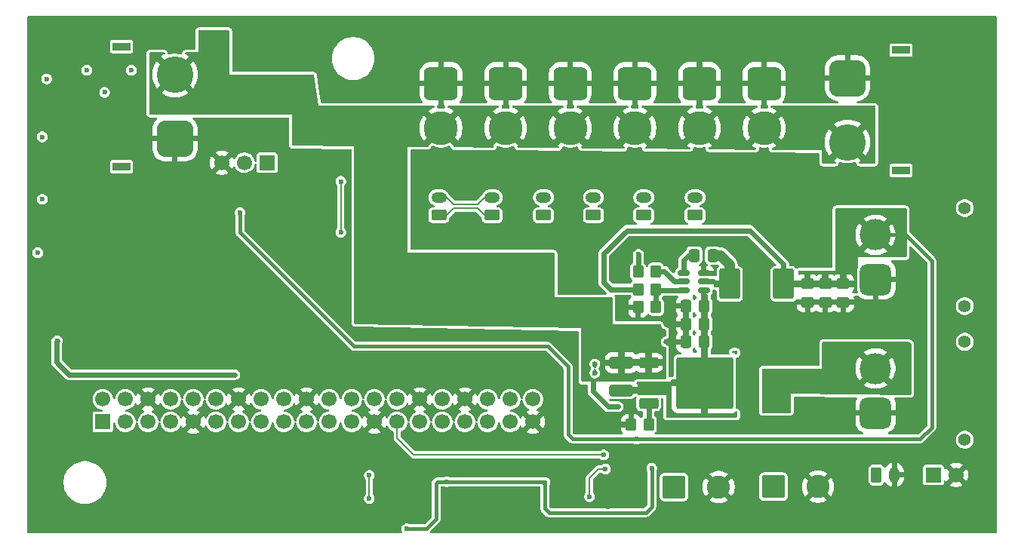
<source format=gbl>
%TF.GenerationSoftware,KiCad,Pcbnew,9.0.5*%
%TF.CreationDate,2025-10-21T23:33:10-04:00*%
%TF.ProjectId,mainBoard,6d61696e-426f-4617-9264-2e6b69636164,rev?*%
%TF.SameCoordinates,Original*%
%TF.FileFunction,Copper,L4,Bot*%
%TF.FilePolarity,Positive*%
%FSLAX46Y46*%
G04 Gerber Fmt 4.6, Leading zero omitted, Abs format (unit mm)*
G04 Created by KiCad (PCBNEW 9.0.5) date 2025-10-21 23:33:10*
%MOMM*%
%LPD*%
G01*
G04 APERTURE LIST*
G04 Aperture macros list*
%AMRoundRect*
0 Rectangle with rounded corners*
0 $1 Rounding radius*
0 $2 $3 $4 $5 $6 $7 $8 $9 X,Y pos of 4 corners*
0 Add a 4 corners polygon primitive as box body*
4,1,4,$2,$3,$4,$5,$6,$7,$8,$9,$2,$3,0*
0 Add four circle primitives for the rounded corners*
1,1,$1+$1,$2,$3*
1,1,$1+$1,$4,$5*
1,1,$1+$1,$6,$7*
1,1,$1+$1,$8,$9*
0 Add four rect primitives between the rounded corners*
20,1,$1+$1,$2,$3,$4,$5,0*
20,1,$1+$1,$4,$5,$6,$7,0*
20,1,$1+$1,$6,$7,$8,$9,0*
20,1,$1+$1,$8,$9,$2,$3,0*%
G04 Aperture macros list end*
%TA.AperFunction,ComponentPad*%
%ADD10O,1.750000X1.200000*%
%TD*%
%TA.AperFunction,ComponentPad*%
%ADD11RoundRect,0.250000X0.625000X-0.350000X0.625000X0.350000X-0.625000X0.350000X-0.625000X-0.350000X0*%
%TD*%
%TA.AperFunction,ComponentPad*%
%ADD12R,2.000000X0.900000*%
%TD*%
%TA.AperFunction,ComponentPad*%
%ADD13RoundRect,1.025000X1.025000X-1.025000X1.025000X1.025000X-1.025000X1.025000X-1.025000X-1.025000X0*%
%TD*%
%TA.AperFunction,ComponentPad*%
%ADD14C,4.100000*%
%TD*%
%TA.AperFunction,ComponentPad*%
%ADD15R,1.700000X1.700000*%
%TD*%
%TA.AperFunction,ComponentPad*%
%ADD16C,1.700000*%
%TD*%
%TA.AperFunction,ComponentPad*%
%ADD17RoundRect,0.250000X-1.050000X-1.050000X1.050000X-1.050000X1.050000X1.050000X-1.050000X1.050000X0*%
%TD*%
%TA.AperFunction,ComponentPad*%
%ADD18C,2.600000*%
%TD*%
%TA.AperFunction,ComponentPad*%
%ADD19RoundRect,0.760000X-1.140000X1.140000X-1.140000X-1.140000X1.140000X-1.140000X1.140000X1.140000X0*%
%TD*%
%TA.AperFunction,ComponentPad*%
%ADD20C,3.800000*%
%TD*%
%TA.AperFunction,ComponentPad*%
%ADD21RoundRect,0.250000X-0.350000X-0.625000X0.350000X-0.625000X0.350000X0.625000X-0.350000X0.625000X0*%
%TD*%
%TA.AperFunction,ComponentPad*%
%ADD22O,1.200000X1.750000*%
%TD*%
%TA.AperFunction,ComponentPad*%
%ADD23RoundRect,1.025000X-1.025000X1.025000X-1.025000X-1.025000X1.025000X-1.025000X1.025000X1.025000X0*%
%TD*%
%TA.AperFunction,ComponentPad*%
%ADD24C,1.400000*%
%TD*%
%TA.AperFunction,ComponentPad*%
%ADD25RoundRect,0.770000X-0.980000X0.980000X-0.980000X-0.980000X0.980000X-0.980000X0.980000X0.980000X0*%
%TD*%
%TA.AperFunction,ComponentPad*%
%ADD26C,3.500000*%
%TD*%
%TA.AperFunction,SMDPad,CuDef*%
%ADD27RoundRect,0.250000X1.075000X-0.400000X1.075000X0.400000X-1.075000X0.400000X-1.075000X-0.400000X0*%
%TD*%
%TA.AperFunction,SMDPad,CuDef*%
%ADD28RoundRect,0.250000X-0.337500X-0.475000X0.337500X-0.475000X0.337500X0.475000X-0.337500X0.475000X0*%
%TD*%
%TA.AperFunction,SMDPad,CuDef*%
%ADD29RoundRect,0.250000X0.350000X0.450000X-0.350000X0.450000X-0.350000X-0.450000X0.350000X-0.450000X0*%
%TD*%
%TA.AperFunction,SMDPad,CuDef*%
%ADD30RoundRect,0.250000X-0.475000X0.337500X-0.475000X-0.337500X0.475000X-0.337500X0.475000X0.337500X0*%
%TD*%
%TA.AperFunction,SMDPad,CuDef*%
%ADD31RoundRect,0.235000X-0.940000X-1.465000X0.940000X-1.465000X0.940000X1.465000X-0.940000X1.465000X0*%
%TD*%
%TA.AperFunction,SMDPad,CuDef*%
%ADD32RoundRect,0.250000X0.337500X0.475000X-0.337500X0.475000X-0.337500X-0.475000X0.337500X-0.475000X0*%
%TD*%
%TA.AperFunction,SMDPad,CuDef*%
%ADD33RoundRect,0.250000X-0.350000X-0.450000X0.350000X-0.450000X0.350000X0.450000X-0.350000X0.450000X0*%
%TD*%
%TA.AperFunction,SMDPad,CuDef*%
%ADD34RoundRect,0.250000X-0.850000X-0.350000X0.850000X-0.350000X0.850000X0.350000X-0.850000X0.350000X0*%
%TD*%
%TA.AperFunction,SMDPad,CuDef*%
%ADD35RoundRect,0.249997X-2.950003X-2.650003X2.950003X-2.650003X2.950003X2.650003X-2.950003X2.650003X0*%
%TD*%
%TA.AperFunction,SMDPad,CuDef*%
%ADD36RoundRect,0.150000X0.512500X0.150000X-0.512500X0.150000X-0.512500X-0.150000X0.512500X-0.150000X0*%
%TD*%
%TA.AperFunction,ViaPad*%
%ADD37C,0.600000*%
%TD*%
%TA.AperFunction,ViaPad*%
%ADD38C,1.000000*%
%TD*%
%TA.AperFunction,Conductor*%
%ADD39C,0.200000*%
%TD*%
%TA.AperFunction,Conductor*%
%ADD40C,0.600000*%
%TD*%
%TA.AperFunction,Conductor*%
%ADD41C,1.200000*%
%TD*%
%TA.AperFunction,Conductor*%
%ADD42C,0.400000*%
%TD*%
G04 APERTURE END LIST*
D10*
%TO.P,J13,2,Pin_2*%
%TO.N,CANP*%
X98085786Y-47014215D03*
D11*
%TO.P,J13,1,Pin_1*%
%TO.N,CANN*%
X98085786Y-49014215D03*
%TD*%
%TO.P,J14,1,Pin_1*%
%TO.N,CANN*%
X104085786Y-49014215D03*
D10*
%TO.P,J14,2,Pin_2*%
%TO.N,CANP*%
X104085786Y-47014215D03*
%TD*%
D12*
%TO.P,J1,*%
%TO.N,*%
X62485786Y-43564215D03*
X62485786Y-30064215D03*
D13*
%TO.P,J1,1,Pin_1*%
%TO.N,GND*%
X68485786Y-40414215D03*
D14*
%TO.P,J1,2,Pin_2*%
%TO.N,+12V*%
X68485786Y-33214215D03*
%TD*%
D15*
%TO.P,J23,1,Pin_1*%
%TO.N,unconnected-(J23-Pin_1-Pad1)*%
X60385786Y-72214215D03*
D16*
%TO.P,J23,2,Pin_2*%
%TO.N,unconnected-(J23-Pin_2-Pad2)*%
X60385786Y-69674215D03*
%TO.P,J23,3,Pin_3*%
%TO.N,SDA1*%
X62925786Y-72214215D03*
%TO.P,J23,4,Pin_4*%
%TO.N,unconnected-(J23-Pin_4-Pad4)*%
X62925786Y-69674215D03*
%TO.P,J23,5,Pin_5*%
%TO.N,SCL1*%
X65465786Y-72214215D03*
%TO.P,J23,6,Pin_6*%
%TO.N,GND*%
X65465786Y-69674215D03*
%TO.P,J23,7,Pin_7*%
%TO.N,unconnected-(J23-Pin_7-Pad7)*%
X68005786Y-72214215D03*
%TO.P,J23,8,Pin_8*%
%TO.N,unconnected-(J23-Pin_8-Pad8)*%
X68005786Y-69674215D03*
%TO.P,J23,9,Pin_9*%
%TO.N,GND*%
X70545786Y-72214215D03*
%TO.P,J23,10,Pin_10*%
%TO.N,unconnected-(J23-Pin_10-Pad10)*%
X70545786Y-69674215D03*
%TO.P,J23,11,Pin_11*%
%TO.N,unconnected-(J23-Pin_11-Pad11)*%
X73085786Y-72214215D03*
%TO.P,J23,12,Pin_12*%
%TO.N,unconnected-(J23-Pin_12-Pad12)*%
X73085786Y-69674215D03*
%TO.P,J23,13,Pin_13*%
%TO.N,unconnected-(J23-Pin_13-Pad13)*%
X75625786Y-72214215D03*
%TO.P,J23,14,Pin_14*%
%TO.N,GND*%
X75625786Y-69674215D03*
%TO.P,J23,15,Pin_15*%
%TO.N,unconnected-(J23-Pin_15-Pad15)*%
X78165786Y-72214215D03*
%TO.P,J23,16,Pin_16*%
%TO.N,unconnected-(J23-Pin_16-Pad16)*%
X78165786Y-69674215D03*
%TO.P,J23,17,Pin_17*%
%TO.N,unconnected-(J23-Pin_17-Pad17)*%
X80705786Y-72214215D03*
%TO.P,J23,18,Pin_18*%
%TO.N,unconnected-(J23-Pin_18-Pad18)*%
X80705786Y-69674215D03*
%TO.P,J23,19,Pin_19*%
%TO.N,unconnected-(J23-Pin_19-Pad19)*%
X83245786Y-72214215D03*
%TO.P,J23,20,Pin_20*%
%TO.N,GND*%
X83245786Y-69674215D03*
%TO.P,J23,21,Pin_21*%
%TO.N,unconnected-(J23-Pin_21-Pad21)*%
X85785786Y-72214215D03*
%TO.P,J23,22,Pin_22*%
%TO.N,unconnected-(J23-Pin_22-Pad22)*%
X85785786Y-69674215D03*
%TO.P,J23,23,Pin_23*%
%TO.N,unconnected-(J23-Pin_23-Pad23)*%
X88325786Y-72214215D03*
%TO.P,J23,24,Pin_24*%
%TO.N,unconnected-(J23-Pin_24-Pad24)*%
X88325786Y-69674215D03*
%TO.P,J23,25,Pin_25*%
%TO.N,GND*%
X90865786Y-72214215D03*
%TO.P,J23,26,Pin_26*%
%TO.N,unconnected-(J23-Pin_26-Pad26)*%
X90865786Y-69674215D03*
%TO.P,J23,27,Pin_27*%
%TO.N,SDA0*%
X93405786Y-72214215D03*
%TO.P,J23,28,Pin_28*%
%TO.N,SCL0*%
X93405786Y-69674215D03*
%TO.P,J23,29,Pin_29*%
%TO.N,unconnected-(J23-Pin_29-Pad29)*%
X95945786Y-72214215D03*
%TO.P,J23,30,Pin_30*%
%TO.N,GND*%
X95945786Y-69674215D03*
%TO.P,J23,31,Pin_31*%
%TO.N,unconnected-(J23-Pin_31-Pad31)*%
X98485786Y-72214215D03*
%TO.P,J23,32,Pin_32*%
%TO.N,unconnected-(J23-Pin_32-Pad32)*%
X98485786Y-69674215D03*
%TO.P,J23,33,Pin_33*%
%TO.N,unconnected-(J23-Pin_33-Pad33)*%
X101025786Y-72214215D03*
%TO.P,J23,34,Pin_34*%
%TO.N,GND*%
X101025786Y-69674215D03*
%TO.P,J23,35,Pin_35*%
%TO.N,unconnected-(J23-Pin_35-Pad35)*%
X103565786Y-72214215D03*
%TO.P,J23,36,Pin_36*%
%TO.N,unconnected-(J23-Pin_36-Pad36)*%
X103565786Y-69674215D03*
%TO.P,J23,37,Pin_37*%
%TO.N,unconnected-(J23-Pin_37-Pad37)*%
X106105786Y-72214215D03*
%TO.P,J23,38,Pin_38*%
%TO.N,unconnected-(J23-Pin_38-Pad38)*%
X106105786Y-69674215D03*
%TO.P,J23,39,Pin_39*%
%TO.N,GND*%
X108645786Y-72214215D03*
%TO.P,J23,40,Pin_40*%
%TO.N,unconnected-(J23-Pin_40-Pad40)*%
X108645786Y-69674215D03*
%TD*%
D17*
%TO.P,J17,1,Pin_1*%
%TO.N,7.4V*%
X135635786Y-79486715D03*
D18*
%TO.P,J17,2,Pin_2*%
%TO.N,GND*%
X140635786Y-79486715D03*
%TD*%
D19*
%TO.P,J7,1,Pin_1*%
%TO.N,GND*%
X127335786Y-34214215D03*
D20*
%TO.P,J7,2,Pin_2*%
%TO.N,+12V*%
X127335786Y-39214215D03*
%TD*%
D19*
%TO.P,J10,1,Pin_1*%
%TO.N,GND*%
X105585786Y-34214215D03*
D20*
%TO.P,J10,2,Pin_2*%
%TO.N,+12V*%
X105585786Y-39214215D03*
%TD*%
D21*
%TO.P,J21,1,Pin_1*%
%TO.N,+5V*%
X147185786Y-78164215D03*
D22*
%TO.P,J21,2,Pin_2*%
%TO.N,GND*%
X149185786Y-78164215D03*
%TD*%
D11*
%TO.P,J26,1,Pin_1*%
%TO.N,CANN*%
X126835786Y-49014215D03*
D10*
%TO.P,J26,2,Pin_2*%
%TO.N,CANP*%
X126835786Y-47014215D03*
%TD*%
D17*
%TO.P,J5,1,Pin_1*%
%TO.N,7.4V*%
X124485786Y-79514215D03*
D18*
%TO.P,J5,2,Pin_2*%
%TO.N,GND*%
X129485786Y-79514215D03*
%TD*%
D19*
%TO.P,J6,1,Pin_1*%
%TO.N,GND*%
X134585786Y-34214215D03*
D20*
%TO.P,J6,2,Pin_2*%
%TO.N,+12V*%
X134585786Y-39214215D03*
%TD*%
D11*
%TO.P,J25,1,Pin_1*%
%TO.N,CANN*%
X121085786Y-49014215D03*
D10*
%TO.P,J25,2,Pin_2*%
%TO.N,CANP*%
X121085786Y-47014215D03*
%TD*%
D11*
%TO.P,J15,1,Pin_1*%
%TO.N,CANN*%
X109835786Y-49014215D03*
D10*
%TO.P,J15,2,Pin_2*%
%TO.N,CANP*%
X109835786Y-47014215D03*
%TD*%
D12*
%TO.P,J2,*%
%TO.N,*%
X149935786Y-30464215D03*
X149935786Y-43964215D03*
D23*
%TO.P,J2,1,Pin_1*%
%TO.N,GND*%
X143935786Y-33614215D03*
D14*
%TO.P,J2,2,Pin_2*%
%TO.N,+12V*%
X143935786Y-40814215D03*
%TD*%
D15*
%TO.P,J22,1,Pin_1*%
%TO.N,+5V*%
X153585786Y-78164215D03*
D16*
%TO.P,J22,2,Pin_2*%
%TO.N,GND*%
X156125786Y-78164215D03*
%TD*%
D19*
%TO.P,J8,1,Pin_1*%
%TO.N,GND*%
X120085786Y-34214215D03*
D20*
%TO.P,J8,2,Pin_2*%
%TO.N,+12V*%
X120085786Y-39214215D03*
%TD*%
D15*
%TO.P,J12,1,Pin_1*%
%TO.N,C_TX*%
X78825786Y-43114215D03*
D16*
%TO.P,J12,2,Pin_2*%
%TO.N,C_RX*%
X76285786Y-43114215D03*
%TO.P,J12,3,Pin_3*%
%TO.N,GND*%
X73745786Y-43114215D03*
%TD*%
D24*
%TO.P,J3,*%
%TO.N,*%
X157085786Y-63214215D03*
X157085786Y-74214215D03*
D25*
%TO.P,J3,1,Pin_1*%
%TO.N,GND*%
X147085786Y-71214215D03*
D26*
%TO.P,J3,2,Pin_2*%
%TO.N,+5V*%
X147085786Y-66214215D03*
%TD*%
D24*
%TO.P,J4,*%
%TO.N,*%
X157085786Y-48214215D03*
X157085786Y-59214215D03*
D25*
%TO.P,J4,1,Pin_1*%
%TO.N,GND*%
X147085786Y-56214215D03*
D26*
%TO.P,J4,2,Pin_2*%
%TO.N,+3V3*%
X147085786Y-51214215D03*
%TD*%
D11*
%TO.P,J24,1,Pin_1*%
%TO.N,CANN*%
X115435786Y-49014215D03*
D10*
%TO.P,J24,2,Pin_2*%
%TO.N,CANP*%
X115435786Y-47014215D03*
%TD*%
D19*
%TO.P,J9,1,Pin_1*%
%TO.N,GND*%
X112835786Y-34214215D03*
D20*
%TO.P,J9,2,Pin_2*%
%TO.N,+12V*%
X112835786Y-39214215D03*
%TD*%
D19*
%TO.P,J11,1,Pin_1*%
%TO.N,GND*%
X98335786Y-34214215D03*
D20*
%TO.P,J11,2,Pin_2*%
%TO.N,+12V*%
X98335786Y-39214215D03*
%TD*%
D27*
%TO.P,R14,1*%
%TO.N,Net-(Q1-S)*%
X118548166Y-68664215D03*
%TO.P,R14,2*%
%TO.N,+12V*%
X118548166Y-65564215D03*
%TD*%
D28*
%TO.P,C11,1*%
%TO.N,Net-(U2-VBST)*%
X126748286Y-53514215D03*
%TO.P,C11,2*%
%TO.N,Net-(U2-SW)*%
X128823286Y-53514215D03*
%TD*%
D29*
%TO.P,R10,1*%
%TO.N,Net-(Q1-G)*%
X121648166Y-72514215D03*
%TO.P,R10,2*%
%TO.N,GND*%
X119648166Y-72514215D03*
%TD*%
D30*
%TO.P,C12,1*%
%TO.N,+3V3*%
X139448166Y-56714215D03*
%TO.P,C12,2*%
%TO.N,GND*%
X139448166Y-58789215D03*
%TD*%
D31*
%TO.P,L3,1,1*%
%TO.N,Net-(U2-SW)*%
X130723166Y-56714215D03*
%TO.P,L3,2,2*%
%TO.N,+3V3*%
X136773166Y-56714215D03*
%TD*%
D32*
%TO.P,C8,1*%
%TO.N,Net-(Q1-S)*%
X127885666Y-63214215D03*
%TO.P,C8,2*%
%TO.N,GND*%
X125810666Y-63214215D03*
%TD*%
D33*
%TO.P,R7,1*%
%TO.N,GND*%
X120448166Y-59314215D03*
%TO.P,R7,2*%
%TO.N,Net-(U2-VFB)*%
X122448166Y-59314215D03*
%TD*%
D34*
%TO.P,Q1,1,G*%
%TO.N,Net-(Q1-G)*%
X121623166Y-70119215D03*
D35*
%TO.P,Q1,2,S*%
%TO.N,Net-(Q1-S)*%
X127923166Y-67839215D03*
D34*
%TO.P,Q1,3,D*%
%TO.N,+12V*%
X121623166Y-65559215D03*
%TD*%
D33*
%TO.P,R11,1*%
%TO.N,+12V*%
X120448166Y-55314215D03*
%TO.P,R11,2*%
%TO.N,Net-(U2-EN)*%
X122448166Y-55314215D03*
%TD*%
D30*
%TO.P,C13,1*%
%TO.N,+3V3*%
X141458166Y-56714215D03*
%TO.P,C13,2*%
%TO.N,GND*%
X141458166Y-58789215D03*
%TD*%
%TO.P,C26,1*%
%TO.N,+3V3*%
X143458166Y-56714215D03*
%TO.P,C26,2*%
%TO.N,GND*%
X143458166Y-58789215D03*
%TD*%
D36*
%TO.P,U2,1,GND*%
%TO.N,GND*%
X127823166Y-55514215D03*
%TO.P,U2,2,SW*%
%TO.N,Net-(U2-SW)*%
X127823166Y-56464215D03*
%TO.P,U2,3,VIN*%
%TO.N,Net-(Q1-S)*%
X127823166Y-57414215D03*
%TO.P,U2,4,VFB*%
%TO.N,Net-(U2-VFB)*%
X125548166Y-57414215D03*
%TO.P,U2,5,EN*%
%TO.N,Net-(U2-EN)*%
X125548166Y-56464215D03*
%TO.P,U2,6,VBST*%
%TO.N,Net-(U2-VBST)*%
X125548166Y-55514215D03*
%TD*%
D32*
%TO.P,C10,1*%
%TO.N,Net-(Q1-S)*%
X127885666Y-61214215D03*
%TO.P,C10,2*%
%TO.N,GND*%
X125810666Y-61214215D03*
%TD*%
D29*
%TO.P,R6,1*%
%TO.N,Net-(U2-VFB)*%
X122448166Y-57314215D03*
%TO.P,R6,2*%
%TO.N,+3V3*%
X120448166Y-57314215D03*
%TD*%
D32*
%TO.P,C9,1*%
%TO.N,Net-(Q1-S)*%
X127885666Y-59214215D03*
%TO.P,C9,2*%
%TO.N,GND*%
X125810666Y-59214215D03*
%TD*%
D37*
%TO.N,GND*%
X146085786Y-46214215D03*
X142585786Y-61214215D03*
X131085786Y-63214215D03*
%TO.N,+12V*%
X106585786Y-58714215D03*
X78085786Y-35714215D03*
%TO.N,GND*%
X64085786Y-83214215D03*
%TO.N,+5V*%
X150085786Y-64214215D03*
%TO.N,+3V3*%
X143585786Y-54214215D03*
%TO.N,GND*%
X93085786Y-34214215D03*
X100585786Y-51214215D03*
X123085786Y-52714215D03*
X132085786Y-52714215D03*
X116585786Y-72714215D03*
%TO.N,+12V*%
X74585786Y-34714215D03*
X81585786Y-35214215D03*
X84585786Y-38714215D03*
X123585786Y-38714215D03*
X131085786Y-38714215D03*
X139085786Y-38714215D03*
%TO.N,GND*%
X150585786Y-55714215D03*
X140085786Y-53714215D03*
X138585786Y-51714215D03*
X138585786Y-48214215D03*
X138085786Y-44714215D03*
X132585786Y-43214215D03*
X125085786Y-43214215D03*
X117585786Y-43714215D03*
X109085786Y-43214215D03*
X100585786Y-43214215D03*
%TO.N,+12V*%
X93085786Y-44714215D03*
%TO.N,GND*%
X85085786Y-55714215D03*
X83585786Y-43214215D03*
X80085786Y-31214215D03*
X79585786Y-27714215D03*
X84085786Y-28214215D03*
X95085786Y-28214215D03*
X100585786Y-28214215D03*
X109085786Y-27714215D03*
X116585786Y-28214215D03*
X125585786Y-28214215D03*
X135585786Y-28214215D03*
X145085786Y-28214215D03*
X149085786Y-36714215D03*
X158085786Y-38214215D03*
X158585786Y-30214215D03*
X154085786Y-29214215D03*
X153585786Y-34214215D03*
X154085786Y-43714215D03*
X134585786Y-63214215D03*
X131585786Y-61714215D03*
X137085786Y-61714215D03*
X157085786Y-67714215D03*
X160085786Y-52714215D03*
X158585786Y-46714215D03*
X152585786Y-47714215D03*
X155085786Y-51214215D03*
X156585786Y-55714215D03*
X159085786Y-61214215D03*
X150085786Y-60714215D03*
X151085786Y-62714215D03*
X155085786Y-62714215D03*
X159585786Y-79214215D03*
X154085786Y-75214215D03*
X138085786Y-81214215D03*
X142585786Y-76214215D03*
X138585786Y-76214215D03*
X117085786Y-81714215D03*
X117085786Y-84214215D03*
X126585786Y-83714215D03*
X130085786Y-82714215D03*
X107085786Y-80214215D03*
X104085786Y-80214215D03*
X108085786Y-77214215D03*
X103085786Y-77214215D03*
X106585786Y-74714215D03*
X98085786Y-74714215D03*
X107085786Y-67214215D03*
X103085786Y-67214215D03*
X97085786Y-67214215D03*
X88085786Y-66714215D03*
X81585786Y-66714215D03*
X90585786Y-65214215D03*
X83085786Y-65214215D03*
X78085786Y-64714215D03*
X77585786Y-67214215D03*
X73585786Y-57714215D03*
X68585786Y-56214215D03*
X72585786Y-55214215D03*
X71585786Y-46214215D03*
X66585786Y-46214215D03*
X66085786Y-44214215D03*
X58085786Y-43214215D03*
X62585786Y-39214215D03*
X58085786Y-39714215D03*
X54085786Y-27714215D03*
X57585786Y-27714215D03*
%TO.N,+12V*%
X60585786Y-35214215D03*
X63585786Y-32714215D03*
X58585786Y-32714215D03*
X54085786Y-33714215D03*
X53585786Y-40214215D03*
X53585786Y-47214215D03*
X53085786Y-53214215D03*
%TO.N,GND*%
X52585786Y-58214215D03*
X56585786Y-59214215D03*
X60085786Y-56714215D03*
X56585786Y-56214215D03*
X53085786Y-82714215D03*
X54085786Y-74214215D03*
X57085786Y-69214215D03*
X53585786Y-68714215D03*
X77585786Y-84214215D03*
X74585786Y-81714215D03*
X67585786Y-81714215D03*
X80085786Y-81214215D03*
X93085786Y-84214215D03*
X88585786Y-80714215D03*
X90085786Y-77214215D03*
X91085786Y-75214215D03*
X83585786Y-75214215D03*
X71585786Y-75214215D03*
X82585786Y-78214215D03*
X74085786Y-78214215D03*
X67085786Y-77714215D03*
X64085786Y-74714215D03*
%TO.N,+12V*%
X113085786Y-61214215D03*
X97585786Y-57714215D03*
X102585786Y-58214215D03*
X109585786Y-59214215D03*
X109585786Y-55714215D03*
X103585786Y-55214215D03*
X98085786Y-55214215D03*
X92085786Y-57214215D03*
X91585786Y-55214215D03*
%TO.N,GND*%
X87085786Y-59714215D03*
X86585786Y-44214215D03*
X86085786Y-52214215D03*
X81585786Y-52214215D03*
X76585786Y-55214215D03*
X74085786Y-51714215D03*
%TO.N,7.4V*%
X55285786Y-63114215D03*
%TO.N,GND*%
X67085786Y-63214215D03*
X115585786Y-66714215D03*
X115585786Y-65714215D03*
X123585786Y-61214215D03*
X123585786Y-63214215D03*
%TO.N,+12V*%
X118185786Y-70514215D03*
D38*
X116085786Y-63714215D03*
X116085786Y-62214215D03*
X119585786Y-62214215D03*
X93085786Y-39714215D03*
X89585786Y-39714215D03*
X93085786Y-37714215D03*
X89585786Y-37714215D03*
D37*
%TO.N,GND*%
X59985786Y-27414215D03*
X75685786Y-46514215D03*
X113285786Y-54414215D03*
%TO.N,+12V*%
X120485786Y-53414215D03*
%TO.N,Net-(C16-Pad1)*%
X87085786Y-50914215D03*
X87085786Y-45214215D03*
%TO.N,+3V3*%
X121985786Y-77414215D03*
X109985786Y-79014215D03*
%TO.N,SCL0*%
X114985786Y-80614215D03*
X116785786Y-77514215D03*
%TO.N,SDA0*%
X116585786Y-75914215D03*
%TO.N,+3V3*%
X94485786Y-84214215D03*
X98985786Y-78914215D03*
%TO.N,SCL1*%
X90285786Y-80814215D03*
X90285786Y-78214215D03*
%TO.N,+3V3*%
X75785786Y-48714215D03*
X120285786Y-74114215D03*
%TO.N,7.4V*%
X75185786Y-66914215D03*
%TD*%
D39*
%TO.N,CANP*%
X98085786Y-47014215D02*
X98960786Y-47014215D01*
X99735786Y-47789215D02*
X102435786Y-47789215D01*
X98960786Y-47014215D02*
X99735786Y-47789215D01*
X102435786Y-47789215D02*
X103210786Y-47014215D01*
%TO.N,CANN*%
X102435786Y-48239215D02*
X103210786Y-49014215D01*
%TO.N,CANP*%
X103210786Y-47014215D02*
X104085786Y-47014215D01*
%TO.N,CANN*%
X103210786Y-49014215D02*
X104085786Y-49014215D01*
X98085786Y-49014215D02*
X98960786Y-49014215D01*
X98960786Y-49014215D02*
X99735786Y-48239215D01*
X99735786Y-48239215D02*
X102435786Y-48239215D01*
D40*
%TO.N,7.4V*%
X55285786Y-63114215D02*
X55185786Y-63214215D01*
X55185786Y-63214215D02*
X55185786Y-65514215D01*
%TO.N,Net-(Q1-G)*%
X121623166Y-70119215D02*
X121623166Y-72489215D01*
X121623166Y-72489215D02*
X121648166Y-72514215D01*
%TO.N,GND*%
X125810666Y-61214215D02*
X123585786Y-61214215D01*
X125810666Y-63214215D02*
X123585786Y-63214215D01*
%TO.N,+12V*%
X118185786Y-70514215D02*
X117085786Y-70514215D01*
X117085786Y-70514215D02*
X115385786Y-68814215D01*
X115385786Y-68814215D02*
X115385786Y-67614215D01*
%TO.N,+3V3*%
X120448166Y-57314215D02*
X117385786Y-57314215D01*
X116585786Y-56514215D02*
X116585786Y-53314215D01*
X117385786Y-57314215D02*
X116585786Y-56514215D01*
X136773166Y-54501595D02*
X136773166Y-56714215D01*
X116585786Y-53314215D02*
X119185786Y-50714215D01*
X119185786Y-50714215D02*
X132985786Y-50714215D01*
X132985786Y-50714215D02*
X136773166Y-54501595D01*
D41*
%TO.N,Net-(U2-SW)*%
X130723166Y-56714215D02*
X130723166Y-54551595D01*
X130723166Y-54551595D02*
X129685786Y-53514215D01*
X129685786Y-53514215D02*
X128823286Y-53514215D01*
D42*
%TO.N,+3V3*%
X120285786Y-74114215D02*
X152085786Y-74114215D01*
X153385786Y-72814215D02*
X153385786Y-54114215D01*
X150485786Y-51214215D02*
X147085786Y-51214215D01*
X152085786Y-74114215D02*
X153385786Y-72814215D01*
X153385786Y-54114215D02*
X150485786Y-51214215D01*
D40*
%TO.N,+12V*%
X120448166Y-55314215D02*
X120448166Y-53451835D01*
X120448166Y-53451835D02*
X120485786Y-53414215D01*
%TO.N,Net-(U2-EN)*%
X122448166Y-55314215D02*
X123385786Y-55314215D01*
X123385786Y-55314215D02*
X124535786Y-56464215D01*
X124535786Y-56464215D02*
X125548166Y-56464215D01*
%TO.N,Net-(U2-VFB)*%
X122448166Y-57314215D02*
X122448166Y-59314215D01*
X125548166Y-57414215D02*
X122548166Y-57414215D01*
X122548166Y-57414215D02*
X122448166Y-57314215D01*
%TO.N,Net-(U2-VBST)*%
X126748286Y-53514215D02*
X126085786Y-53514215D01*
X126085786Y-53514215D02*
X125548166Y-54051835D01*
X125548166Y-54051835D02*
X125548166Y-55514215D01*
D39*
%TO.N,Net-(C16-Pad1)*%
X87085786Y-45214215D02*
X87085786Y-50914215D01*
D42*
%TO.N,+3V3*%
X121985786Y-77414215D02*
X121985786Y-81714215D01*
X121985786Y-81714215D02*
X121285786Y-82414215D01*
X121285786Y-82414215D02*
X110485786Y-82414215D01*
X109985786Y-81914215D02*
X109985786Y-79014215D01*
X110485786Y-82414215D02*
X109985786Y-81914215D01*
X109885786Y-78914215D02*
X109985786Y-79014215D01*
X98985786Y-78914215D02*
X109885786Y-78914215D01*
D39*
%TO.N,SCL0*%
X116785786Y-77514215D02*
X115985786Y-77514215D01*
X115985786Y-77514215D02*
X114985786Y-78514215D01*
X114985786Y-78514215D02*
X114985786Y-80614215D01*
%TO.N,SDA0*%
X95285786Y-75914215D02*
X93405786Y-74034215D01*
X93405786Y-74034215D02*
X93405786Y-72214215D01*
X116585786Y-75914215D02*
X95285786Y-75914215D01*
D42*
%TO.N,+3V3*%
X98985786Y-78914215D02*
X97985786Y-78914215D01*
X97985786Y-78914215D02*
X97785786Y-79114215D01*
X97785786Y-79114215D02*
X97785786Y-83114215D01*
X97785786Y-83114215D02*
X96685786Y-84214215D01*
X96685786Y-84214215D02*
X94485786Y-84214215D01*
D39*
%TO.N,SCL1*%
X90285786Y-78214215D02*
X90285786Y-80814215D01*
D42*
%TO.N,+3V3*%
X75785786Y-48714215D02*
X75785786Y-50914215D01*
X88585786Y-63714215D02*
X110285786Y-63714215D01*
X75785786Y-50914215D02*
X88585786Y-63714215D01*
X110285786Y-63714215D02*
X112585786Y-66014215D01*
X112585786Y-66014215D02*
X112585786Y-73614215D01*
X112585786Y-73614215D02*
X113085786Y-74114215D01*
X113085786Y-74114215D02*
X120285786Y-74114215D01*
D40*
%TO.N,7.4V*%
X55185786Y-65514215D02*
X56585786Y-66914215D01*
X56585786Y-66914215D02*
X75185786Y-66914215D01*
%TD*%
%TA.AperFunction,Conductor*%
%TO.N,Net-(U2-SW)*%
G36*
X129058705Y-56183900D02*
G01*
X129104460Y-56236704D01*
X129115666Y-56288215D01*
X129115666Y-56339215D01*
X130599166Y-56339215D01*
X130666205Y-56358900D01*
X130711960Y-56411704D01*
X130723166Y-56463215D01*
X130723166Y-56965215D01*
X130703481Y-57032254D01*
X130650677Y-57078009D01*
X130599166Y-57089215D01*
X129027309Y-57089215D01*
X128960270Y-57069530D01*
X128914515Y-57016726D01*
X128904571Y-56947568D01*
X128914760Y-56918617D01*
X128918166Y-56906170D01*
X128918166Y-56764215D01*
X127947166Y-56764215D01*
X127880127Y-56744530D01*
X127834372Y-56691726D01*
X127823166Y-56640215D01*
X127823166Y-56288215D01*
X127842851Y-56221176D01*
X127895655Y-56175421D01*
X127947166Y-56164215D01*
X128991666Y-56164215D01*
X129058705Y-56183900D01*
G37*
%TD.AperFunction*%
%TD*%
%TA.AperFunction,Conductor*%
%TO.N,+3V3*%
G36*
X150528825Y-48233900D02*
G01*
X150574580Y-48286704D01*
X150585786Y-48338215D01*
X150585786Y-53590215D01*
X150566101Y-53657254D01*
X150513297Y-53703009D01*
X150461786Y-53714215D01*
X145085786Y-53714215D01*
X145085786Y-54890548D01*
X145080447Y-54926543D01*
X145050774Y-55024361D01*
X145035286Y-55181625D01*
X145035286Y-57246803D01*
X145050774Y-57404068D01*
X145080447Y-57501885D01*
X145080556Y-57502623D01*
X145080763Y-57502945D01*
X145085786Y-57537880D01*
X145085786Y-57626997D01*
X145066101Y-57694036D01*
X145013297Y-57739791D01*
X144961070Y-57750995D01*
X144595301Y-57748884D01*
X144528377Y-57728813D01*
X144482927Y-57675746D01*
X144473383Y-57606531D01*
X144502774Y-57543144D01*
X144508338Y-57537203D01*
X144525482Y-57520059D01*
X144617522Y-57370839D01*
X144617524Y-57370834D01*
X144672671Y-57204412D01*
X144672672Y-57204405D01*
X144683165Y-57101701D01*
X144683166Y-57101688D01*
X144683166Y-57089215D01*
X136897166Y-57089215D01*
X136830127Y-57069530D01*
X136784372Y-57016726D01*
X136773166Y-56965215D01*
X136773166Y-56463215D01*
X136792851Y-56396176D01*
X136845655Y-56350421D01*
X136897166Y-56339215D01*
X139073166Y-56339215D01*
X139823166Y-56339215D01*
X141083166Y-56339215D01*
X141833166Y-56339215D01*
X143083166Y-56339215D01*
X143833166Y-56339215D01*
X144683165Y-56339215D01*
X144683165Y-56326743D01*
X144683164Y-56326728D01*
X144672671Y-56224017D01*
X144617524Y-56057595D01*
X144617522Y-56057590D01*
X144525481Y-55908369D01*
X144401511Y-55784399D01*
X144252290Y-55692358D01*
X144252285Y-55692356D01*
X144085863Y-55637209D01*
X144085856Y-55637208D01*
X143983152Y-55626715D01*
X143833166Y-55626715D01*
X143833166Y-56339215D01*
X143083166Y-56339215D01*
X143083166Y-55626715D01*
X142933193Y-55626715D01*
X142933178Y-55626716D01*
X142830468Y-55637209D01*
X142664046Y-55692356D01*
X142664041Y-55692358D01*
X142523263Y-55779192D01*
X142455870Y-55797632D01*
X142393069Y-55779192D01*
X142252290Y-55692358D01*
X142252285Y-55692356D01*
X142085863Y-55637209D01*
X142085856Y-55637208D01*
X141983152Y-55626715D01*
X141833166Y-55626715D01*
X141833166Y-56339215D01*
X141083166Y-56339215D01*
X141083166Y-55626715D01*
X140933193Y-55626715D01*
X140933178Y-55626716D01*
X140830468Y-55637209D01*
X140664046Y-55692356D01*
X140664041Y-55692358D01*
X140518263Y-55782276D01*
X140450870Y-55800716D01*
X140388069Y-55782276D01*
X140242290Y-55692358D01*
X140242285Y-55692356D01*
X140075863Y-55637209D01*
X140075856Y-55637208D01*
X139973152Y-55626715D01*
X139823166Y-55626715D01*
X139823166Y-56339215D01*
X139073166Y-56339215D01*
X139073166Y-55626715D01*
X138923193Y-55626715D01*
X138923178Y-55626716D01*
X138820468Y-55637209D01*
X138654046Y-55692356D01*
X138654037Y-55692360D01*
X138637262Y-55702708D01*
X138569870Y-55721148D01*
X138503206Y-55700225D01*
X138458437Y-55646583D01*
X138448166Y-55597169D01*
X138448166Y-55338215D01*
X138467851Y-55271176D01*
X138520655Y-55225421D01*
X138572166Y-55214215D01*
X142585786Y-55214215D01*
X142585786Y-51066748D01*
X144835786Y-51066748D01*
X144835786Y-51361681D01*
X144835787Y-51361698D01*
X144874282Y-51654099D01*
X144874285Y-51654112D01*
X144950621Y-51939005D01*
X144950624Y-51939015D01*
X145063490Y-52211496D01*
X145063495Y-52211507D01*
X145210958Y-52466919D01*
X145210964Y-52466927D01*
X145250811Y-52518858D01*
X146203357Y-51566313D01*
X146243907Y-51664209D01*
X146347873Y-51819805D01*
X146480196Y-51952128D01*
X146635792Y-52056094D01*
X146733687Y-52096643D01*
X145781141Y-53049188D01*
X145781141Y-53049189D01*
X145833063Y-53089030D01*
X146088500Y-53236508D01*
X146088504Y-53236510D01*
X146360985Y-53349376D01*
X146360995Y-53349379D01*
X146645888Y-53425715D01*
X146645901Y-53425718D01*
X146938302Y-53464213D01*
X146938320Y-53464215D01*
X147233252Y-53464215D01*
X147233269Y-53464213D01*
X147525670Y-53425718D01*
X147525683Y-53425715D01*
X147810576Y-53349379D01*
X147810586Y-53349376D01*
X148083067Y-53236510D01*
X148083078Y-53236505D01*
X148338493Y-53089040D01*
X148338511Y-53089028D01*
X148390429Y-53049189D01*
X148390429Y-53049187D01*
X147437884Y-52096643D01*
X147535780Y-52056094D01*
X147691376Y-51952128D01*
X147823699Y-51819805D01*
X147927665Y-51664209D01*
X147968214Y-51566314D01*
X148920758Y-52518858D01*
X148920760Y-52518858D01*
X148960599Y-52466940D01*
X148960611Y-52466922D01*
X149108076Y-52211507D01*
X149108081Y-52211496D01*
X149220947Y-51939015D01*
X149220950Y-51939005D01*
X149297286Y-51654112D01*
X149297289Y-51654099D01*
X149335784Y-51361698D01*
X149335786Y-51361681D01*
X149335786Y-51066748D01*
X149335784Y-51066731D01*
X149297289Y-50774330D01*
X149297286Y-50774317D01*
X149220950Y-50489424D01*
X149220947Y-50489414D01*
X149108081Y-50216933D01*
X149108079Y-50216929D01*
X148960601Y-49961492D01*
X148920760Y-49909570D01*
X148920759Y-49909570D01*
X147968214Y-50862115D01*
X147927665Y-50764221D01*
X147823699Y-50608625D01*
X147691376Y-50476302D01*
X147535780Y-50372336D01*
X147437884Y-50331786D01*
X148390429Y-49379240D01*
X148390429Y-49379239D01*
X148338498Y-49339393D01*
X148338490Y-49339387D01*
X148083078Y-49191924D01*
X148083067Y-49191919D01*
X147810586Y-49079053D01*
X147810576Y-49079050D01*
X147525683Y-49002714D01*
X147525670Y-49002711D01*
X147233269Y-48964216D01*
X147233252Y-48964215D01*
X146938320Y-48964215D01*
X146938302Y-48964216D01*
X146645901Y-49002711D01*
X146645888Y-49002714D01*
X146360995Y-49079050D01*
X146360985Y-49079053D01*
X146088504Y-49191919D01*
X146088493Y-49191924D01*
X145833079Y-49339388D01*
X145833064Y-49339398D01*
X145781140Y-49379240D01*
X146733687Y-50331786D01*
X146635792Y-50372336D01*
X146480196Y-50476302D01*
X146347873Y-50608625D01*
X146243907Y-50764221D01*
X146203357Y-50862115D01*
X145250811Y-49909569D01*
X145210969Y-49961493D01*
X145210959Y-49961508D01*
X145063495Y-50216922D01*
X145063490Y-50216933D01*
X144950624Y-50489414D01*
X144950621Y-50489424D01*
X144874285Y-50774317D01*
X144874282Y-50774330D01*
X144835787Y-51066731D01*
X144835786Y-51066748D01*
X142585786Y-51066748D01*
X142585786Y-48338215D01*
X142605471Y-48271176D01*
X142658275Y-48225421D01*
X142709786Y-48214215D01*
X150461786Y-48214215D01*
X150528825Y-48233900D01*
G37*
%TD.AperFunction*%
%TD*%
%TA.AperFunction,Conductor*%
%TO.N,+5V*%
G36*
X150779585Y-63230827D02*
G01*
X150854002Y-63273792D01*
X150993881Y-63311272D01*
X151053540Y-63347636D01*
X151084069Y-63410483D01*
X151085786Y-63431046D01*
X151085786Y-69049652D01*
X151066101Y-69116691D01*
X151013297Y-69162446D01*
X150960868Y-69173649D01*
X137585786Y-69074575D01*
X137585786Y-71090215D01*
X137566101Y-71157254D01*
X137513297Y-71203009D01*
X137461786Y-71214215D01*
X134459786Y-71214215D01*
X134392747Y-71194530D01*
X134346992Y-71141726D01*
X134335786Y-71090215D01*
X134335786Y-66338215D01*
X134355471Y-66271176D01*
X134408275Y-66225421D01*
X134459786Y-66214215D01*
X141085786Y-66214215D01*
X141085786Y-66066748D01*
X144835786Y-66066748D01*
X144835786Y-66361681D01*
X144835787Y-66361698D01*
X144874282Y-66654099D01*
X144874285Y-66654112D01*
X144950621Y-66939005D01*
X144950624Y-66939015D01*
X145063490Y-67211496D01*
X145063495Y-67211507D01*
X145210958Y-67466919D01*
X145210964Y-67466927D01*
X145250811Y-67518858D01*
X146203357Y-66566313D01*
X146243907Y-66664209D01*
X146347873Y-66819805D01*
X146480196Y-66952128D01*
X146635792Y-67056094D01*
X146733687Y-67096643D01*
X145781141Y-68049188D01*
X145781141Y-68049189D01*
X145833063Y-68089030D01*
X146088500Y-68236508D01*
X146088504Y-68236510D01*
X146360985Y-68349376D01*
X146360995Y-68349379D01*
X146645888Y-68425715D01*
X146645901Y-68425718D01*
X146938302Y-68464213D01*
X146938320Y-68464215D01*
X147233252Y-68464215D01*
X147233269Y-68464213D01*
X147525670Y-68425718D01*
X147525683Y-68425715D01*
X147810576Y-68349379D01*
X147810586Y-68349376D01*
X148083067Y-68236510D01*
X148083078Y-68236505D01*
X148338493Y-68089040D01*
X148338511Y-68089028D01*
X148390429Y-68049189D01*
X148390429Y-68049187D01*
X147437884Y-67096643D01*
X147535780Y-67056094D01*
X147691376Y-66952128D01*
X147823699Y-66819805D01*
X147927665Y-66664209D01*
X147968214Y-66566314D01*
X148920758Y-67518858D01*
X148920760Y-67518858D01*
X148960599Y-67466940D01*
X148960611Y-67466922D01*
X149108076Y-67211507D01*
X149108081Y-67211496D01*
X149220947Y-66939015D01*
X149220950Y-66939005D01*
X149297286Y-66654112D01*
X149297289Y-66654099D01*
X149335784Y-66361698D01*
X149335786Y-66361681D01*
X149335786Y-66066748D01*
X149335784Y-66066731D01*
X149297289Y-65774330D01*
X149297286Y-65774317D01*
X149220950Y-65489424D01*
X149220947Y-65489414D01*
X149108081Y-65216933D01*
X149108079Y-65216929D01*
X148960601Y-64961492D01*
X148920760Y-64909570D01*
X148920759Y-64909570D01*
X147968214Y-65862115D01*
X147927665Y-65764221D01*
X147823699Y-65608625D01*
X147691376Y-65476302D01*
X147535780Y-65372336D01*
X147437884Y-65331786D01*
X148390429Y-64379240D01*
X148390429Y-64379239D01*
X148338498Y-64339393D01*
X148338490Y-64339387D01*
X148083078Y-64191924D01*
X148083067Y-64191919D01*
X147810586Y-64079053D01*
X147810576Y-64079050D01*
X147525683Y-64002714D01*
X147525670Y-64002711D01*
X147233269Y-63964216D01*
X147233252Y-63964215D01*
X146938320Y-63964215D01*
X146938302Y-63964216D01*
X146645901Y-64002711D01*
X146645888Y-64002714D01*
X146360995Y-64079050D01*
X146360985Y-64079053D01*
X146088504Y-64191919D01*
X146088493Y-64191924D01*
X145833079Y-64339388D01*
X145833064Y-64339398D01*
X145781140Y-64379240D01*
X146733687Y-65331786D01*
X146635792Y-65372336D01*
X146480196Y-65476302D01*
X146347873Y-65608625D01*
X146243907Y-65764221D01*
X146203357Y-65862115D01*
X145250811Y-64909569D01*
X145210969Y-64961493D01*
X145210959Y-64961508D01*
X145063495Y-65216922D01*
X145063490Y-65216933D01*
X144950624Y-65489414D01*
X144950621Y-65489424D01*
X144874285Y-65774317D01*
X144874282Y-65774330D01*
X144835787Y-66066731D01*
X144835786Y-66066748D01*
X141085786Y-66066748D01*
X141085786Y-63338215D01*
X141105471Y-63271176D01*
X141158275Y-63225421D01*
X141209786Y-63214215D01*
X150717586Y-63214215D01*
X150779585Y-63230827D01*
G37*
%TD.AperFunction*%
%TD*%
%TA.AperFunction,Conductor*%
%TO.N,GND*%
G36*
X64999861Y-69867208D02*
G01*
X65065687Y-69981222D01*
X65158779Y-70074314D01*
X65272793Y-70140140D01*
X65392144Y-70172120D01*
X64745022Y-70819240D01*
X64758226Y-70828833D01*
X64758239Y-70828841D01*
X64947566Y-70925309D01*
X64976491Y-70934707D01*
X65034167Y-70974144D01*
X65061366Y-71038502D01*
X65049453Y-71107349D01*
X65002210Y-71158825D01*
X64994471Y-71163123D01*
X64862790Y-71230219D01*
X64716291Y-71336656D01*
X64716286Y-71336660D01*
X64588231Y-71464715D01*
X64588227Y-71464720D01*
X64481792Y-71611217D01*
X64399574Y-71772575D01*
X64399573Y-71772578D01*
X64343615Y-71944804D01*
X64318259Y-72104893D01*
X64288330Y-72168028D01*
X64229018Y-72204959D01*
X64159155Y-72203961D01*
X64100923Y-72165351D01*
X64073313Y-72104893D01*
X64058952Y-72014228D01*
X64047957Y-71944806D01*
X64014483Y-71841783D01*
X63991998Y-71772578D01*
X63991997Y-71772575D01*
X63962260Y-71714215D01*
X63909782Y-71611221D01*
X63873571Y-71561381D01*
X63803344Y-71464720D01*
X63803340Y-71464715D01*
X63675285Y-71336660D01*
X63675280Y-71336656D01*
X63528783Y-71230221D01*
X63528782Y-71230220D01*
X63528780Y-71230219D01*
X63452692Y-71191450D01*
X63367425Y-71148003D01*
X63367422Y-71148002D01*
X63195196Y-71092044D01*
X63035107Y-71066688D01*
X62971972Y-71036759D01*
X62935041Y-70977447D01*
X62936039Y-70907585D01*
X62974649Y-70849352D01*
X63035107Y-70821742D01*
X63105211Y-70810637D01*
X63195195Y-70796386D01*
X63367425Y-70740426D01*
X63528780Y-70658211D01*
X63675287Y-70551768D01*
X63803339Y-70423716D01*
X63909782Y-70277209D01*
X63976876Y-70145529D01*
X64024851Y-70094734D01*
X64092672Y-70077939D01*
X64158807Y-70100477D01*
X64202258Y-70155192D01*
X64205292Y-70163507D01*
X64214690Y-70192432D01*
X64311161Y-70381765D01*
X64320759Y-70394976D01*
X64967880Y-69747856D01*
X64999861Y-69867208D01*
G37*
%TD.AperFunction*%
%TA.AperFunction,Conductor*%
G36*
X66610811Y-70394977D02*
G01*
X66610812Y-70394976D01*
X66620403Y-70381778D01*
X66620406Y-70381771D01*
X66716881Y-70192432D01*
X66726278Y-70163510D01*
X66765714Y-70105833D01*
X66830072Y-70078634D01*
X66898919Y-70090546D01*
X66950396Y-70137789D01*
X66954694Y-70145529D01*
X67021790Y-70277210D01*
X67128227Y-70423709D01*
X67128231Y-70423714D01*
X67256286Y-70551769D01*
X67256291Y-70551773D01*
X67384073Y-70644611D01*
X67402792Y-70658211D01*
X67505870Y-70710732D01*
X67564146Y-70740426D01*
X67564149Y-70740427D01*
X67637382Y-70764221D01*
X67736377Y-70796386D01*
X67809425Y-70807955D01*
X67896464Y-70821742D01*
X67959599Y-70851671D01*
X67996530Y-70910983D01*
X67995532Y-70980846D01*
X67956922Y-71039078D01*
X67896464Y-71066688D01*
X67736375Y-71092044D01*
X67564149Y-71148002D01*
X67564146Y-71148003D01*
X67402788Y-71230221D01*
X67256291Y-71336656D01*
X67256286Y-71336660D01*
X67128231Y-71464715D01*
X67128227Y-71464720D01*
X67021792Y-71611217D01*
X66939574Y-71772575D01*
X66939573Y-71772578D01*
X66883615Y-71944804D01*
X66858259Y-72104893D01*
X66828330Y-72168028D01*
X66769018Y-72204959D01*
X66699155Y-72203961D01*
X66640923Y-72165351D01*
X66613313Y-72104893D01*
X66598952Y-72014228D01*
X66587957Y-71944806D01*
X66554483Y-71841783D01*
X66531998Y-71772578D01*
X66531997Y-71772575D01*
X66502260Y-71714215D01*
X66449782Y-71611221D01*
X66413571Y-71561381D01*
X66343344Y-71464720D01*
X66343340Y-71464715D01*
X66215285Y-71336660D01*
X66215280Y-71336656D01*
X66068781Y-71230219D01*
X65937100Y-71163123D01*
X65886305Y-71115149D01*
X65869510Y-71047328D01*
X65892048Y-70981193D01*
X65946763Y-70937742D01*
X65955081Y-70934707D01*
X65984003Y-70925310D01*
X66173342Y-70828835D01*
X66173349Y-70828832D01*
X66186547Y-70819241D01*
X66186548Y-70819240D01*
X65539427Y-70172120D01*
X65658779Y-70140140D01*
X65772793Y-70074314D01*
X65865885Y-69981222D01*
X65931711Y-69867208D01*
X65963691Y-69747856D01*
X66610811Y-70394977D01*
G37*
%TD.AperFunction*%
%TA.AperFunction,Conductor*%
G36*
X75159861Y-69867208D02*
G01*
X75225687Y-69981222D01*
X75318779Y-70074314D01*
X75432793Y-70140140D01*
X75552144Y-70172120D01*
X74905022Y-70819240D01*
X74918226Y-70828833D01*
X74918239Y-70828841D01*
X75107566Y-70925309D01*
X75136491Y-70934707D01*
X75194167Y-70974144D01*
X75221366Y-71038502D01*
X75209453Y-71107349D01*
X75162210Y-71158825D01*
X75154471Y-71163123D01*
X75022790Y-71230219D01*
X74876291Y-71336656D01*
X74876286Y-71336660D01*
X74748231Y-71464715D01*
X74748227Y-71464720D01*
X74641792Y-71611217D01*
X74559574Y-71772575D01*
X74559573Y-71772578D01*
X74503615Y-71944804D01*
X74478259Y-72104893D01*
X74448330Y-72168028D01*
X74389018Y-72204959D01*
X74319155Y-72203961D01*
X74260923Y-72165351D01*
X74233313Y-72104893D01*
X74218952Y-72014228D01*
X74207957Y-71944806D01*
X74174483Y-71841783D01*
X74151998Y-71772578D01*
X74151997Y-71772575D01*
X74122260Y-71714215D01*
X74069782Y-71611221D01*
X74033571Y-71561381D01*
X73963344Y-71464720D01*
X73963340Y-71464715D01*
X73835285Y-71336660D01*
X73835280Y-71336656D01*
X73688783Y-71230221D01*
X73688782Y-71230220D01*
X73688780Y-71230219D01*
X73612692Y-71191450D01*
X73527425Y-71148003D01*
X73527422Y-71148002D01*
X73355196Y-71092044D01*
X73195107Y-71066688D01*
X73131972Y-71036759D01*
X73095041Y-70977447D01*
X73096039Y-70907585D01*
X73134649Y-70849352D01*
X73195107Y-70821742D01*
X73265211Y-70810637D01*
X73355195Y-70796386D01*
X73527425Y-70740426D01*
X73688780Y-70658211D01*
X73835287Y-70551768D01*
X73963339Y-70423716D01*
X74069782Y-70277209D01*
X74136876Y-70145529D01*
X74184851Y-70094734D01*
X74252672Y-70077939D01*
X74318807Y-70100477D01*
X74362258Y-70155192D01*
X74365292Y-70163507D01*
X74374690Y-70192432D01*
X74471161Y-70381765D01*
X74480759Y-70394976D01*
X75127880Y-69747856D01*
X75159861Y-69867208D01*
G37*
%TD.AperFunction*%
%TA.AperFunction,Conductor*%
G36*
X76770811Y-70394977D02*
G01*
X76770812Y-70394976D01*
X76780403Y-70381778D01*
X76780406Y-70381771D01*
X76876881Y-70192432D01*
X76886278Y-70163510D01*
X76925714Y-70105833D01*
X76990072Y-70078634D01*
X77058919Y-70090546D01*
X77110396Y-70137789D01*
X77114694Y-70145529D01*
X77181790Y-70277210D01*
X77288227Y-70423709D01*
X77288231Y-70423714D01*
X77416286Y-70551769D01*
X77416291Y-70551773D01*
X77544073Y-70644611D01*
X77562792Y-70658211D01*
X77665870Y-70710732D01*
X77724146Y-70740426D01*
X77724149Y-70740427D01*
X77797382Y-70764221D01*
X77896377Y-70796386D01*
X77969425Y-70807955D01*
X78056464Y-70821742D01*
X78119599Y-70851671D01*
X78156530Y-70910983D01*
X78155532Y-70980846D01*
X78116922Y-71039078D01*
X78056464Y-71066688D01*
X77896375Y-71092044D01*
X77724149Y-71148002D01*
X77724146Y-71148003D01*
X77562788Y-71230221D01*
X77416291Y-71336656D01*
X77416286Y-71336660D01*
X77288231Y-71464715D01*
X77288227Y-71464720D01*
X77181792Y-71611217D01*
X77099574Y-71772575D01*
X77099573Y-71772578D01*
X77043615Y-71944804D01*
X77018259Y-72104893D01*
X76988330Y-72168028D01*
X76929018Y-72204959D01*
X76859155Y-72203961D01*
X76800923Y-72165351D01*
X76773313Y-72104893D01*
X76758952Y-72014228D01*
X76747957Y-71944806D01*
X76714483Y-71841783D01*
X76691998Y-71772578D01*
X76691997Y-71772575D01*
X76662260Y-71714215D01*
X76609782Y-71611221D01*
X76573571Y-71561381D01*
X76503344Y-71464720D01*
X76503340Y-71464715D01*
X76375285Y-71336660D01*
X76375280Y-71336656D01*
X76228781Y-71230219D01*
X76097100Y-71163123D01*
X76046305Y-71115149D01*
X76029510Y-71047328D01*
X76052048Y-70981193D01*
X76106763Y-70937742D01*
X76115081Y-70934707D01*
X76144003Y-70925310D01*
X76333342Y-70828835D01*
X76333349Y-70828832D01*
X76346547Y-70819241D01*
X76346548Y-70819240D01*
X75699427Y-70172120D01*
X75818779Y-70140140D01*
X75932793Y-70074314D01*
X76025885Y-69981222D01*
X76091711Y-69867208D01*
X76123691Y-69747856D01*
X76770811Y-70394977D01*
G37*
%TD.AperFunction*%
%TA.AperFunction,Conductor*%
G36*
X82779861Y-69867208D02*
G01*
X82845687Y-69981222D01*
X82938779Y-70074314D01*
X83052793Y-70140140D01*
X83172144Y-70172120D01*
X82525022Y-70819240D01*
X82538226Y-70828833D01*
X82538239Y-70828841D01*
X82727566Y-70925309D01*
X82756491Y-70934707D01*
X82814167Y-70974144D01*
X82841366Y-71038502D01*
X82829453Y-71107349D01*
X82782210Y-71158825D01*
X82774471Y-71163123D01*
X82642790Y-71230219D01*
X82496291Y-71336656D01*
X82496286Y-71336660D01*
X82368231Y-71464715D01*
X82368227Y-71464720D01*
X82261792Y-71611217D01*
X82179574Y-71772575D01*
X82179573Y-71772578D01*
X82123615Y-71944804D01*
X82098259Y-72104893D01*
X82068330Y-72168028D01*
X82009018Y-72204959D01*
X81939155Y-72203961D01*
X81880923Y-72165351D01*
X81853313Y-72104893D01*
X81838952Y-72014228D01*
X81827957Y-71944806D01*
X81794483Y-71841783D01*
X81771998Y-71772578D01*
X81771997Y-71772575D01*
X81742260Y-71714215D01*
X81689782Y-71611221D01*
X81653571Y-71561381D01*
X81583344Y-71464720D01*
X81583340Y-71464715D01*
X81455285Y-71336660D01*
X81455280Y-71336656D01*
X81308783Y-71230221D01*
X81308782Y-71230220D01*
X81308780Y-71230219D01*
X81232692Y-71191450D01*
X81147425Y-71148003D01*
X81147422Y-71148002D01*
X80975196Y-71092044D01*
X80815107Y-71066688D01*
X80751972Y-71036759D01*
X80715041Y-70977447D01*
X80716039Y-70907585D01*
X80754649Y-70849352D01*
X80815107Y-70821742D01*
X80885211Y-70810637D01*
X80975195Y-70796386D01*
X81147425Y-70740426D01*
X81308780Y-70658211D01*
X81455287Y-70551768D01*
X81583339Y-70423716D01*
X81689782Y-70277209D01*
X81756876Y-70145529D01*
X81804851Y-70094734D01*
X81872672Y-70077939D01*
X81938807Y-70100477D01*
X81982258Y-70155192D01*
X81985292Y-70163507D01*
X81994690Y-70192432D01*
X82091161Y-70381765D01*
X82100759Y-70394976D01*
X82747880Y-69747856D01*
X82779861Y-69867208D01*
G37*
%TD.AperFunction*%
%TA.AperFunction,Conductor*%
G36*
X84390811Y-70394977D02*
G01*
X84390812Y-70394976D01*
X84400403Y-70381778D01*
X84400406Y-70381771D01*
X84496881Y-70192432D01*
X84506278Y-70163510D01*
X84545714Y-70105833D01*
X84610072Y-70078634D01*
X84678919Y-70090546D01*
X84730396Y-70137789D01*
X84734694Y-70145529D01*
X84801790Y-70277210D01*
X84908227Y-70423709D01*
X84908231Y-70423714D01*
X85036286Y-70551769D01*
X85036291Y-70551773D01*
X85164073Y-70644611D01*
X85182792Y-70658211D01*
X85285870Y-70710732D01*
X85344146Y-70740426D01*
X85344149Y-70740427D01*
X85417382Y-70764221D01*
X85516377Y-70796386D01*
X85589425Y-70807955D01*
X85676464Y-70821742D01*
X85739599Y-70851671D01*
X85776530Y-70910983D01*
X85775532Y-70980846D01*
X85736922Y-71039078D01*
X85676464Y-71066688D01*
X85516375Y-71092044D01*
X85344149Y-71148002D01*
X85344146Y-71148003D01*
X85182788Y-71230221D01*
X85036291Y-71336656D01*
X85036286Y-71336660D01*
X84908231Y-71464715D01*
X84908227Y-71464720D01*
X84801792Y-71611217D01*
X84719574Y-71772575D01*
X84719573Y-71772578D01*
X84663615Y-71944804D01*
X84638259Y-72104893D01*
X84608330Y-72168028D01*
X84549018Y-72204959D01*
X84479155Y-72203961D01*
X84420923Y-72165351D01*
X84393313Y-72104893D01*
X84378952Y-72014228D01*
X84367957Y-71944806D01*
X84334483Y-71841783D01*
X84311998Y-71772578D01*
X84311997Y-71772575D01*
X84282260Y-71714215D01*
X84229782Y-71611221D01*
X84193571Y-71561381D01*
X84123344Y-71464720D01*
X84123340Y-71464715D01*
X83995285Y-71336660D01*
X83995280Y-71336656D01*
X83848781Y-71230219D01*
X83717100Y-71163123D01*
X83666305Y-71115149D01*
X83649510Y-71047328D01*
X83672048Y-70981193D01*
X83726763Y-70937742D01*
X83735081Y-70934707D01*
X83764003Y-70925310D01*
X83953342Y-70828835D01*
X83953349Y-70828832D01*
X83966547Y-70819241D01*
X83966548Y-70819240D01*
X83319427Y-70172120D01*
X83438779Y-70140140D01*
X83552793Y-70074314D01*
X83645885Y-69981222D01*
X83711711Y-69867208D01*
X83743691Y-69747857D01*
X84390811Y-70394977D01*
G37*
%TD.AperFunction*%
%TA.AperFunction,Conductor*%
G36*
X95479861Y-69867208D02*
G01*
X95545687Y-69981222D01*
X95638779Y-70074314D01*
X95752793Y-70140140D01*
X95872144Y-70172120D01*
X95225022Y-70819240D01*
X95238226Y-70828833D01*
X95238239Y-70828841D01*
X95427566Y-70925309D01*
X95456491Y-70934707D01*
X95514167Y-70974144D01*
X95541366Y-71038502D01*
X95529453Y-71107349D01*
X95482210Y-71158825D01*
X95474471Y-71163123D01*
X95342790Y-71230219D01*
X95196291Y-71336656D01*
X95196286Y-71336660D01*
X95068231Y-71464715D01*
X95068227Y-71464720D01*
X94961792Y-71611217D01*
X94879574Y-71772575D01*
X94879573Y-71772578D01*
X94823615Y-71944804D01*
X94798259Y-72104893D01*
X94768330Y-72168028D01*
X94709018Y-72204959D01*
X94639155Y-72203961D01*
X94580923Y-72165351D01*
X94553313Y-72104893D01*
X94538952Y-72014228D01*
X94527957Y-71944806D01*
X94494483Y-71841783D01*
X94471998Y-71772578D01*
X94471997Y-71772575D01*
X94442260Y-71714215D01*
X94389782Y-71611221D01*
X94353571Y-71561381D01*
X94283344Y-71464720D01*
X94283340Y-71464715D01*
X94155285Y-71336660D01*
X94155280Y-71336656D01*
X94008783Y-71230221D01*
X94008782Y-71230220D01*
X94008780Y-71230219D01*
X93932692Y-71191450D01*
X93847425Y-71148003D01*
X93847422Y-71148002D01*
X93675196Y-71092044D01*
X93515107Y-71066688D01*
X93451972Y-71036759D01*
X93415041Y-70977447D01*
X93416039Y-70907585D01*
X93454649Y-70849352D01*
X93515107Y-70821742D01*
X93585211Y-70810637D01*
X93675195Y-70796386D01*
X93847425Y-70740426D01*
X94008780Y-70658211D01*
X94155287Y-70551768D01*
X94283339Y-70423716D01*
X94389782Y-70277209D01*
X94456876Y-70145529D01*
X94504851Y-70094734D01*
X94572672Y-70077939D01*
X94638807Y-70100477D01*
X94682258Y-70155192D01*
X94685292Y-70163507D01*
X94694690Y-70192432D01*
X94791161Y-70381765D01*
X94800759Y-70394976D01*
X95447880Y-69747856D01*
X95479861Y-69867208D01*
G37*
%TD.AperFunction*%
%TA.AperFunction,Conductor*%
G36*
X97090811Y-70394977D02*
G01*
X97090812Y-70394976D01*
X97100403Y-70381778D01*
X97100406Y-70381771D01*
X97196881Y-70192432D01*
X97206278Y-70163510D01*
X97245714Y-70105833D01*
X97310072Y-70078634D01*
X97378919Y-70090546D01*
X97430396Y-70137789D01*
X97434694Y-70145529D01*
X97501790Y-70277210D01*
X97608227Y-70423709D01*
X97608231Y-70423714D01*
X97736286Y-70551769D01*
X97736291Y-70551773D01*
X97864073Y-70644611D01*
X97882792Y-70658211D01*
X97985870Y-70710732D01*
X98044146Y-70740426D01*
X98044149Y-70740427D01*
X98117382Y-70764221D01*
X98216377Y-70796386D01*
X98289425Y-70807955D01*
X98376464Y-70821742D01*
X98439599Y-70851671D01*
X98476530Y-70910983D01*
X98475532Y-70980846D01*
X98436922Y-71039078D01*
X98376464Y-71066688D01*
X98216375Y-71092044D01*
X98044149Y-71148002D01*
X98044146Y-71148003D01*
X97882788Y-71230221D01*
X97736291Y-71336656D01*
X97736286Y-71336660D01*
X97608231Y-71464715D01*
X97608227Y-71464720D01*
X97501792Y-71611217D01*
X97419574Y-71772575D01*
X97419573Y-71772578D01*
X97363615Y-71944804D01*
X97338259Y-72104893D01*
X97308330Y-72168028D01*
X97249018Y-72204959D01*
X97179155Y-72203961D01*
X97120923Y-72165351D01*
X97093313Y-72104893D01*
X97078952Y-72014228D01*
X97067957Y-71944806D01*
X97034483Y-71841783D01*
X97011998Y-71772578D01*
X97011997Y-71772575D01*
X96982260Y-71714215D01*
X96929782Y-71611221D01*
X96893571Y-71561381D01*
X96823344Y-71464720D01*
X96823340Y-71464715D01*
X96695285Y-71336660D01*
X96695280Y-71336656D01*
X96548781Y-71230219D01*
X96417100Y-71163123D01*
X96366305Y-71115149D01*
X96349510Y-71047328D01*
X96372048Y-70981193D01*
X96426763Y-70937742D01*
X96435081Y-70934707D01*
X96464003Y-70925310D01*
X96653342Y-70828835D01*
X96653349Y-70828832D01*
X96666547Y-70819241D01*
X96666548Y-70819240D01*
X96019427Y-70172120D01*
X96138779Y-70140140D01*
X96252793Y-70074314D01*
X96345885Y-69981222D01*
X96411711Y-69867208D01*
X96443691Y-69747857D01*
X97090811Y-70394977D01*
G37*
%TD.AperFunction*%
%TA.AperFunction,Conductor*%
G36*
X100559861Y-69867208D02*
G01*
X100625687Y-69981222D01*
X100718779Y-70074314D01*
X100832793Y-70140140D01*
X100952144Y-70172120D01*
X100305022Y-70819240D01*
X100318226Y-70828833D01*
X100318239Y-70828841D01*
X100507566Y-70925309D01*
X100536491Y-70934707D01*
X100594167Y-70974144D01*
X100621366Y-71038502D01*
X100609453Y-71107349D01*
X100562210Y-71158825D01*
X100554471Y-71163123D01*
X100422790Y-71230219D01*
X100276291Y-71336656D01*
X100276286Y-71336660D01*
X100148231Y-71464715D01*
X100148227Y-71464720D01*
X100041792Y-71611217D01*
X99959574Y-71772575D01*
X99959573Y-71772578D01*
X99903615Y-71944804D01*
X99878259Y-72104893D01*
X99848330Y-72168028D01*
X99789018Y-72204959D01*
X99719155Y-72203961D01*
X99660923Y-72165351D01*
X99633313Y-72104893D01*
X99618952Y-72014228D01*
X99607957Y-71944806D01*
X99574483Y-71841783D01*
X99551998Y-71772578D01*
X99551997Y-71772575D01*
X99522260Y-71714215D01*
X99469782Y-71611221D01*
X99433571Y-71561381D01*
X99363344Y-71464720D01*
X99363340Y-71464715D01*
X99235285Y-71336660D01*
X99235280Y-71336656D01*
X99088783Y-71230221D01*
X99088782Y-71230220D01*
X99088780Y-71230219D01*
X99012692Y-71191450D01*
X98927425Y-71148003D01*
X98927422Y-71148002D01*
X98755196Y-71092044D01*
X98595107Y-71066688D01*
X98531972Y-71036759D01*
X98495041Y-70977447D01*
X98496039Y-70907585D01*
X98534649Y-70849352D01*
X98595107Y-70821742D01*
X98665211Y-70810637D01*
X98755195Y-70796386D01*
X98927425Y-70740426D01*
X99088780Y-70658211D01*
X99235287Y-70551768D01*
X99363339Y-70423716D01*
X99469782Y-70277209D01*
X99536876Y-70145529D01*
X99584851Y-70094734D01*
X99652672Y-70077939D01*
X99718807Y-70100477D01*
X99762258Y-70155192D01*
X99765292Y-70163507D01*
X99774690Y-70192432D01*
X99871161Y-70381765D01*
X99880759Y-70394976D01*
X100527880Y-69747856D01*
X100559861Y-69867208D01*
G37*
%TD.AperFunction*%
%TA.AperFunction,Conductor*%
G36*
X102170811Y-70394977D02*
G01*
X102170812Y-70394976D01*
X102180403Y-70381778D01*
X102180406Y-70381771D01*
X102276881Y-70192432D01*
X102286278Y-70163510D01*
X102325714Y-70105833D01*
X102390072Y-70078634D01*
X102458919Y-70090546D01*
X102510396Y-70137789D01*
X102514694Y-70145529D01*
X102581790Y-70277210D01*
X102688227Y-70423709D01*
X102688231Y-70423714D01*
X102816286Y-70551769D01*
X102816291Y-70551773D01*
X102944073Y-70644611D01*
X102962792Y-70658211D01*
X103065870Y-70710732D01*
X103124146Y-70740426D01*
X103124149Y-70740427D01*
X103197382Y-70764221D01*
X103296377Y-70796386D01*
X103369425Y-70807955D01*
X103456464Y-70821742D01*
X103519599Y-70851671D01*
X103556530Y-70910983D01*
X103555532Y-70980846D01*
X103516922Y-71039078D01*
X103456464Y-71066688D01*
X103296375Y-71092044D01*
X103124149Y-71148002D01*
X103124146Y-71148003D01*
X102962788Y-71230221D01*
X102816291Y-71336656D01*
X102816286Y-71336660D01*
X102688231Y-71464715D01*
X102688227Y-71464720D01*
X102581792Y-71611217D01*
X102499574Y-71772575D01*
X102499573Y-71772578D01*
X102443615Y-71944804D01*
X102418259Y-72104893D01*
X102388330Y-72168028D01*
X102329018Y-72204959D01*
X102259155Y-72203961D01*
X102200923Y-72165351D01*
X102173313Y-72104893D01*
X102158952Y-72014228D01*
X102147957Y-71944806D01*
X102114483Y-71841783D01*
X102091998Y-71772578D01*
X102091997Y-71772575D01*
X102062260Y-71714215D01*
X102009782Y-71611221D01*
X101973571Y-71561381D01*
X101903344Y-71464720D01*
X101903340Y-71464715D01*
X101775285Y-71336660D01*
X101775280Y-71336656D01*
X101628781Y-71230219D01*
X101497100Y-71163123D01*
X101446305Y-71115149D01*
X101429510Y-71047328D01*
X101452048Y-70981193D01*
X101506763Y-70937742D01*
X101515081Y-70934707D01*
X101544003Y-70925310D01*
X101733342Y-70828835D01*
X101733349Y-70828832D01*
X101746547Y-70819241D01*
X101746548Y-70819240D01*
X101099427Y-70172120D01*
X101218779Y-70140140D01*
X101332793Y-70074314D01*
X101425885Y-69981222D01*
X101491711Y-69867208D01*
X101523691Y-69747857D01*
X102170811Y-70394977D01*
G37*
%TD.AperFunction*%
%TA.AperFunction,Conductor*%
G36*
X69312416Y-69684468D02*
G01*
X69370649Y-69723078D01*
X69398259Y-69783536D01*
X69423615Y-69943625D01*
X69479573Y-70115851D01*
X69479574Y-70115854D01*
X69535450Y-70225515D01*
X69555169Y-70264215D01*
X69561792Y-70277212D01*
X69668227Y-70423709D01*
X69668231Y-70423714D01*
X69796286Y-70551769D01*
X69796291Y-70551773D01*
X69924073Y-70644611D01*
X69942792Y-70658211D01*
X70044566Y-70710068D01*
X70074470Y-70725305D01*
X70125266Y-70773280D01*
X70142061Y-70841101D01*
X70119523Y-70907236D01*
X70064808Y-70950687D01*
X70056494Y-70953721D01*
X70027567Y-70963120D01*
X69838234Y-71059590D01*
X69825023Y-71069187D01*
X69825023Y-71069188D01*
X70472144Y-71716309D01*
X70352793Y-71748290D01*
X70238779Y-71814116D01*
X70145687Y-71907208D01*
X70079861Y-72021222D01*
X70047880Y-72140573D01*
X69400759Y-71493452D01*
X69400758Y-71493452D01*
X69391161Y-71506663D01*
X69294691Y-71695996D01*
X69285292Y-71724923D01*
X69245854Y-71782598D01*
X69181495Y-71809796D01*
X69112648Y-71797881D01*
X69061173Y-71750636D01*
X69056876Y-71742899D01*
X69020390Y-71671292D01*
X68989782Y-71611221D01*
X68953571Y-71561381D01*
X68883344Y-71464720D01*
X68883340Y-71464715D01*
X68755285Y-71336660D01*
X68755280Y-71336656D01*
X68608783Y-71230221D01*
X68608782Y-71230220D01*
X68608780Y-71230219D01*
X68532692Y-71191450D01*
X68447425Y-71148003D01*
X68447422Y-71148002D01*
X68275196Y-71092044D01*
X68115107Y-71066688D01*
X68051972Y-71036759D01*
X68015041Y-70977447D01*
X68016039Y-70907585D01*
X68054649Y-70849352D01*
X68115107Y-70821742D01*
X68185211Y-70810637D01*
X68275195Y-70796386D01*
X68447425Y-70740426D01*
X68608780Y-70658211D01*
X68755287Y-70551768D01*
X68883339Y-70423716D01*
X68989782Y-70277209D01*
X69071997Y-70115854D01*
X69127957Y-69943624D01*
X69148636Y-69813062D01*
X69153313Y-69783536D01*
X69183242Y-69720401D01*
X69242554Y-69683470D01*
X69312416Y-69684468D01*
G37*
%TD.AperFunction*%
%TA.AperFunction,Conductor*%
G36*
X89632416Y-69684468D02*
G01*
X89690649Y-69723078D01*
X89718259Y-69783536D01*
X89743615Y-69943625D01*
X89799573Y-70115851D01*
X89799574Y-70115854D01*
X89855450Y-70225515D01*
X89875169Y-70264215D01*
X89881792Y-70277212D01*
X89988227Y-70423709D01*
X89988231Y-70423714D01*
X90116286Y-70551769D01*
X90116291Y-70551773D01*
X90244073Y-70644611D01*
X90262792Y-70658211D01*
X90364566Y-70710068D01*
X90394470Y-70725305D01*
X90445266Y-70773280D01*
X90462061Y-70841101D01*
X90439523Y-70907236D01*
X90384808Y-70950687D01*
X90376494Y-70953721D01*
X90347567Y-70963120D01*
X90158234Y-71059590D01*
X90145023Y-71069187D01*
X90145023Y-71069188D01*
X90792144Y-71716309D01*
X90672793Y-71748290D01*
X90558779Y-71814116D01*
X90465687Y-71907208D01*
X90399861Y-72021222D01*
X90367880Y-72140573D01*
X89720759Y-71493452D01*
X89720758Y-71493452D01*
X89711161Y-71506663D01*
X89614691Y-71695996D01*
X89605292Y-71724923D01*
X89565854Y-71782598D01*
X89501495Y-71809796D01*
X89432648Y-71797881D01*
X89381173Y-71750636D01*
X89376876Y-71742899D01*
X89340390Y-71671292D01*
X89309782Y-71611221D01*
X89273571Y-71561381D01*
X89203344Y-71464720D01*
X89203340Y-71464715D01*
X89075285Y-71336660D01*
X89075280Y-71336656D01*
X88928783Y-71230221D01*
X88928782Y-71230220D01*
X88928780Y-71230219D01*
X88852692Y-71191450D01*
X88767425Y-71148003D01*
X88767422Y-71148002D01*
X88595196Y-71092044D01*
X88435107Y-71066688D01*
X88371972Y-71036759D01*
X88335041Y-70977447D01*
X88336039Y-70907585D01*
X88374649Y-70849352D01*
X88435107Y-70821742D01*
X88505211Y-70810637D01*
X88595195Y-70796386D01*
X88767425Y-70740426D01*
X88928780Y-70658211D01*
X89075287Y-70551768D01*
X89203339Y-70423716D01*
X89309782Y-70277209D01*
X89391997Y-70115854D01*
X89447957Y-69943624D01*
X89468636Y-69813062D01*
X89473313Y-69783536D01*
X89503242Y-69720401D01*
X89562554Y-69683470D01*
X89632416Y-69684468D01*
G37*
%TD.AperFunction*%
%TA.AperFunction,Conductor*%
G36*
X107412416Y-69684468D02*
G01*
X107470649Y-69723078D01*
X107498259Y-69783536D01*
X107523615Y-69943625D01*
X107579573Y-70115851D01*
X107579574Y-70115854D01*
X107635450Y-70225515D01*
X107655169Y-70264215D01*
X107661792Y-70277212D01*
X107768227Y-70423709D01*
X107768231Y-70423714D01*
X107896286Y-70551769D01*
X107896291Y-70551773D01*
X108024073Y-70644611D01*
X108042792Y-70658211D01*
X108144566Y-70710068D01*
X108174470Y-70725305D01*
X108225266Y-70773280D01*
X108242061Y-70841101D01*
X108219523Y-70907236D01*
X108164808Y-70950687D01*
X108156494Y-70953721D01*
X108127567Y-70963120D01*
X107938234Y-71059590D01*
X107925023Y-71069187D01*
X107925023Y-71069188D01*
X108572144Y-71716309D01*
X108452793Y-71748290D01*
X108338779Y-71814116D01*
X108245687Y-71907208D01*
X108179861Y-72021222D01*
X108147880Y-72140573D01*
X107500759Y-71493452D01*
X107500758Y-71493452D01*
X107491161Y-71506663D01*
X107394691Y-71695996D01*
X107385292Y-71724923D01*
X107345854Y-71782598D01*
X107281495Y-71809796D01*
X107212648Y-71797881D01*
X107161173Y-71750636D01*
X107156876Y-71742899D01*
X107120390Y-71671292D01*
X107089782Y-71611221D01*
X107053571Y-71561381D01*
X106983344Y-71464720D01*
X106983340Y-71464715D01*
X106855285Y-71336660D01*
X106855280Y-71336656D01*
X106708783Y-71230221D01*
X106708782Y-71230220D01*
X106708780Y-71230219D01*
X106632692Y-71191450D01*
X106547425Y-71148003D01*
X106547422Y-71148002D01*
X106375196Y-71092044D01*
X106215107Y-71066688D01*
X106151972Y-71036759D01*
X106115041Y-70977447D01*
X106116039Y-70907585D01*
X106154649Y-70849352D01*
X106215107Y-70821742D01*
X106285211Y-70810637D01*
X106375195Y-70796386D01*
X106547425Y-70740426D01*
X106708780Y-70658211D01*
X106855287Y-70551768D01*
X106983339Y-70423716D01*
X107089782Y-70277209D01*
X107171997Y-70115854D01*
X107227957Y-69943624D01*
X107248636Y-69813062D01*
X107253313Y-69783536D01*
X107283242Y-69720401D01*
X107342554Y-69683470D01*
X107412416Y-69684468D01*
G37*
%TD.AperFunction*%
%TA.AperFunction,Conductor*%
G36*
X71852416Y-69684468D02*
G01*
X71910649Y-69723078D01*
X71938259Y-69783536D01*
X71963615Y-69943625D01*
X72019573Y-70115851D01*
X72019574Y-70115854D01*
X72075450Y-70225515D01*
X72095169Y-70264215D01*
X72101792Y-70277212D01*
X72208227Y-70423709D01*
X72208231Y-70423714D01*
X72336286Y-70551769D01*
X72336291Y-70551773D01*
X72464073Y-70644611D01*
X72482792Y-70658211D01*
X72585870Y-70710732D01*
X72644146Y-70740426D01*
X72644149Y-70740427D01*
X72717382Y-70764221D01*
X72816377Y-70796386D01*
X72889425Y-70807955D01*
X72976464Y-70821742D01*
X73039599Y-70851671D01*
X73076530Y-70910983D01*
X73075532Y-70980846D01*
X73036922Y-71039078D01*
X72976464Y-71066688D01*
X72816375Y-71092044D01*
X72644149Y-71148002D01*
X72644146Y-71148003D01*
X72482788Y-71230221D01*
X72336291Y-71336656D01*
X72336286Y-71336660D01*
X72208231Y-71464715D01*
X72208227Y-71464720D01*
X72101790Y-71611219D01*
X72034694Y-71742900D01*
X71986719Y-71793695D01*
X71918898Y-71810490D01*
X71852763Y-71787952D01*
X71809313Y-71733236D01*
X71806278Y-71724920D01*
X71796880Y-71695995D01*
X71700412Y-71506668D01*
X71700404Y-71506655D01*
X71690811Y-71493452D01*
X71690811Y-71493451D01*
X71043691Y-72140572D01*
X71011711Y-72021222D01*
X70945885Y-71907208D01*
X70852793Y-71814116D01*
X70738779Y-71748290D01*
X70619428Y-71716309D01*
X71266547Y-71069188D01*
X71253336Y-71059590D01*
X71064003Y-70963119D01*
X71035078Y-70953721D01*
X70977402Y-70914283D01*
X70950204Y-70849925D01*
X70962119Y-70781078D01*
X71009363Y-70729603D01*
X71017101Y-70725305D01*
X71028282Y-70719608D01*
X71148780Y-70658211D01*
X71295287Y-70551768D01*
X71423339Y-70423716D01*
X71529782Y-70277209D01*
X71611997Y-70115854D01*
X71667957Y-69943624D01*
X71688636Y-69813062D01*
X71693313Y-69783536D01*
X71723242Y-69720401D01*
X71782554Y-69683470D01*
X71852416Y-69684468D01*
G37*
%TD.AperFunction*%
%TA.AperFunction,Conductor*%
G36*
X92172416Y-69684468D02*
G01*
X92230649Y-69723078D01*
X92258259Y-69783536D01*
X92283615Y-69943625D01*
X92339573Y-70115851D01*
X92339574Y-70115854D01*
X92395450Y-70225515D01*
X92415169Y-70264215D01*
X92421792Y-70277212D01*
X92528227Y-70423709D01*
X92528231Y-70423714D01*
X92656286Y-70551769D01*
X92656291Y-70551773D01*
X92784073Y-70644611D01*
X92802792Y-70658211D01*
X92905870Y-70710732D01*
X92964146Y-70740426D01*
X92964149Y-70740427D01*
X93037382Y-70764221D01*
X93136377Y-70796386D01*
X93209425Y-70807955D01*
X93296464Y-70821742D01*
X93359599Y-70851671D01*
X93396530Y-70910983D01*
X93395532Y-70980846D01*
X93356922Y-71039078D01*
X93296464Y-71066688D01*
X93136375Y-71092044D01*
X92964149Y-71148002D01*
X92964146Y-71148003D01*
X92802788Y-71230221D01*
X92656291Y-71336656D01*
X92656286Y-71336660D01*
X92528231Y-71464715D01*
X92528227Y-71464720D01*
X92421790Y-71611219D01*
X92354694Y-71742900D01*
X92306719Y-71793695D01*
X92238898Y-71810490D01*
X92172763Y-71787952D01*
X92129313Y-71733236D01*
X92126278Y-71724920D01*
X92116880Y-71695995D01*
X92020412Y-71506668D01*
X92020404Y-71506655D01*
X92010811Y-71493452D01*
X92010811Y-71493451D01*
X91363691Y-72140572D01*
X91331711Y-72021222D01*
X91265885Y-71907208D01*
X91172793Y-71814116D01*
X91058779Y-71748290D01*
X90939428Y-71716309D01*
X91586547Y-71069188D01*
X91573336Y-71059590D01*
X91384003Y-70963119D01*
X91355078Y-70953721D01*
X91297402Y-70914283D01*
X91270204Y-70849925D01*
X91282119Y-70781078D01*
X91329363Y-70729603D01*
X91337101Y-70725305D01*
X91348282Y-70719608D01*
X91468780Y-70658211D01*
X91615287Y-70551768D01*
X91743339Y-70423716D01*
X91849782Y-70277209D01*
X91931997Y-70115854D01*
X91987957Y-69943624D01*
X92008636Y-69813062D01*
X92013313Y-69783536D01*
X92043242Y-69720401D01*
X92102554Y-69683470D01*
X92172416Y-69684468D01*
G37*
%TD.AperFunction*%
%TA.AperFunction,Conductor*%
G36*
X132752728Y-51334400D02*
G01*
X132773370Y-51351034D01*
X135924370Y-54502034D01*
X135957855Y-54563357D01*
X135952871Y-54633049D01*
X135910999Y-54688982D01*
X135845535Y-54713399D01*
X135836692Y-54713715D01*
X135791246Y-54713715D01*
X135705188Y-54724048D01*
X135568243Y-54778052D01*
X135568241Y-54778053D01*
X135450949Y-54866998D01*
X135362004Y-54984290D01*
X135307999Y-55121237D01*
X135297666Y-55207287D01*
X135297666Y-58221134D01*
X135307999Y-58307192D01*
X135362003Y-58444137D01*
X135362004Y-58444139D01*
X135450949Y-58561431D01*
X135563685Y-58646921D01*
X135568244Y-58650378D01*
X135705187Y-58704381D01*
X135791239Y-58714715D01*
X137755092Y-58714714D01*
X137841145Y-58704381D01*
X137978088Y-58650378D01*
X138095382Y-58561431D01*
X138112931Y-58538288D01*
X138169124Y-58496766D01*
X138211735Y-58489215D01*
X144683165Y-58489215D01*
X144683165Y-58401743D01*
X144683164Y-58401728D01*
X144672672Y-58299019D01*
X144645946Y-58218367D01*
X144643544Y-58148538D01*
X144679275Y-58088496D01*
X144741796Y-58057303D01*
X144764357Y-58055364D01*
X144959307Y-58056490D01*
X145025149Y-58049699D01*
X145074500Y-58039112D01*
X145144177Y-58044296D01*
X145188193Y-58072672D01*
X145288586Y-58173066D01*
X145476489Y-58303247D01*
X145476498Y-58303252D01*
X145684633Y-58397791D01*
X145906311Y-58453648D01*
X146040566Y-58464214D01*
X146785785Y-58464214D01*
X146785786Y-58464213D01*
X146785786Y-57118223D01*
X146808681Y-57127707D01*
X146992219Y-57164215D01*
X147179353Y-57164215D01*
X147362891Y-57127707D01*
X147385786Y-57118223D01*
X147385786Y-58464214D01*
X148130998Y-58464214D01*
X148131013Y-58464213D01*
X148265260Y-58453648D01*
X148486938Y-58397791D01*
X148695073Y-58303252D01*
X148695082Y-58303247D01*
X148882989Y-58173063D01*
X149044634Y-58011418D01*
X149174818Y-57823511D01*
X149174823Y-57823502D01*
X149269362Y-57615367D01*
X149325219Y-57393689D01*
X149335785Y-57259441D01*
X149335786Y-57259428D01*
X149335786Y-56514215D01*
X147989795Y-56514215D01*
X147999278Y-56491320D01*
X148035786Y-56307782D01*
X148035786Y-56120648D01*
X147999278Y-55937110D01*
X147989795Y-55914215D01*
X149335785Y-55914215D01*
X149335785Y-55169002D01*
X149335784Y-55168987D01*
X149325219Y-55034740D01*
X149269362Y-54813062D01*
X149174823Y-54604927D01*
X149174818Y-54604918D01*
X149044634Y-54417011D01*
X148882991Y-54255368D01*
X148868954Y-54245643D01*
X148825058Y-54191283D01*
X148817519Y-54121822D01*
X148848731Y-54059311D01*
X148908784Y-54023598D01*
X148939571Y-54019715D01*
X150461776Y-54019715D01*
X150461786Y-54019715D01*
X150526727Y-54012733D01*
X150578238Y-54001527D01*
X150616444Y-53990569D01*
X150713357Y-53933890D01*
X150766161Y-53888135D01*
X150766168Y-53888127D01*
X150766173Y-53888123D01*
X150808334Y-53843407D01*
X150808339Y-53843402D01*
X150859225Y-53743326D01*
X150878910Y-53676287D01*
X150891286Y-53590215D01*
X150891286Y-52626890D01*
X150910971Y-52559851D01*
X150963775Y-52514096D01*
X151032933Y-52504152D01*
X151096489Y-52533177D01*
X151102967Y-52539209D01*
X152848967Y-54285209D01*
X152882452Y-54346532D01*
X152885286Y-54372890D01*
X152885286Y-72555539D01*
X152865601Y-72622578D01*
X152848967Y-72643220D01*
X151914791Y-73577396D01*
X151853468Y-73610881D01*
X151827110Y-73613715D01*
X148584398Y-73613715D01*
X148517359Y-73594030D01*
X148471604Y-73541226D01*
X148461660Y-73472068D01*
X148490685Y-73408512D01*
X148533117Y-73376816D01*
X148695072Y-73303252D01*
X148695082Y-73303247D01*
X148882989Y-73173063D01*
X149044634Y-73011418D01*
X149174818Y-72823511D01*
X149174823Y-72823502D01*
X149269362Y-72615367D01*
X149325219Y-72393689D01*
X149335785Y-72259441D01*
X149335786Y-72259428D01*
X149335786Y-71514215D01*
X147989795Y-71514215D01*
X147999278Y-71491320D01*
X148035786Y-71307782D01*
X148035786Y-71120648D01*
X147999278Y-70937110D01*
X147989795Y-70914215D01*
X149335785Y-70914215D01*
X149335785Y-70169002D01*
X149335784Y-70168987D01*
X149325219Y-70034740D01*
X149269362Y-69813062D01*
X149191740Y-69642173D01*
X149181937Y-69572995D01*
X149211092Y-69509498D01*
X149269947Y-69471844D01*
X149305549Y-69466896D01*
X150958605Y-69479141D01*
X150979074Y-69477055D01*
X151024698Y-69472406D01*
X151024701Y-69472405D01*
X151024706Y-69472405D01*
X151024709Y-69472404D01*
X151024718Y-69472403D01*
X151062734Y-69464279D01*
X151077135Y-69461202D01*
X151101319Y-69454314D01*
X151116442Y-69450007D01*
X151133161Y-69440229D01*
X151213357Y-69393327D01*
X151266161Y-69347572D01*
X151266168Y-69347564D01*
X151266173Y-69347560D01*
X151308334Y-69302844D01*
X151308339Y-69302839D01*
X151359225Y-69202763D01*
X151378910Y-69135724D01*
X151391286Y-69049652D01*
X151391286Y-63431046D01*
X151390227Y-63405625D01*
X151388510Y-63385062D01*
X151358863Y-63276997D01*
X151328334Y-63214150D01*
X151328065Y-63213715D01*
X151315915Y-63194030D01*
X151296039Y-63161829D01*
X151296037Y-63161827D01*
X151296036Y-63161825D01*
X151212550Y-63086780D01*
X151212544Y-63086776D01*
X151212543Y-63086775D01*
X151152884Y-63050411D01*
X151152879Y-63050409D01*
X151152868Y-63050403D01*
X151072959Y-63016184D01*
X151072946Y-63016180D01*
X150987684Y-62993334D01*
X150957778Y-62980946D01*
X150932338Y-62966258D01*
X150932329Y-62966253D01*
X150858661Y-62935739D01*
X150858654Y-62935737D01*
X150858655Y-62935737D01*
X150858652Y-62935736D01*
X150825686Y-62926903D01*
X150796655Y-62919124D01*
X150717587Y-62908715D01*
X150717586Y-62908715D01*
X141209786Y-62908715D01*
X141209777Y-62908715D01*
X141209776Y-62908716D01*
X141144850Y-62915696D01*
X141144838Y-62915698D01*
X141093332Y-62926903D01*
X141055131Y-62937859D01*
X141055127Y-62937861D01*
X140958217Y-62994538D01*
X140958214Y-62994540D01*
X140905409Y-63040296D01*
X140905398Y-63040306D01*
X140863237Y-63085022D01*
X140863231Y-63085031D01*
X140812346Y-63185105D01*
X140792663Y-63252136D01*
X140792662Y-63252143D01*
X140783809Y-63313717D01*
X140780286Y-63338217D01*
X140780286Y-65784715D01*
X140760601Y-65851754D01*
X140707797Y-65897509D01*
X140656286Y-65908715D01*
X134459786Y-65908715D01*
X134459777Y-65908715D01*
X134459776Y-65908716D01*
X134394850Y-65915696D01*
X134394838Y-65915698D01*
X134343332Y-65926903D01*
X134305131Y-65937859D01*
X134305127Y-65937861D01*
X134208217Y-65994538D01*
X134208214Y-65994540D01*
X134155409Y-66040296D01*
X134155408Y-66040297D01*
X134113233Y-66085026D01*
X134113233Y-66085027D01*
X134112357Y-66086748D01*
X134112353Y-66086758D01*
X134089203Y-66132286D01*
X134062346Y-66185105D01*
X134042663Y-66252136D01*
X134042662Y-66252143D01*
X134030286Y-66338215D01*
X134030286Y-71090215D01*
X134030287Y-71090224D01*
X134037267Y-71155150D01*
X134037269Y-71155162D01*
X134048474Y-71206668D01*
X134059430Y-71244869D01*
X134059432Y-71244873D01*
X134116109Y-71341783D01*
X134116111Y-71341786D01*
X134161867Y-71394591D01*
X134161877Y-71394602D01*
X134206593Y-71436763D01*
X134206595Y-71436764D01*
X134206599Y-71436768D01*
X134306675Y-71487654D01*
X134326421Y-71493452D01*
X134371384Y-71506655D01*
X134373714Y-71507339D01*
X134459786Y-71519715D01*
X134459789Y-71519715D01*
X137461776Y-71519715D01*
X137461786Y-71519715D01*
X137526727Y-71512733D01*
X137578238Y-71501527D01*
X137616444Y-71490569D01*
X137713357Y-71433890D01*
X137766161Y-71388135D01*
X137766168Y-71388127D01*
X137766173Y-71388123D01*
X137808334Y-71343407D01*
X137808339Y-71343402D01*
X137859225Y-71243326D01*
X137878910Y-71176287D01*
X137891286Y-71090215D01*
X137891286Y-69507268D01*
X137910971Y-69440229D01*
X137963775Y-69394474D01*
X138016202Y-69383271D01*
X144882736Y-69434134D01*
X144949623Y-69454314D01*
X144994986Y-69507455D01*
X145004417Y-69576686D01*
X144994712Y-69609411D01*
X144902209Y-69813062D01*
X144846352Y-70034740D01*
X144835786Y-70168988D01*
X144835786Y-70914215D01*
X146181777Y-70914215D01*
X146172294Y-70937110D01*
X146135786Y-71120648D01*
X146135786Y-71307782D01*
X146172294Y-71491320D01*
X146181777Y-71514215D01*
X144835787Y-71514215D01*
X144835787Y-72259442D01*
X144846352Y-72393689D01*
X144902209Y-72615367D01*
X144996748Y-72823502D01*
X144996753Y-72823511D01*
X145126937Y-73011418D01*
X145288582Y-73173063D01*
X145476489Y-73303247D01*
X145476499Y-73303252D01*
X145638455Y-73376816D01*
X145691352Y-73422463D01*
X145711174Y-73489462D01*
X145691626Y-73556541D01*
X145638916Y-73602404D01*
X145587174Y-73613715D01*
X122421476Y-73613715D01*
X122354437Y-73594030D01*
X122308682Y-73541226D01*
X122298738Y-73472068D01*
X122327763Y-73408512D01*
X122346551Y-73390911D01*
X122391088Y-73357137D01*
X122482526Y-73236558D01*
X122482525Y-73236558D01*
X122482527Y-73236557D01*
X122538043Y-73095779D01*
X122548666Y-73007317D01*
X122548666Y-72021113D01*
X122538043Y-71932651D01*
X122482527Y-71791873D01*
X122482526Y-71791872D01*
X122482526Y-71791871D01*
X122391088Y-71671292D01*
X122291628Y-71595870D01*
X122272739Y-71581546D01*
X122231218Y-71525356D01*
X122223666Y-71482744D01*
X122223666Y-71143715D01*
X122243351Y-71076676D01*
X122296155Y-71030921D01*
X122347666Y-71019715D01*
X122516263Y-71019715D01*
X122516268Y-71019715D01*
X122604730Y-71009092D01*
X122745508Y-70953576D01*
X122866088Y-70862137D01*
X122957527Y-70741557D01*
X123013043Y-70600779D01*
X123023666Y-70512317D01*
X123023666Y-69726113D01*
X123015546Y-69658497D01*
X123027098Y-69589591D01*
X123074070Y-69537867D01*
X123138662Y-69519715D01*
X123156286Y-69519715D01*
X123223325Y-69539400D01*
X123269080Y-69592204D01*
X123280286Y-69643715D01*
X123280286Y-70523640D01*
X123280286Y-71590215D01*
X123280287Y-71590224D01*
X123287267Y-71655150D01*
X123287269Y-71655162D01*
X123298474Y-71706668D01*
X123309430Y-71744869D01*
X123309432Y-71744873D01*
X123366109Y-71841783D01*
X123366111Y-71841786D01*
X123411867Y-71894591D01*
X123411877Y-71894602D01*
X123456593Y-71936763D01*
X123456595Y-71936764D01*
X123456599Y-71936768D01*
X123556675Y-71987654D01*
X123623714Y-72007339D01*
X123709786Y-72019715D01*
X123709789Y-72019715D01*
X131461776Y-72019715D01*
X131461786Y-72019715D01*
X131526727Y-72012733D01*
X131578238Y-72001527D01*
X131616444Y-71990569D01*
X131713357Y-71933890D01*
X131766161Y-71888135D01*
X131766168Y-71888127D01*
X131766173Y-71888123D01*
X131808334Y-71843407D01*
X131808339Y-71843402D01*
X131859225Y-71743326D01*
X131878910Y-71676287D01*
X131891286Y-71590215D01*
X131891286Y-71136620D01*
X131891091Y-71125714D01*
X131890775Y-71116868D01*
X131871708Y-71021012D01*
X131847291Y-70955548D01*
X131820119Y-70900399D01*
X131744135Y-70817747D01*
X131688202Y-70775875D01*
X131688198Y-70775873D01*
X131688192Y-70775868D01*
X131635523Y-70744168D01*
X131635521Y-70744167D01*
X131635519Y-70744166D01*
X131526912Y-70715716D01*
X131526908Y-70715715D01*
X131521252Y-70714781D01*
X131521693Y-70712111D01*
X131466935Y-70691628D01*
X131425116Y-70635656D01*
X131418223Y-70577646D01*
X131423666Y-70532320D01*
X131423665Y-65146111D01*
X131418043Y-65099294D01*
X131429595Y-65030390D01*
X131476567Y-64978666D01*
X131523510Y-64961777D01*
X131556777Y-64956994D01*
X131616444Y-64942164D01*
X131713357Y-64885485D01*
X131766161Y-64839730D01*
X131766168Y-64839722D01*
X131766173Y-64839718D01*
X131808334Y-64795002D01*
X131808339Y-64794997D01*
X131859225Y-64694921D01*
X131878910Y-64627882D01*
X131891286Y-64541810D01*
X131891286Y-64338215D01*
X131884304Y-64273274D01*
X131873098Y-64221763D01*
X131862140Y-64183557D01*
X131805461Y-64086644D01*
X131759706Y-64033840D01*
X131759704Y-64033838D01*
X131759694Y-64033827D01*
X131714978Y-63991666D01*
X131714975Y-63991664D01*
X131714973Y-63991662D01*
X131614897Y-63940776D01*
X131614896Y-63940775D01*
X131614895Y-63940775D01*
X131547864Y-63921092D01*
X131547858Y-63921091D01*
X131461786Y-63908715D01*
X131083615Y-63908715D01*
X131002593Y-63919654D01*
X130939188Y-63937094D01*
X130939183Y-63937095D01*
X130886544Y-63956945D01*
X130796336Y-64023776D01*
X130748790Y-64074978D01*
X130748786Y-64074983D01*
X130711699Y-64124014D01*
X130671942Y-64229007D01*
X130659624Y-64297793D01*
X130654934Y-64359087D01*
X130654934Y-64359093D01*
X130678253Y-64468918D01*
X130679955Y-64474388D01*
X130678351Y-64474886D01*
X130685060Y-64536583D01*
X130653862Y-64599100D01*
X130593816Y-64634826D01*
X130563004Y-64638715D01*
X128727666Y-64638715D01*
X128660627Y-64619030D01*
X128614872Y-64566226D01*
X128603666Y-64514715D01*
X128603666Y-64398076D01*
X128602352Y-64373571D01*
X128601915Y-64365418D01*
X128599081Y-64339060D01*
X128598246Y-64332055D01*
X128581783Y-64281530D01*
X128572267Y-64252325D01*
X128571886Y-64249929D01*
X128571189Y-64248844D01*
X128566166Y-64213909D01*
X128566166Y-64181583D01*
X128585851Y-64114544D01*
X128610192Y-64088236D01*
X128610091Y-64088135D01*
X128612708Y-64085517D01*
X128615244Y-64082776D01*
X128616088Y-64082137D01*
X128707527Y-63961557D01*
X128763043Y-63820779D01*
X128773666Y-63732317D01*
X128773666Y-62696113D01*
X128763043Y-62607651D01*
X128707527Y-62466873D01*
X128616088Y-62346293D01*
X128616085Y-62346291D01*
X128616084Y-62346289D01*
X128616083Y-62346288D01*
X128615231Y-62345642D01*
X128614648Y-62344853D01*
X128611523Y-62341728D01*
X128608963Y-62340559D01*
X128592169Y-62314426D01*
X128573713Y-62289446D01*
X128572798Y-62284286D01*
X128571189Y-62281781D01*
X128566166Y-62246846D01*
X128566166Y-62181583D01*
X128585851Y-62114544D01*
X128610192Y-62088236D01*
X128610091Y-62088135D01*
X128612708Y-62085517D01*
X128615244Y-62082776D01*
X128616088Y-62082137D01*
X128707527Y-61961557D01*
X128763043Y-61820779D01*
X128773666Y-61732317D01*
X128773666Y-60696113D01*
X128763043Y-60607651D01*
X128707527Y-60466873D01*
X128616088Y-60346293D01*
X128616085Y-60346291D01*
X128616084Y-60346289D01*
X128616083Y-60346288D01*
X128615231Y-60345642D01*
X128614648Y-60344853D01*
X128611523Y-60341728D01*
X128608963Y-60340559D01*
X128592169Y-60314426D01*
X128573713Y-60289446D01*
X128572798Y-60284286D01*
X128571189Y-60281781D01*
X128566166Y-60246846D01*
X128566166Y-60181583D01*
X128585851Y-60114544D01*
X128610192Y-60088236D01*
X128610091Y-60088135D01*
X128612708Y-60085517D01*
X128615244Y-60082776D01*
X128616088Y-60082137D01*
X128707527Y-59961557D01*
X128763043Y-59820779D01*
X128773666Y-59732317D01*
X128773666Y-59176701D01*
X138223167Y-59176701D01*
X138233660Y-59279412D01*
X138288807Y-59445834D01*
X138288809Y-59445839D01*
X138380850Y-59595060D01*
X138504820Y-59719030D01*
X138654041Y-59811071D01*
X138654046Y-59811073D01*
X138820468Y-59866220D01*
X138820475Y-59866221D01*
X138923185Y-59876714D01*
X139148165Y-59876714D01*
X139748166Y-59876714D01*
X139973138Y-59876714D01*
X139973152Y-59876713D01*
X140075863Y-59866220D01*
X140242285Y-59811073D01*
X140242296Y-59811068D01*
X140388069Y-59721154D01*
X140455461Y-59702713D01*
X140518263Y-59721154D01*
X140664035Y-59811068D01*
X140664046Y-59811073D01*
X140830468Y-59866220D01*
X140830475Y-59866221D01*
X140933185Y-59876714D01*
X141158165Y-59876714D01*
X141758166Y-59876714D01*
X141983138Y-59876714D01*
X141983152Y-59876713D01*
X142085863Y-59866220D01*
X142252285Y-59811073D01*
X142252296Y-59811068D01*
X142393069Y-59724238D01*
X142460461Y-59705797D01*
X142523263Y-59724238D01*
X142664035Y-59811068D01*
X142664046Y-59811073D01*
X142830468Y-59866220D01*
X142830475Y-59866221D01*
X142933185Y-59876714D01*
X143158165Y-59876714D01*
X143758166Y-59876714D01*
X143983138Y-59876714D01*
X143983152Y-59876713D01*
X144085863Y-59866220D01*
X144252285Y-59811073D01*
X144252290Y-59811071D01*
X144401511Y-59719030D01*
X144525481Y-59595060D01*
X144617522Y-59445839D01*
X144617524Y-59445834D01*
X144672671Y-59279412D01*
X144672672Y-59279405D01*
X144683165Y-59176701D01*
X144683166Y-59176688D01*
X144683166Y-59089215D01*
X143758166Y-59089215D01*
X143758166Y-59876714D01*
X143158165Y-59876714D01*
X143158166Y-59876713D01*
X143158166Y-59089215D01*
X141758166Y-59089215D01*
X141758166Y-59876714D01*
X141158165Y-59876714D01*
X141158166Y-59876713D01*
X141158166Y-59089215D01*
X139748166Y-59089215D01*
X139748166Y-59876714D01*
X139148165Y-59876714D01*
X139148166Y-59876713D01*
X139148166Y-59089215D01*
X138223167Y-59089215D01*
X138223167Y-59176701D01*
X128773666Y-59176701D01*
X128773666Y-58696113D01*
X128763043Y-58607651D01*
X128707527Y-58466873D01*
X128616088Y-58346293D01*
X128616085Y-58346291D01*
X128616084Y-58346289D01*
X128616083Y-58346288D01*
X128615231Y-58345642D01*
X128614648Y-58344853D01*
X128611523Y-58341728D01*
X128608963Y-58340559D01*
X128592169Y-58314426D01*
X128573713Y-58289446D01*
X128572798Y-58284286D01*
X128571189Y-58281781D01*
X128566166Y-58246846D01*
X128566166Y-58016603D01*
X128585851Y-57949564D01*
X128616531Y-57916833D01*
X128657816Y-57886365D01*
X128738459Y-57777097D01*
X128760885Y-57713005D01*
X128783312Y-57648916D01*
X128783312Y-57648914D01*
X128786166Y-57618484D01*
X128786166Y-57502451D01*
X128805851Y-57435412D01*
X128858655Y-57389657D01*
X128919585Y-57378809D01*
X128932588Y-57379799D01*
X128941237Y-57382339D01*
X129027309Y-57394715D01*
X129128386Y-57394715D01*
X129133086Y-57395073D01*
X129161534Y-57405834D01*
X129190706Y-57414400D01*
X129193888Y-57418072D01*
X129198436Y-57419793D01*
X129216550Y-57444225D01*
X129236461Y-57467204D01*
X129237654Y-57472692D01*
X129240048Y-57475920D01*
X129240798Y-57487142D01*
X129247667Y-57518715D01*
X129247667Y-58221141D01*
X129252933Y-58264999D01*
X129257999Y-58307192D01*
X129312003Y-58444137D01*
X129312004Y-58444139D01*
X129400949Y-58561431D01*
X129513685Y-58646921D01*
X129518244Y-58650378D01*
X129655187Y-58704381D01*
X129741239Y-58714715D01*
X131705092Y-58714714D01*
X131791145Y-58704381D01*
X131928088Y-58650378D01*
X132045382Y-58561431D01*
X132134329Y-58444137D01*
X132188332Y-58307194D01*
X132198666Y-58221142D01*
X132198665Y-55207289D01*
X132188332Y-55121236D01*
X132134329Y-54984293D01*
X132117919Y-54962653D01*
X132045382Y-54866998D01*
X131928090Y-54778053D01*
X131928088Y-54778052D01*
X131791145Y-54724049D01*
X131791144Y-54724048D01*
X131791143Y-54724048D01*
X131732881Y-54717052D01*
X131668667Y-54689515D01*
X131629534Y-54631632D01*
X131623666Y-54593937D01*
X131623666Y-54462902D01*
X131623665Y-54462898D01*
X131607147Y-54379854D01*
X131589061Y-54288929D01*
X131521179Y-54125048D01*
X131521178Y-54125047D01*
X131521175Y-54125041D01*
X131422630Y-53977559D01*
X131422627Y-53977555D01*
X130259825Y-52814753D01*
X130259820Y-52814749D01*
X130193170Y-52770216D01*
X130188167Y-52766873D01*
X130112333Y-52716202D01*
X130030392Y-52682261D01*
X129948452Y-52648320D01*
X129948444Y-52648318D01*
X129774482Y-52613715D01*
X129774478Y-52613715D01*
X129774477Y-52613715D01*
X129552447Y-52613715D01*
X129485408Y-52594030D01*
X129477534Y-52588528D01*
X129433128Y-52554854D01*
X129433127Y-52554853D01*
X129292347Y-52499337D01*
X129246712Y-52493857D01*
X129203888Y-52488715D01*
X128442684Y-52488715D01*
X128403639Y-52493403D01*
X128354224Y-52499337D01*
X128213442Y-52554854D01*
X128092863Y-52646292D01*
X128001425Y-52766871D01*
X127945908Y-52907653D01*
X127942782Y-52933690D01*
X127935286Y-52996113D01*
X127935286Y-52996118D01*
X127935286Y-53350470D01*
X127932902Y-53374662D01*
X127922786Y-53425524D01*
X127922786Y-53602906D01*
X127932153Y-53649998D01*
X127932903Y-53653765D01*
X127935286Y-53677958D01*
X127935286Y-54032317D01*
X127938528Y-54059311D01*
X127945908Y-54120776D01*
X127945908Y-54120778D01*
X127945909Y-54120779D01*
X127953836Y-54140881D01*
X128001425Y-54261558D01*
X128092863Y-54382137D01*
X128213443Y-54473576D01*
X128216702Y-54474861D01*
X128219238Y-54476834D01*
X128220838Y-54477734D01*
X128220702Y-54477974D01*
X128271845Y-54517768D01*
X128295037Y-54583676D01*
X128278916Y-54651660D01*
X128228598Y-54700136D01*
X128171210Y-54714215D01*
X128123166Y-54714215D01*
X128123166Y-55214215D01*
X128968962Y-55214215D01*
X128936947Y-55104016D01*
X128853351Y-54962662D01*
X128853344Y-54962653D01*
X128737227Y-54846536D01*
X128737218Y-54846529D01*
X128608569Y-54770447D01*
X128560886Y-54719378D01*
X128548382Y-54650636D01*
X128575027Y-54586047D01*
X128632363Y-54546117D01*
X128671690Y-54539715D01*
X129203883Y-54539715D01*
X129203888Y-54539715D01*
X129292350Y-54529092D01*
X129313375Y-54520800D01*
X129332255Y-54519095D01*
X129350018Y-54512471D01*
X129366329Y-54516019D01*
X129382959Y-54514518D01*
X129399767Y-54523293D01*
X129418291Y-54527323D01*
X129443196Y-54545967D01*
X129444895Y-54546854D01*
X129446545Y-54548474D01*
X129507476Y-54609405D01*
X129540961Y-54670728D01*
X129535977Y-54740420D01*
X129494721Y-54795890D01*
X129400948Y-54867000D01*
X129312004Y-54984290D01*
X129257999Y-55121237D01*
X129247666Y-55207287D01*
X129247666Y-55755341D01*
X129241705Y-55775639D01*
X129240543Y-55796762D01*
X129232059Y-55808491D01*
X129227981Y-55822380D01*
X129211995Y-55836231D01*
X129199596Y-55853375D01*
X129186115Y-55858656D01*
X129175177Y-55868135D01*
X129154238Y-55871145D01*
X129134541Y-55878863D01*
X129114438Y-55876868D01*
X129106019Y-55878079D01*
X129099300Y-55876924D01*
X129093954Y-55875852D01*
X129077738Y-55871091D01*
X129051033Y-55867251D01*
X129047689Y-55866581D01*
X129019648Y-55851861D01*
X128990848Y-55838708D01*
X128987261Y-55834861D01*
X128985825Y-55834107D01*
X128984683Y-55832095D01*
X128972895Y-55819451D01*
X128968964Y-55814215D01*
X127947166Y-55814215D01*
X127880127Y-55794530D01*
X127834372Y-55741726D01*
X127823166Y-55690215D01*
X127823166Y-55514215D01*
X127647166Y-55514215D01*
X127580127Y-55494530D01*
X127534372Y-55441726D01*
X127523166Y-55390215D01*
X127523166Y-54714215D01*
X127400362Y-54714215D01*
X127333323Y-54694530D01*
X127287568Y-54641726D01*
X127277624Y-54572568D01*
X127306649Y-54509012D01*
X127350756Y-54477774D01*
X127350734Y-54477734D01*
X127351119Y-54477517D01*
X127354870Y-54474861D01*
X127358128Y-54473576D01*
X127478708Y-54382137D01*
X127570147Y-54261557D01*
X127625663Y-54120779D01*
X127636286Y-54032317D01*
X127636286Y-52996113D01*
X127625663Y-52907651D01*
X127570147Y-52766873D01*
X127570146Y-52766872D01*
X127570146Y-52766871D01*
X127478708Y-52646292D01*
X127358129Y-52554854D01*
X127217347Y-52499337D01*
X127171712Y-52493857D01*
X127128888Y-52488715D01*
X126367684Y-52488715D01*
X126328639Y-52493403D01*
X126279224Y-52499337D01*
X126138442Y-52554854D01*
X126017863Y-52646292D01*
X125926425Y-52766871D01*
X125895419Y-52845499D01*
X125870909Y-52907651D01*
X125870908Y-52907653D01*
X125867993Y-52915047D01*
X125864872Y-52913816D01*
X125837064Y-52960751D01*
X125814514Y-52977435D01*
X125717070Y-53033694D01*
X125067645Y-53683119D01*
X125043213Y-53725438D01*
X125032886Y-53743326D01*
X124988589Y-53820050D01*
X124947665Y-53972778D01*
X124947665Y-53972780D01*
X124947665Y-54140881D01*
X124947666Y-54140894D01*
X124947666Y-54829741D01*
X124927981Y-54896780D01*
X124875177Y-54942535D01*
X124864622Y-54946782D01*
X124822784Y-54961422D01*
X124713516Y-55042065D01*
X124632873Y-55151332D01*
X124632872Y-55151334D01*
X124588019Y-55279513D01*
X124588019Y-55279515D01*
X124585166Y-55309945D01*
X124585166Y-55364997D01*
X124565481Y-55432036D01*
X124512677Y-55477791D01*
X124443519Y-55487735D01*
X124379963Y-55458710D01*
X124373485Y-55452678D01*
X123873376Y-54952570D01*
X123873374Y-54952567D01*
X123754503Y-54833696D01*
X123754502Y-54833695D01*
X123650746Y-54773792D01*
X123650745Y-54773791D01*
X123617569Y-54754637D01*
X123561667Y-54739658D01*
X123464843Y-54713714D01*
X123464840Y-54713714D01*
X123414969Y-54713714D01*
X123347930Y-54694029D01*
X123302175Y-54641225D01*
X123299614Y-54635203D01*
X123282527Y-54591872D01*
X123191088Y-54471292D01*
X123070509Y-54379854D01*
X122929727Y-54324337D01*
X122884092Y-54318857D01*
X122841268Y-54313715D01*
X122055064Y-54313715D01*
X122016019Y-54318403D01*
X121966604Y-54324337D01*
X121825822Y-54379854D01*
X121705243Y-54471292D01*
X121613805Y-54591871D01*
X121583831Y-54667878D01*
X121563519Y-54719386D01*
X121520615Y-54774529D01*
X121454707Y-54797722D01*
X121386722Y-54781601D01*
X121338246Y-54731285D01*
X121332814Y-54719393D01*
X121282527Y-54591873D01*
X121282526Y-54591872D01*
X121282526Y-54591871D01*
X121191088Y-54471292D01*
X121097741Y-54400505D01*
X121056217Y-54344312D01*
X121048666Y-54301701D01*
X121048666Y-53649998D01*
X121052891Y-53617904D01*
X121086287Y-53493272D01*
X121086287Y-53335157D01*
X121045363Y-53182430D01*
X120966306Y-53045499D01*
X120854502Y-52933695D01*
X120717571Y-52854638D01*
X120564844Y-52813714D01*
X120406729Y-52813714D01*
X120266329Y-52851335D01*
X120266328Y-52851334D01*
X120254003Y-52854637D01*
X120253995Y-52854641D01*
X120117076Y-52933690D01*
X120117068Y-52933696D01*
X119967647Y-53083117D01*
X119967645Y-53083120D01*
X119946923Y-53119012D01*
X119926200Y-53154906D01*
X119888589Y-53220050D01*
X119847665Y-53372778D01*
X119847665Y-53372780D01*
X119847665Y-53540881D01*
X119847666Y-53540894D01*
X119847666Y-54301701D01*
X119827981Y-54368740D01*
X119798591Y-54400505D01*
X119705243Y-54471292D01*
X119613805Y-54591871D01*
X119558288Y-54732653D01*
X119553348Y-54773793D01*
X119547666Y-54821113D01*
X119547666Y-55807317D01*
X119550883Y-55834107D01*
X119558288Y-55895776D01*
X119558288Y-55895778D01*
X119558289Y-55895779D01*
X119574100Y-55935872D01*
X119613805Y-56036558D01*
X119705243Y-56157137D01*
X119782089Y-56215411D01*
X119823613Y-56271604D01*
X119828164Y-56341325D01*
X119794299Y-56402439D01*
X119782089Y-56413019D01*
X119705243Y-56471292D01*
X119613804Y-56591873D01*
X119613803Y-56591875D01*
X119596716Y-56635205D01*
X119553810Y-56690349D01*
X119487902Y-56713542D01*
X119481362Y-56713715D01*
X117685883Y-56713715D01*
X117618844Y-56694030D01*
X117598202Y-56677396D01*
X117222605Y-56301799D01*
X117189120Y-56240476D01*
X117186286Y-56214118D01*
X117186286Y-53614312D01*
X117205971Y-53547273D01*
X117222605Y-53526631D01*
X119398202Y-51351034D01*
X119459525Y-51317549D01*
X119485883Y-51314715D01*
X132685689Y-51314715D01*
X132752728Y-51334400D01*
G37*
%TD.AperFunction*%
%TA.AperFunction,Conductor*%
G36*
X119501530Y-57920637D02*
G01*
X119522524Y-57921746D01*
X119534383Y-57930284D01*
X119548401Y-57934400D01*
X119562164Y-57950283D01*
X119579228Y-57962568D01*
X119591596Y-57984249D01*
X119594156Y-57987204D01*
X119596716Y-57993225D01*
X119613803Y-58036554D01*
X119613804Y-58036556D01*
X119658003Y-58094842D01*
X119682826Y-58160154D01*
X119668398Y-58228518D01*
X119633792Y-58265271D01*
X119635489Y-58267417D01*
X119629821Y-58271898D01*
X119505850Y-58395869D01*
X119413809Y-58545090D01*
X119413807Y-58545095D01*
X119358660Y-58711517D01*
X119358659Y-58711524D01*
X119348166Y-58814228D01*
X119348166Y-59014215D01*
X120324166Y-59014215D01*
X120391205Y-59033900D01*
X120436960Y-59086704D01*
X120448166Y-59138215D01*
X120448166Y-59314215D01*
X120624166Y-59314215D01*
X120691205Y-59333900D01*
X120736960Y-59386704D01*
X120748166Y-59438215D01*
X120748166Y-60514214D01*
X120848138Y-60514214D01*
X120848152Y-60514213D01*
X120950863Y-60503720D01*
X121117285Y-60448573D01*
X121117290Y-60448571D01*
X121266511Y-60356530D01*
X121390481Y-60232560D01*
X121462321Y-60116090D01*
X121514269Y-60069366D01*
X121583232Y-60058143D01*
X121647314Y-60085987D01*
X121666664Y-60106262D01*
X121705243Y-60157137D01*
X121825822Y-60248575D01*
X121825823Y-60248575D01*
X121825824Y-60248576D01*
X121966602Y-60304092D01*
X122055064Y-60314715D01*
X122055069Y-60314715D01*
X122841263Y-60314715D01*
X122841268Y-60314715D01*
X122929730Y-60304092D01*
X123070508Y-60248576D01*
X123191088Y-60157137D01*
X123282527Y-60036557D01*
X123338043Y-59895779D01*
X123348666Y-59807317D01*
X123348666Y-58821113D01*
X123338043Y-58732651D01*
X123282527Y-58591873D01*
X123282526Y-58591872D01*
X123282526Y-58591871D01*
X123191088Y-58471292D01*
X123134259Y-58428198D01*
X123114241Y-58413018D01*
X123072719Y-58356827D01*
X123068167Y-58287106D01*
X123100484Y-58227547D01*
X123106910Y-58220970D01*
X123191088Y-58157137D01*
X123266567Y-58057602D01*
X123271997Y-58052047D01*
X123295964Y-58038600D01*
X123318069Y-58022266D01*
X123328314Y-58020450D01*
X123332932Y-58017860D01*
X123340403Y-58018308D01*
X123360680Y-58014715D01*
X124837643Y-58014715D01*
X124904682Y-58034400D01*
X124950437Y-58087204D01*
X124960381Y-58156362D01*
X124931356Y-58219918D01*
X124925324Y-58226396D01*
X124880850Y-58270869D01*
X124788809Y-58420090D01*
X124788807Y-58420095D01*
X124733660Y-58586517D01*
X124733659Y-58586524D01*
X124723166Y-58689228D01*
X124723166Y-58914215D01*
X125686666Y-58914215D01*
X125753705Y-58933900D01*
X125799460Y-58986704D01*
X125810666Y-59038215D01*
X125810666Y-59214215D01*
X125986666Y-59214215D01*
X126053705Y-59233900D01*
X126099460Y-59286704D01*
X126110666Y-59338215D01*
X126110666Y-63090215D01*
X126090981Y-63157254D01*
X126038177Y-63203009D01*
X125986666Y-63214215D01*
X125810666Y-63214215D01*
X125810666Y-63390215D01*
X125790981Y-63457254D01*
X125738177Y-63503009D01*
X125686666Y-63514215D01*
X124723167Y-63514215D01*
X124723167Y-63739201D01*
X124733660Y-63841912D01*
X124788807Y-64008334D01*
X124788809Y-64008339D01*
X124880850Y-64157560D01*
X125004820Y-64281530D01*
X125154041Y-64373571D01*
X125154048Y-64373574D01*
X125224772Y-64397009D01*
X125282217Y-64436781D01*
X125309041Y-64501296D01*
X125296727Y-64570072D01*
X125249184Y-64621273D01*
X125185769Y-64638715D01*
X124930067Y-64638715D01*
X124841599Y-64649338D01*
X124841595Y-64649339D01*
X124700824Y-64704852D01*
X124700822Y-64704853D01*
X124580242Y-64796291D01*
X124488804Y-64916871D01*
X124488803Y-64916873D01*
X124433289Y-65057646D01*
X124433289Y-65057648D01*
X124422666Y-65146110D01*
X124422666Y-65146111D01*
X124422666Y-65146115D01*
X124422666Y-67034715D01*
X124402981Y-67101754D01*
X124350177Y-67147509D01*
X124298666Y-67158715D01*
X124209786Y-67158715D01*
X124209777Y-67158715D01*
X124209776Y-67158716D01*
X124144850Y-67165696D01*
X124144838Y-67165698D01*
X124093338Y-67176901D01*
X124049471Y-67189483D01*
X123979603Y-67189043D01*
X123921064Y-67150899D01*
X123892439Y-67087162D01*
X123891286Y-67070288D01*
X123891286Y-63931056D01*
X123890811Y-63919654D01*
X123890227Y-63905625D01*
X123888510Y-63885062D01*
X123858863Y-63776997D01*
X123828334Y-63714150D01*
X123796039Y-63661829D01*
X123796037Y-63661827D01*
X123796036Y-63661825D01*
X123712550Y-63586780D01*
X123712544Y-63586776D01*
X123712543Y-63586775D01*
X123652884Y-63550411D01*
X123652879Y-63550409D01*
X123652868Y-63550403D01*
X123572959Y-63516184D01*
X123572942Y-63516179D01*
X123487687Y-63493335D01*
X123457779Y-63480947D01*
X123418786Y-63458434D01*
X123393110Y-63438732D01*
X123361267Y-63406889D01*
X123341563Y-63381211D01*
X123321234Y-63346000D01*
X123319050Y-63342216D01*
X123306664Y-63312311D01*
X123295011Y-63268819D01*
X123290786Y-63236727D01*
X123290786Y-63191700D01*
X123295011Y-63159608D01*
X123295642Y-63157254D01*
X123306665Y-63116112D01*
X123319049Y-63086213D01*
X123341566Y-63047211D01*
X123361266Y-63021538D01*
X123393112Y-62989692D01*
X123418779Y-62969996D01*
X123457786Y-62947476D01*
X123487682Y-62935094D01*
X123547289Y-62919124D01*
X123572930Y-62912254D01*
X123572933Y-62912252D01*
X123572948Y-62912249D01*
X123597239Y-62904642D01*
X123616656Y-62897661D01*
X123713357Y-62841058D01*
X123713358Y-62841056D01*
X123713361Y-62841055D01*
X123743845Y-62814640D01*
X123766161Y-62795303D01*
X123766168Y-62795295D01*
X123766173Y-62795291D01*
X123795933Y-62763726D01*
X123808339Y-62750570D01*
X123839530Y-62689228D01*
X124723166Y-62689228D01*
X124723166Y-62914215D01*
X125510666Y-62914215D01*
X125510666Y-61514215D01*
X124723167Y-61514215D01*
X124723167Y-61739201D01*
X124733660Y-61841912D01*
X124788807Y-62008334D01*
X124788809Y-62008339D01*
X124875643Y-62149118D01*
X124894083Y-62216511D01*
X124875643Y-62279312D01*
X124788809Y-62420090D01*
X124788807Y-62420095D01*
X124733660Y-62586517D01*
X124733659Y-62586524D01*
X124723166Y-62689228D01*
X123839530Y-62689228D01*
X123859225Y-62650494D01*
X123878910Y-62583455D01*
X123891286Y-62497383D01*
X123891286Y-61931046D01*
X123890227Y-61905625D01*
X123888510Y-61885062D01*
X123858863Y-61776997D01*
X123828334Y-61714150D01*
X123796039Y-61661829D01*
X123796037Y-61661827D01*
X123796036Y-61661825D01*
X123712550Y-61586780D01*
X123712544Y-61586776D01*
X123712543Y-61586775D01*
X123652884Y-61550411D01*
X123652879Y-61550409D01*
X123652868Y-61550403D01*
X123572959Y-61516184D01*
X123572942Y-61516179D01*
X123487687Y-61493335D01*
X123457779Y-61480947D01*
X123418786Y-61458434D01*
X123393110Y-61438732D01*
X123361264Y-61406886D01*
X123341565Y-61381215D01*
X123319049Y-61342215D01*
X123306666Y-61312320D01*
X123283816Y-61227041D01*
X123276214Y-61202763D01*
X123269237Y-61183355D01*
X123252437Y-61154653D01*
X123212633Y-61086648D01*
X123212625Y-61086637D01*
X123166883Y-61033849D01*
X123166863Y-61033827D01*
X123122147Y-60991666D01*
X123122144Y-60991664D01*
X123122142Y-60991662D01*
X123022066Y-60940776D01*
X123022065Y-60940775D01*
X123022064Y-60940775D01*
X122955033Y-60921092D01*
X122955027Y-60921091D01*
X122868955Y-60908715D01*
X122868952Y-60908715D01*
X118015286Y-60908715D01*
X118006600Y-60906164D01*
X117997639Y-60907453D01*
X117973598Y-60896474D01*
X117948247Y-60889030D01*
X117942319Y-60882189D01*
X117934083Y-60878428D01*
X117919793Y-60856193D01*
X117902492Y-60836226D01*
X117900204Y-60825711D01*
X117896309Y-60819650D01*
X117891286Y-60784715D01*
X117891286Y-60689228D01*
X124723166Y-60689228D01*
X124723166Y-60914215D01*
X125510666Y-60914215D01*
X125510666Y-59514215D01*
X124723167Y-59514215D01*
X124723167Y-59739201D01*
X124733660Y-59841912D01*
X124788807Y-60008334D01*
X124788809Y-60008339D01*
X124875643Y-60149118D01*
X124894083Y-60216511D01*
X124875643Y-60279312D01*
X124788809Y-60420090D01*
X124788807Y-60420095D01*
X124733660Y-60586517D01*
X124733659Y-60586524D01*
X124723166Y-60689228D01*
X117891286Y-60689228D01*
X117891286Y-59814201D01*
X119348167Y-59814201D01*
X119358660Y-59916912D01*
X119413807Y-60083334D01*
X119413809Y-60083339D01*
X119505850Y-60232560D01*
X119629820Y-60356530D01*
X119779041Y-60448571D01*
X119779046Y-60448573D01*
X119945468Y-60503720D01*
X119945475Y-60503721D01*
X120048185Y-60514214D01*
X120148166Y-60514213D01*
X120148166Y-59614215D01*
X119348167Y-59614215D01*
X119348167Y-59814201D01*
X117891286Y-59814201D01*
X117891286Y-58338225D01*
X117891286Y-58338215D01*
X117884304Y-58273274D01*
X117873098Y-58221763D01*
X117862140Y-58183557D01*
X117848453Y-58160154D01*
X117814042Y-58101315D01*
X117797189Y-58033509D01*
X117819671Y-57967355D01*
X117874350Y-57923857D01*
X117921080Y-57914715D01*
X119481362Y-57914715D01*
X119501530Y-57920637D01*
G37*
%TD.AperFunction*%
%TA.AperFunction,Conductor*%
G36*
X115634080Y-66258106D02*
G01*
X115688206Y-66302288D01*
X115703806Y-66333950D01*
X115721084Y-66386978D01*
X115721088Y-66386988D01*
X115754573Y-66448310D01*
X115806673Y-66517906D01*
X115806691Y-66517927D01*
X115810301Y-66521537D01*
X115830006Y-66547217D01*
X115852518Y-66586209D01*
X115852521Y-66586214D01*
X115864906Y-66616115D01*
X115869838Y-66634522D01*
X115876560Y-66659606D01*
X115880786Y-66691700D01*
X115880786Y-66736726D01*
X115876561Y-66768820D01*
X115864907Y-66812312D01*
X115852519Y-66842218D01*
X115830005Y-66881213D01*
X115810299Y-66906894D01*
X115778465Y-66938728D01*
X115752783Y-66958435D01*
X115713785Y-66980950D01*
X115683883Y-66993336D01*
X115672121Y-66996487D01*
X115640394Y-67004989D01*
X115608301Y-67009215D01*
X115563278Y-67009215D01*
X115531185Y-67004990D01*
X115487678Y-66993332D01*
X115457782Y-66980948D01*
X115418785Y-66958433D01*
X115393112Y-66938734D01*
X115361267Y-66906889D01*
X115341563Y-66881211D01*
X115319051Y-66842218D01*
X115306664Y-66812311D01*
X115295011Y-66768819D01*
X115290786Y-66736727D01*
X115290786Y-66691700D01*
X115295011Y-66659608D01*
X115306664Y-66616116D01*
X115306665Y-66616115D01*
X115306665Y-66616112D01*
X115319048Y-66586214D01*
X115341563Y-66547217D01*
X115361274Y-66521533D01*
X115364888Y-66517920D01*
X115405870Y-66467066D01*
X115434371Y-66422719D01*
X115453642Y-66387948D01*
X115465955Y-66340943D01*
X115501984Y-66281081D01*
X115564659Y-66250200D01*
X115634080Y-66258106D01*
G37*
%TD.AperFunction*%
%TA.AperFunction,Conductor*%
G36*
X115640393Y-65423440D02*
G01*
X115683882Y-65435093D01*
X115713784Y-65447479D01*
X115752779Y-65469991D01*
X115778457Y-65489693D01*
X115810299Y-65521534D01*
X115810302Y-65521537D01*
X115830007Y-65547219D01*
X115852520Y-65586214D01*
X115864906Y-65616115D01*
X115869838Y-65634522D01*
X115876560Y-65659606D01*
X115880786Y-65691700D01*
X115880786Y-65736726D01*
X115876560Y-65768819D01*
X115876560Y-65768822D01*
X115864906Y-65812312D01*
X115852523Y-65842210D01*
X115841418Y-65861447D01*
X115841412Y-65861457D01*
X115830002Y-65881218D01*
X115810313Y-65906881D01*
X115806684Y-65910510D01*
X115806675Y-65910520D01*
X115765702Y-65961363D01*
X115765699Y-65961367D01*
X115737199Y-66005713D01*
X115737194Y-66005721D01*
X115717931Y-66040478D01*
X115717929Y-66040485D01*
X115705616Y-66087487D01*
X115669585Y-66147350D01*
X115606910Y-66178229D01*
X115537489Y-66170322D01*
X115483363Y-66126138D01*
X115467767Y-66094485D01*
X115450485Y-66041446D01*
X115450484Y-66041444D01*
X115450483Y-66041441D01*
X115416998Y-65980119D01*
X115364898Y-65910523D01*
X115364890Y-65910513D01*
X115363092Y-65908715D01*
X115361271Y-65906894D01*
X115341562Y-65881209D01*
X115319051Y-65842217D01*
X115306664Y-65812311D01*
X115295011Y-65768819D01*
X115290786Y-65736727D01*
X115290786Y-65691700D01*
X115295011Y-65659608D01*
X115306664Y-65616116D01*
X115306665Y-65616115D01*
X115306665Y-65616112D01*
X115319049Y-65586213D01*
X115341566Y-65547211D01*
X115361268Y-65521537D01*
X115393109Y-65489695D01*
X115418782Y-65469995D01*
X115457784Y-65447478D01*
X115487686Y-65435093D01*
X115499988Y-65431797D01*
X115531181Y-65423440D01*
X115563272Y-65419215D01*
X115608299Y-65419215D01*
X115640393Y-65423440D01*
G37*
%TD.AperFunction*%
%TA.AperFunction,Conductor*%
G36*
X98635786Y-36614215D02*
G01*
X98648277Y-36614215D01*
X98715316Y-36633900D01*
X98761071Y-36686704D01*
X98772232Y-36741557D01*
X98771952Y-36751923D01*
X98764333Y-36790747D01*
X98758623Y-36851963D01*
X98767964Y-36899863D01*
X98767596Y-36913529D01*
X98760885Y-36934293D01*
X98758859Y-36956021D01*
X98750354Y-36966884D01*
X98746112Y-36980013D01*
X98729241Y-36993853D01*
X98715789Y-37011037D01*
X98702761Y-37015577D01*
X98692094Y-37024329D01*
X98670415Y-37026851D01*
X98649812Y-37034033D01*
X98627456Y-37033126D01*
X98480024Y-37013716D01*
X98480019Y-37013715D01*
X98480014Y-37013715D01*
X98191558Y-37013715D01*
X98191552Y-37013715D01*
X98191547Y-37013716D01*
X98045299Y-37032970D01*
X98030289Y-37030629D01*
X98015328Y-37033262D01*
X97996468Y-37025354D01*
X97976264Y-37022204D01*
X97964902Y-37012120D01*
X97950892Y-37006246D01*
X97939301Y-36989397D01*
X97924008Y-36975824D01*
X97919285Y-36960302D01*
X97911292Y-36948683D01*
X97907572Y-36921802D01*
X97905175Y-36913923D01*
X97905032Y-36909382D01*
X97909108Y-36812382D01*
X97899996Y-36749017D01*
X97899780Y-36742107D01*
X97906896Y-36714717D01*
X97910924Y-36686705D01*
X97915567Y-36681345D01*
X97917351Y-36674482D01*
X97938147Y-36655286D01*
X97956678Y-36633901D01*
X97963481Y-36631903D01*
X97968693Y-36627093D01*
X97996563Y-36622188D01*
X98023717Y-36614215D01*
X98035786Y-36614215D01*
X98035786Y-35533527D01*
X98229539Y-35564215D01*
X98442033Y-35564215D01*
X98635786Y-35533527D01*
X98635786Y-36614215D01*
G37*
%TD.AperFunction*%
%TA.AperFunction,Conductor*%
G36*
X105885786Y-36614215D02*
G01*
X105898277Y-36614215D01*
X105965316Y-36633900D01*
X106011071Y-36686704D01*
X106022232Y-36741557D01*
X106021952Y-36751923D01*
X106014333Y-36790747D01*
X106008623Y-36851963D01*
X106017964Y-36899863D01*
X106017596Y-36913529D01*
X106010885Y-36934293D01*
X106008859Y-36956021D01*
X106000354Y-36966884D01*
X105996112Y-36980013D01*
X105979241Y-36993853D01*
X105965789Y-37011037D01*
X105952761Y-37015577D01*
X105942094Y-37024329D01*
X105920415Y-37026851D01*
X105899812Y-37034033D01*
X105877456Y-37033126D01*
X105730024Y-37013716D01*
X105730019Y-37013715D01*
X105730014Y-37013715D01*
X105441558Y-37013715D01*
X105441552Y-37013715D01*
X105441547Y-37013716D01*
X105295299Y-37032970D01*
X105280289Y-37030629D01*
X105265328Y-37033262D01*
X105246468Y-37025354D01*
X105226264Y-37022204D01*
X105214902Y-37012120D01*
X105200892Y-37006246D01*
X105189301Y-36989397D01*
X105174008Y-36975824D01*
X105169285Y-36960302D01*
X105161292Y-36948683D01*
X105157572Y-36921802D01*
X105155175Y-36913923D01*
X105155032Y-36909382D01*
X105159108Y-36812382D01*
X105149996Y-36749017D01*
X105149780Y-36742107D01*
X105156896Y-36714717D01*
X105160924Y-36686705D01*
X105165567Y-36681345D01*
X105167351Y-36674482D01*
X105188147Y-36655286D01*
X105206678Y-36633901D01*
X105213481Y-36631903D01*
X105218693Y-36627093D01*
X105246563Y-36622188D01*
X105273717Y-36614215D01*
X105285786Y-36614215D01*
X105285786Y-35533527D01*
X105479539Y-35564215D01*
X105692033Y-35564215D01*
X105885786Y-35533527D01*
X105885786Y-36614215D01*
G37*
%TD.AperFunction*%
%TA.AperFunction,Conductor*%
G36*
X113135786Y-36614215D02*
G01*
X113148277Y-36614215D01*
X113215316Y-36633900D01*
X113261071Y-36686704D01*
X113272232Y-36741557D01*
X113271952Y-36751923D01*
X113264333Y-36790747D01*
X113258623Y-36851963D01*
X113267964Y-36899863D01*
X113267596Y-36913529D01*
X113260885Y-36934293D01*
X113258859Y-36956021D01*
X113250354Y-36966884D01*
X113246112Y-36980013D01*
X113229241Y-36993853D01*
X113215789Y-37011037D01*
X113202761Y-37015577D01*
X113192094Y-37024329D01*
X113170415Y-37026851D01*
X113149812Y-37034033D01*
X113127456Y-37033126D01*
X112980024Y-37013716D01*
X112980019Y-37013715D01*
X112980014Y-37013715D01*
X112691558Y-37013715D01*
X112691552Y-37013715D01*
X112691547Y-37013716D01*
X112545299Y-37032970D01*
X112530289Y-37030629D01*
X112515328Y-37033262D01*
X112496468Y-37025354D01*
X112476264Y-37022204D01*
X112464902Y-37012120D01*
X112450892Y-37006246D01*
X112439301Y-36989397D01*
X112424008Y-36975824D01*
X112419285Y-36960302D01*
X112411292Y-36948683D01*
X112407572Y-36921802D01*
X112405175Y-36913923D01*
X112405032Y-36909382D01*
X112409108Y-36812382D01*
X112399996Y-36749017D01*
X112399780Y-36742107D01*
X112406896Y-36714717D01*
X112410924Y-36686705D01*
X112415567Y-36681345D01*
X112417351Y-36674482D01*
X112438147Y-36655286D01*
X112456678Y-36633901D01*
X112463481Y-36631903D01*
X112468693Y-36627093D01*
X112496563Y-36622188D01*
X112523717Y-36614215D01*
X112535786Y-36614215D01*
X112535786Y-35533527D01*
X112729539Y-35564215D01*
X112942033Y-35564215D01*
X113135786Y-35533527D01*
X113135786Y-36614215D01*
G37*
%TD.AperFunction*%
%TA.AperFunction,Conductor*%
G36*
X120385786Y-36614215D02*
G01*
X120398277Y-36614215D01*
X120465316Y-36633900D01*
X120511071Y-36686704D01*
X120522232Y-36741557D01*
X120521952Y-36751923D01*
X120514333Y-36790747D01*
X120508623Y-36851963D01*
X120517964Y-36899863D01*
X120517596Y-36913529D01*
X120510885Y-36934293D01*
X120508859Y-36956021D01*
X120500354Y-36966884D01*
X120496112Y-36980013D01*
X120479241Y-36993853D01*
X120465789Y-37011037D01*
X120452761Y-37015577D01*
X120442094Y-37024329D01*
X120420415Y-37026851D01*
X120399812Y-37034033D01*
X120377456Y-37033126D01*
X120230024Y-37013716D01*
X120230019Y-37013715D01*
X120230014Y-37013715D01*
X119941558Y-37013715D01*
X119941552Y-37013715D01*
X119941547Y-37013716D01*
X119795299Y-37032970D01*
X119780289Y-37030629D01*
X119765328Y-37033262D01*
X119746468Y-37025354D01*
X119726264Y-37022204D01*
X119714902Y-37012120D01*
X119700892Y-37006246D01*
X119689301Y-36989397D01*
X119674008Y-36975824D01*
X119669285Y-36960302D01*
X119661292Y-36948683D01*
X119657572Y-36921802D01*
X119655175Y-36913923D01*
X119655032Y-36909382D01*
X119659108Y-36812382D01*
X119649996Y-36749017D01*
X119649780Y-36742107D01*
X119656896Y-36714717D01*
X119660924Y-36686705D01*
X119665567Y-36681345D01*
X119667351Y-36674482D01*
X119688147Y-36655286D01*
X119706678Y-36633901D01*
X119713481Y-36631903D01*
X119718693Y-36627093D01*
X119746563Y-36622188D01*
X119773717Y-36614215D01*
X119785786Y-36614215D01*
X119785786Y-35533527D01*
X119979539Y-35564215D01*
X120192033Y-35564215D01*
X120385786Y-35533527D01*
X120385786Y-36614215D01*
G37*
%TD.AperFunction*%
%TA.AperFunction,Conductor*%
G36*
X127635786Y-36614215D02*
G01*
X127648277Y-36614215D01*
X127715316Y-36633900D01*
X127761071Y-36686704D01*
X127772232Y-36741557D01*
X127771952Y-36751923D01*
X127764333Y-36790747D01*
X127758623Y-36851963D01*
X127767964Y-36899863D01*
X127767596Y-36913529D01*
X127760885Y-36934293D01*
X127758859Y-36956021D01*
X127750354Y-36966884D01*
X127746112Y-36980013D01*
X127729241Y-36993853D01*
X127715789Y-37011037D01*
X127702761Y-37015577D01*
X127692094Y-37024329D01*
X127670415Y-37026851D01*
X127649812Y-37034033D01*
X127627456Y-37033126D01*
X127480024Y-37013716D01*
X127480019Y-37013715D01*
X127480014Y-37013715D01*
X127191558Y-37013715D01*
X127191552Y-37013715D01*
X127191547Y-37013716D01*
X127045299Y-37032970D01*
X127030289Y-37030629D01*
X127015328Y-37033262D01*
X126996468Y-37025354D01*
X126976264Y-37022204D01*
X126964902Y-37012120D01*
X126950892Y-37006246D01*
X126939301Y-36989397D01*
X126924008Y-36975824D01*
X126919285Y-36960302D01*
X126911292Y-36948683D01*
X126907572Y-36921802D01*
X126905175Y-36913923D01*
X126905032Y-36909382D01*
X126909108Y-36812382D01*
X126899996Y-36749017D01*
X126899780Y-36742107D01*
X126906896Y-36714717D01*
X126910924Y-36686705D01*
X126915567Y-36681345D01*
X126917351Y-36674482D01*
X126938147Y-36655286D01*
X126956678Y-36633901D01*
X126963481Y-36631903D01*
X126968693Y-36627093D01*
X126996563Y-36622188D01*
X127023717Y-36614215D01*
X127035786Y-36614215D01*
X127035786Y-35533527D01*
X127229539Y-35564215D01*
X127442033Y-35564215D01*
X127635786Y-35533527D01*
X127635786Y-36614215D01*
G37*
%TD.AperFunction*%
%TA.AperFunction,Conductor*%
G36*
X134885786Y-36614215D02*
G01*
X134898277Y-36614215D01*
X134965316Y-36633900D01*
X135011071Y-36686704D01*
X135022232Y-36741557D01*
X135021952Y-36751923D01*
X135014333Y-36790747D01*
X135008623Y-36851963D01*
X135017964Y-36899863D01*
X135017596Y-36913529D01*
X135010885Y-36934293D01*
X135008859Y-36956021D01*
X135000354Y-36966884D01*
X134996112Y-36980013D01*
X134979241Y-36993853D01*
X134965789Y-37011037D01*
X134952761Y-37015577D01*
X134942094Y-37024329D01*
X134920415Y-37026851D01*
X134899812Y-37034033D01*
X134877456Y-37033126D01*
X134730024Y-37013716D01*
X134730019Y-37013715D01*
X134730014Y-37013715D01*
X134441558Y-37013715D01*
X134441552Y-37013715D01*
X134441547Y-37013716D01*
X134295299Y-37032970D01*
X134280289Y-37030629D01*
X134265328Y-37033262D01*
X134246468Y-37025354D01*
X134226264Y-37022204D01*
X134214902Y-37012120D01*
X134200892Y-37006246D01*
X134189301Y-36989397D01*
X134174008Y-36975824D01*
X134169285Y-36960302D01*
X134161292Y-36948683D01*
X134157572Y-36921802D01*
X134155175Y-36913923D01*
X134155032Y-36909382D01*
X134159108Y-36812382D01*
X134149996Y-36749017D01*
X134149780Y-36742107D01*
X134156896Y-36714717D01*
X134160924Y-36686705D01*
X134165567Y-36681345D01*
X134167351Y-36674482D01*
X134188147Y-36655286D01*
X134206678Y-36633901D01*
X134213481Y-36631903D01*
X134218693Y-36627093D01*
X134246563Y-36622188D01*
X134273717Y-36614215D01*
X134285786Y-36614215D01*
X134285786Y-35533527D01*
X134479539Y-35564215D01*
X134692033Y-35564215D01*
X134885786Y-35533527D01*
X134885786Y-36614215D01*
G37*
%TD.AperFunction*%
%TA.AperFunction,Conductor*%
G36*
X160628325Y-26634400D02*
G01*
X160674080Y-26687204D01*
X160685286Y-26738715D01*
X160685286Y-84589715D01*
X160665601Y-84656754D01*
X160612797Y-84702509D01*
X160561286Y-84713715D01*
X97193462Y-84713715D01*
X97126423Y-84694030D01*
X97080668Y-84641226D01*
X97070724Y-84572068D01*
X97099749Y-84508512D01*
X97105781Y-84502034D01*
X97625391Y-83982424D01*
X98186286Y-83421529D01*
X98252178Y-83307401D01*
X98286286Y-83180107D01*
X98286286Y-83048322D01*
X98286286Y-79538715D01*
X98288836Y-79530029D01*
X98287548Y-79521068D01*
X98298526Y-79497027D01*
X98305971Y-79471676D01*
X98312811Y-79465748D01*
X98316573Y-79457512D01*
X98338807Y-79443222D01*
X98358775Y-79425921D01*
X98369289Y-79423633D01*
X98375351Y-79419738D01*
X98410286Y-79414715D01*
X98618452Y-79414715D01*
X98680451Y-79431327D01*
X98754002Y-79473792D01*
X98906729Y-79514715D01*
X98906731Y-79514715D01*
X99064841Y-79514715D01*
X99064843Y-79514715D01*
X99217570Y-79473792D01*
X99291120Y-79431327D01*
X99353120Y-79414715D01*
X109361286Y-79414715D01*
X109428325Y-79434400D01*
X109474080Y-79487204D01*
X109485286Y-79538715D01*
X109485286Y-81980106D01*
X109519394Y-82107402D01*
X109552340Y-82164465D01*
X109585286Y-82221529D01*
X110178472Y-82814715D01*
X110292600Y-82880607D01*
X110419894Y-82914715D01*
X110419896Y-82914715D01*
X121351676Y-82914715D01*
X121351678Y-82914715D01*
X121478972Y-82880607D01*
X121593100Y-82814715D01*
X122386285Y-82021530D01*
X122452178Y-81907401D01*
X122486286Y-81780108D01*
X122486286Y-81648323D01*
X122486286Y-78421113D01*
X122885286Y-78421113D01*
X122885286Y-80607317D01*
X122886365Y-80616299D01*
X122895908Y-80695776D01*
X122951425Y-80836558D01*
X123042863Y-80957137D01*
X123163442Y-81048575D01*
X123163443Y-81048575D01*
X123163444Y-81048576D01*
X123304222Y-81104092D01*
X123392684Y-81114715D01*
X123392689Y-81114715D01*
X125578883Y-81114715D01*
X125578888Y-81114715D01*
X125667350Y-81104092D01*
X125808128Y-81048576D01*
X125928708Y-80957137D01*
X126020147Y-80836557D01*
X126075663Y-80695779D01*
X126086286Y-80607317D01*
X126086286Y-79396229D01*
X127685786Y-79396229D01*
X127685786Y-79632200D01*
X127716585Y-79866129D01*
X127777656Y-80094052D01*
X127867946Y-80312034D01*
X127867954Y-80312050D01*
X127985924Y-80516378D01*
X127985934Y-80516393D01*
X128017806Y-80557930D01*
X128864033Y-79711703D01*
X128909764Y-79822105D01*
X128980898Y-79928566D01*
X129071435Y-80019103D01*
X129177896Y-80090237D01*
X129288297Y-80135967D01*
X128442070Y-80982194D01*
X128483608Y-81014066D01*
X128483622Y-81014076D01*
X128687950Y-81132046D01*
X128687966Y-81132054D01*
X128905949Y-81222344D01*
X128905947Y-81222344D01*
X129133871Y-81283415D01*
X129367800Y-81314214D01*
X129367815Y-81314215D01*
X129603757Y-81314215D01*
X129603771Y-81314214D01*
X129837700Y-81283415D01*
X130065623Y-81222344D01*
X130283605Y-81132054D01*
X130283614Y-81132049D01*
X130487957Y-81014070D01*
X130487958Y-81014069D01*
X130529500Y-80982193D01*
X129683274Y-80135967D01*
X129793676Y-80090237D01*
X129900137Y-80019103D01*
X129990674Y-79928566D01*
X130061808Y-79822105D01*
X130107538Y-79711703D01*
X130953764Y-80557929D01*
X130985640Y-80516387D01*
X130985641Y-80516386D01*
X131103620Y-80312043D01*
X131103625Y-80312034D01*
X131193915Y-80094052D01*
X131254986Y-79866129D01*
X131285785Y-79632200D01*
X131285786Y-79632186D01*
X131285786Y-79396243D01*
X131285785Y-79396229D01*
X131254986Y-79162300D01*
X131193915Y-78934377D01*
X131103625Y-78716395D01*
X131103617Y-78716379D01*
X130985647Y-78512051D01*
X130985636Y-78512034D01*
X130953764Y-78470499D01*
X130107538Y-79316725D01*
X130061808Y-79206325D01*
X129990674Y-79099864D01*
X129900137Y-79009327D01*
X129793676Y-78938193D01*
X129683275Y-78892462D01*
X130182123Y-78393613D01*
X134035286Y-78393613D01*
X134035286Y-80579817D01*
X134039667Y-80616299D01*
X134045908Y-80668276D01*
X134045908Y-80668278D01*
X134045909Y-80668279D01*
X134056754Y-80695779D01*
X134101425Y-80809058D01*
X134192863Y-80929637D01*
X134313442Y-81021075D01*
X134313443Y-81021075D01*
X134313444Y-81021076D01*
X134454222Y-81076592D01*
X134542684Y-81087215D01*
X134542689Y-81087215D01*
X136728883Y-81087215D01*
X136728888Y-81087215D01*
X136817350Y-81076592D01*
X136958128Y-81021076D01*
X137078708Y-80929637D01*
X137170147Y-80809057D01*
X137225663Y-80668279D01*
X137236286Y-80579817D01*
X137236286Y-79368729D01*
X138835786Y-79368729D01*
X138835786Y-79604700D01*
X138866585Y-79838629D01*
X138927656Y-80066552D01*
X139017946Y-80284534D01*
X139017954Y-80284550D01*
X139135924Y-80488878D01*
X139135934Y-80488893D01*
X139167806Y-80530430D01*
X140014033Y-79684203D01*
X140059764Y-79794605D01*
X140130898Y-79901066D01*
X140221435Y-79991603D01*
X140327896Y-80062737D01*
X140438297Y-80108467D01*
X139592070Y-80954694D01*
X139633608Y-80986566D01*
X139633622Y-80986576D01*
X139837950Y-81104546D01*
X139837966Y-81104554D01*
X140055949Y-81194844D01*
X140055947Y-81194844D01*
X140283871Y-81255915D01*
X140517800Y-81286714D01*
X140517815Y-81286715D01*
X140753757Y-81286715D01*
X140753771Y-81286714D01*
X140987700Y-81255915D01*
X141215623Y-81194844D01*
X141433605Y-81104554D01*
X141433614Y-81104549D01*
X141637957Y-80986570D01*
X141637958Y-80986569D01*
X141679500Y-80954693D01*
X140833274Y-80108467D01*
X140943676Y-80062737D01*
X141050137Y-79991603D01*
X141140674Y-79901066D01*
X141211808Y-79794605D01*
X141257538Y-79684203D01*
X142103764Y-80530429D01*
X142135640Y-80488887D01*
X142135641Y-80488886D01*
X142253620Y-80284543D01*
X142253625Y-80284534D01*
X142343915Y-80066552D01*
X142404986Y-79838629D01*
X142435785Y-79604700D01*
X142435786Y-79604686D01*
X142435786Y-79368743D01*
X142435785Y-79368729D01*
X142404986Y-79134800D01*
X142343915Y-78906877D01*
X142253625Y-78688895D01*
X142253617Y-78688879D01*
X142135647Y-78484551D01*
X142135637Y-78484537D01*
X142103765Y-78442999D01*
X141257538Y-79289225D01*
X141211808Y-79178825D01*
X141140674Y-79072364D01*
X141050137Y-78981827D01*
X140943676Y-78910693D01*
X140833275Y-78864962D01*
X141679501Y-78018735D01*
X141637964Y-77986863D01*
X141637949Y-77986853D01*
X141433621Y-77868883D01*
X141433605Y-77868875D01*
X141215622Y-77778585D01*
X141215624Y-77778585D01*
X140987700Y-77717514D01*
X140753771Y-77686715D01*
X140517800Y-77686715D01*
X140283871Y-77717514D01*
X140055948Y-77778585D01*
X139837966Y-77868875D01*
X139837950Y-77868883D01*
X139633622Y-77986853D01*
X139633609Y-77986862D01*
X139592069Y-78018735D01*
X140438297Y-78864962D01*
X140327896Y-78910693D01*
X140221435Y-78981827D01*
X140130898Y-79072364D01*
X140059764Y-79178825D01*
X140014033Y-79289225D01*
X139167806Y-78442998D01*
X139135933Y-78484538D01*
X139135924Y-78484551D01*
X139017954Y-78688879D01*
X139017946Y-78688895D01*
X138927656Y-78906877D01*
X138866585Y-79134800D01*
X138835786Y-79368729D01*
X137236286Y-79368729D01*
X137236286Y-78393613D01*
X137225663Y-78305151D01*
X137170147Y-78164373D01*
X137170146Y-78164372D01*
X137170146Y-78164371D01*
X137152888Y-78141613D01*
X137078708Y-78043792D01*
X136958129Y-77952354D01*
X136817347Y-77896837D01*
X136771712Y-77891357D01*
X136728888Y-77886215D01*
X134542684Y-77886215D01*
X134503639Y-77890903D01*
X134454224Y-77896837D01*
X134313442Y-77952354D01*
X134192863Y-78043792D01*
X134101425Y-78164371D01*
X134045908Y-78305153D01*
X134039974Y-78354568D01*
X134035286Y-78393613D01*
X130182123Y-78393613D01*
X130529501Y-78046235D01*
X130487964Y-78014363D01*
X130487949Y-78014353D01*
X130283621Y-77896383D01*
X130283605Y-77896375D01*
X130065622Y-77806085D01*
X130065624Y-77806085D01*
X129837700Y-77745014D01*
X129603771Y-77714215D01*
X129367800Y-77714215D01*
X129133871Y-77745014D01*
X128905948Y-77806085D01*
X128687966Y-77896375D01*
X128687950Y-77896383D01*
X128483622Y-78014353D01*
X128483609Y-78014362D01*
X128442069Y-78046235D01*
X129288297Y-78892462D01*
X129177896Y-78938193D01*
X129071435Y-79009327D01*
X128980898Y-79099864D01*
X128909764Y-79206325D01*
X128864033Y-79316725D01*
X128017806Y-78470498D01*
X127985933Y-78512038D01*
X127985924Y-78512051D01*
X127867954Y-78716379D01*
X127867946Y-78716395D01*
X127777656Y-78934377D01*
X127716585Y-79162300D01*
X127685786Y-79396229D01*
X126086286Y-79396229D01*
X126086286Y-78421113D01*
X126075663Y-78332651D01*
X126020147Y-78191873D01*
X126020146Y-78191872D01*
X126020146Y-78191871D01*
X126002888Y-78169113D01*
X125928708Y-78071292D01*
X125808129Y-77979854D01*
X125692865Y-77934400D01*
X125667350Y-77924338D01*
X125667349Y-77924337D01*
X125667347Y-77924337D01*
X125621616Y-77918846D01*
X125578888Y-77913715D01*
X123392684Y-77913715D01*
X123353639Y-77918403D01*
X123304224Y-77924337D01*
X123163442Y-77979854D01*
X123042863Y-78071292D01*
X122951425Y-78191871D01*
X122895908Y-78332653D01*
X122889974Y-78382068D01*
X122885286Y-78421113D01*
X122486286Y-78421113D01*
X122486286Y-77781549D01*
X122502899Y-77719549D01*
X122515173Y-77698290D01*
X122545363Y-77645999D01*
X122585525Y-77496113D01*
X146285286Y-77496113D01*
X146285286Y-78832317D01*
X146290023Y-78871762D01*
X146295908Y-78920776D01*
X146295908Y-78920778D01*
X146295909Y-78920779D01*
X146301580Y-78935160D01*
X146351425Y-79061558D01*
X146442863Y-79182137D01*
X146563442Y-79273575D01*
X146563443Y-79273575D01*
X146563444Y-79273576D01*
X146704222Y-79329092D01*
X146792684Y-79339715D01*
X146792689Y-79339715D01*
X147578883Y-79339715D01*
X147578888Y-79339715D01*
X147667350Y-79329092D01*
X147808128Y-79273576D01*
X147928708Y-79182137D01*
X148020147Y-79061557D01*
X148028078Y-79041443D01*
X148070981Y-78986301D01*
X148136888Y-78963105D01*
X148204873Y-78979223D01*
X148243751Y-79014047D01*
X148346747Y-79155811D01*
X148469183Y-79278247D01*
X148609261Y-79380019D01*
X148763532Y-79458625D01*
X148763535Y-79458626D01*
X148885785Y-79498347D01*
X149485786Y-79498347D01*
X149608036Y-79458626D01*
X149608039Y-79458625D01*
X149762310Y-79380019D01*
X149902388Y-79278247D01*
X150024818Y-79155817D01*
X150126590Y-79015739D01*
X150205194Y-78861472D01*
X150258700Y-78696799D01*
X150285786Y-78525786D01*
X150285786Y-78464215D01*
X149485786Y-78464215D01*
X149485786Y-79498347D01*
X148885785Y-79498347D01*
X148885786Y-79498346D01*
X148885786Y-78394545D01*
X148955531Y-78464290D01*
X149041041Y-78513659D01*
X149136416Y-78539215D01*
X149235156Y-78539215D01*
X149330531Y-78513659D01*
X149416041Y-78464290D01*
X149485861Y-78394470D01*
X149535230Y-78308960D01*
X149560786Y-78213585D01*
X149560786Y-78114845D01*
X149535230Y-78019470D01*
X149485861Y-77933960D01*
X149416116Y-77864215D01*
X149485786Y-77864215D01*
X150285786Y-77864215D01*
X150285786Y-77802643D01*
X150258700Y-77631630D01*
X150205194Y-77466957D01*
X150131366Y-77322064D01*
X150131365Y-77322062D01*
X150126591Y-77312692D01*
X150095099Y-77269346D01*
X152435286Y-77269346D01*
X152435286Y-79059071D01*
X152435288Y-79059097D01*
X152438199Y-79084202D01*
X152438201Y-79084206D01*
X152483579Y-79186979D01*
X152483580Y-79186980D01*
X152563021Y-79266421D01*
X152665795Y-79311800D01*
X152690921Y-79314715D01*
X154480650Y-79314714D01*
X154480665Y-79314712D01*
X154480668Y-79314712D01*
X154505773Y-79311801D01*
X154505774Y-79311800D01*
X154505777Y-79311800D01*
X154608551Y-79266421D01*
X154687992Y-79186980D01*
X154733371Y-79084206D01*
X154736286Y-79059080D01*
X154736285Y-78927291D01*
X154755969Y-78860255D01*
X154808773Y-78814500D01*
X154877931Y-78804556D01*
X154941487Y-78833580D01*
X154968281Y-78867815D01*
X154968615Y-78867611D01*
X154970393Y-78870512D01*
X154970763Y-78870985D01*
X154971159Y-78871762D01*
X154980759Y-78884976D01*
X155627880Y-78237856D01*
X155659861Y-78357208D01*
X155725687Y-78471222D01*
X155818779Y-78564314D01*
X155932793Y-78630140D01*
X156052144Y-78662120D01*
X155405022Y-79309240D01*
X155418226Y-79318833D01*
X155418239Y-79318841D01*
X155607568Y-79415310D01*
X155809656Y-79480972D01*
X156019540Y-79514215D01*
X156232032Y-79514215D01*
X156441913Y-79480972D01*
X156441916Y-79480972D01*
X156644003Y-79415310D01*
X156833342Y-79318835D01*
X156833349Y-79318832D01*
X156846547Y-79309241D01*
X156846548Y-79309240D01*
X156199427Y-78662120D01*
X156318779Y-78630140D01*
X156432793Y-78564314D01*
X156525885Y-78471222D01*
X156591711Y-78357208D01*
X156623691Y-78237856D01*
X157270811Y-78884977D01*
X157270812Y-78884976D01*
X157280403Y-78871778D01*
X157280406Y-78871771D01*
X157376881Y-78682432D01*
X157442543Y-78480345D01*
X157442543Y-78480342D01*
X157475786Y-78270461D01*
X157475786Y-78057968D01*
X157442543Y-77848084D01*
X157376881Y-77645997D01*
X157280412Y-77456668D01*
X157280404Y-77456655D01*
X157270811Y-77443452D01*
X157270811Y-77443451D01*
X156623691Y-78090572D01*
X156591711Y-77971222D01*
X156525885Y-77857208D01*
X156432793Y-77764116D01*
X156318779Y-77698290D01*
X156199428Y-77666309D01*
X156846547Y-77019188D01*
X156833336Y-77009590D01*
X156644003Y-76913119D01*
X156441915Y-76847457D01*
X156232032Y-76814215D01*
X156019540Y-76814215D01*
X155809658Y-76847457D01*
X155809655Y-76847457D01*
X155607568Y-76913119D01*
X155418234Y-77009590D01*
X155405023Y-77019187D01*
X155405023Y-77019188D01*
X156052144Y-77666309D01*
X155932793Y-77698290D01*
X155818779Y-77764116D01*
X155725687Y-77857208D01*
X155659861Y-77971222D01*
X155627880Y-78090573D01*
X154980759Y-77443452D01*
X154980758Y-77443452D01*
X154971158Y-77456667D01*
X154970767Y-77457436D01*
X154970539Y-77457676D01*
X154968612Y-77460822D01*
X154967951Y-77460417D01*
X154922790Y-77508230D01*
X154854968Y-77525022D01*
X154788834Y-77502481D01*
X154745386Y-77447764D01*
X154736285Y-77401136D01*
X154736285Y-77269358D01*
X154736285Y-77269351D01*
X154736164Y-77268304D01*
X154733372Y-77244227D01*
X154733371Y-77244225D01*
X154733371Y-77244224D01*
X154687992Y-77141450D01*
X154608551Y-77062009D01*
X154608549Y-77062008D01*
X154505778Y-77016630D01*
X154480651Y-77013715D01*
X152690929Y-77013715D01*
X152690903Y-77013717D01*
X152665798Y-77016628D01*
X152665794Y-77016630D01*
X152563021Y-77062008D01*
X152483580Y-77141449D01*
X152438201Y-77244221D01*
X152438201Y-77244223D01*
X152435286Y-77269346D01*
X150095099Y-77269346D01*
X150024818Y-77172612D01*
X149902388Y-77050182D01*
X149762310Y-76948410D01*
X149608037Y-76869805D01*
X149485786Y-76830082D01*
X149485786Y-77864215D01*
X149416116Y-77864215D01*
X149416041Y-77864140D01*
X149330531Y-77814771D01*
X149235156Y-77789215D01*
X149136416Y-77789215D01*
X149041041Y-77814771D01*
X148955531Y-77864140D01*
X148885786Y-77933885D01*
X148885786Y-76830082D01*
X148763534Y-76869805D01*
X148609261Y-76948410D01*
X148469183Y-77050182D01*
X148346751Y-77172614D01*
X148346747Y-77172619D01*
X148243751Y-77314382D01*
X148188421Y-77357048D01*
X148118808Y-77363027D01*
X148057013Y-77330421D01*
X148028078Y-77286986D01*
X148020147Y-77266873D01*
X148020146Y-77266872D01*
X148020146Y-77266871D01*
X147928708Y-77146292D01*
X147808129Y-77054854D01*
X147667347Y-76999337D01*
X147621712Y-76993857D01*
X147578888Y-76988715D01*
X146792684Y-76988715D01*
X146753639Y-76993403D01*
X146704224Y-76999337D01*
X146563442Y-77054854D01*
X146442863Y-77146292D01*
X146351425Y-77266871D01*
X146295908Y-77407653D01*
X146291610Y-77443451D01*
X146285286Y-77496113D01*
X122585525Y-77496113D01*
X122586286Y-77493272D01*
X122586286Y-77335158D01*
X122545363Y-77182431D01*
X122524499Y-77146293D01*
X122466310Y-77045505D01*
X122466304Y-77045497D01*
X122354503Y-76933696D01*
X122354495Y-76933690D01*
X122217576Y-76854641D01*
X122217572Y-76854639D01*
X122217570Y-76854638D01*
X122064843Y-76813715D01*
X121906729Y-76813715D01*
X121754002Y-76854638D01*
X121753995Y-76854641D01*
X121617076Y-76933690D01*
X121617068Y-76933696D01*
X121505267Y-77045497D01*
X121505261Y-77045505D01*
X121426212Y-77182424D01*
X121426209Y-77182431D01*
X121385286Y-77335158D01*
X121385286Y-77493272D01*
X121426209Y-77645997D01*
X121426209Y-77645998D01*
X121426210Y-77646001D01*
X121468673Y-77719549D01*
X121485286Y-77781549D01*
X121485286Y-81455539D01*
X121465601Y-81522578D01*
X121448967Y-81543220D01*
X121114791Y-81877396D01*
X121053468Y-81910881D01*
X121027110Y-81913715D01*
X110744462Y-81913715D01*
X110715021Y-81905070D01*
X110685035Y-81898547D01*
X110680019Y-81894792D01*
X110677423Y-81894030D01*
X110656781Y-81877396D01*
X110522605Y-81743220D01*
X110489120Y-81681897D01*
X110486286Y-81655539D01*
X110486286Y-80535158D01*
X114385286Y-80535158D01*
X114385286Y-80693272D01*
X114423680Y-80836558D01*
X114426209Y-80845998D01*
X114426212Y-80846005D01*
X114505261Y-80982924D01*
X114505265Y-80982929D01*
X114505266Y-80982931D01*
X114617070Y-81094735D01*
X114617072Y-81094736D01*
X114617076Y-81094739D01*
X114753995Y-81173788D01*
X114754002Y-81173792D01*
X114906729Y-81214715D01*
X114906731Y-81214715D01*
X115064841Y-81214715D01*
X115064843Y-81214715D01*
X115217570Y-81173792D01*
X115354502Y-81094735D01*
X115466306Y-80982931D01*
X115545363Y-80845999D01*
X115586286Y-80693272D01*
X115586286Y-80535158D01*
X115545363Y-80382431D01*
X115521140Y-80340475D01*
X115466310Y-80245505D01*
X115466304Y-80245497D01*
X115422605Y-80201798D01*
X115389120Y-80140475D01*
X115386286Y-80114117D01*
X115386286Y-78731469D01*
X115405971Y-78664430D01*
X115422605Y-78643788D01*
X116115359Y-77951034D01*
X116142286Y-77936330D01*
X116168105Y-77919738D01*
X116174305Y-77918846D01*
X116176682Y-77917549D01*
X116203040Y-77914715D01*
X116285688Y-77914715D01*
X116352727Y-77934400D01*
X116373369Y-77951034D01*
X116417070Y-77994735D01*
X116417072Y-77994736D01*
X116417076Y-77994739D01*
X116553995Y-78073788D01*
X116554002Y-78073792D01*
X116706729Y-78114715D01*
X116706731Y-78114715D01*
X116864841Y-78114715D01*
X116864843Y-78114715D01*
X117017570Y-78073792D01*
X117154502Y-77994735D01*
X117266306Y-77882931D01*
X117345363Y-77745999D01*
X117386286Y-77593272D01*
X117386286Y-77435158D01*
X117345363Y-77282431D01*
X117337811Y-77269350D01*
X117266310Y-77145505D01*
X117266304Y-77145497D01*
X117154503Y-77033696D01*
X117154495Y-77033690D01*
X117017576Y-76954641D01*
X117017572Y-76954639D01*
X117017570Y-76954638D01*
X116864843Y-76913715D01*
X116706729Y-76913715D01*
X116554002Y-76954638D01*
X116553995Y-76954641D01*
X116417076Y-77033690D01*
X116417068Y-77033696D01*
X116373369Y-77077396D01*
X116346441Y-77092099D01*
X116320623Y-77108692D01*
X116314422Y-77109583D01*
X116312046Y-77110881D01*
X116285688Y-77113715D01*
X116046125Y-77113715D01*
X116046109Y-77113714D01*
X116038513Y-77113714D01*
X115933059Y-77113714D01*
X115865152Y-77131910D01*
X115831198Y-77141008D01*
X115739870Y-77193737D01*
X114665308Y-78268299D01*
X114665306Y-78268302D01*
X114613976Y-78357208D01*
X114612579Y-78359627D01*
X114596104Y-78421113D01*
X114596104Y-78421114D01*
X114596103Y-78421113D01*
X114585286Y-78461484D01*
X114585286Y-80114117D01*
X114565601Y-80181156D01*
X114548967Y-80201798D01*
X114505267Y-80245497D01*
X114505261Y-80245505D01*
X114426212Y-80382424D01*
X114426209Y-80382431D01*
X114385286Y-80535158D01*
X110486286Y-80535158D01*
X110486286Y-79381549D01*
X110502899Y-79319549D01*
X110503311Y-79318835D01*
X110545363Y-79245999D01*
X110586286Y-79093272D01*
X110586286Y-78935158D01*
X110545363Y-78782431D01*
X110545359Y-78782424D01*
X110466310Y-78645505D01*
X110466304Y-78645497D01*
X110354503Y-78533696D01*
X110354495Y-78533690D01*
X110217576Y-78454641D01*
X110217572Y-78454639D01*
X110217570Y-78454638D01*
X110064843Y-78413715D01*
X110064842Y-78413715D01*
X99353120Y-78413715D01*
X99291120Y-78397102D01*
X99217572Y-78354639D01*
X99217571Y-78354638D01*
X99217570Y-78354638D01*
X99064843Y-78313715D01*
X98906729Y-78313715D01*
X98754002Y-78354638D01*
X98753999Y-78354639D01*
X98680452Y-78397102D01*
X98618452Y-78413715D01*
X97919894Y-78413715D01*
X97792598Y-78447823D01*
X97678472Y-78513715D01*
X97678469Y-78513717D01*
X97385288Y-78806898D01*
X97385286Y-78806901D01*
X97319394Y-78921027D01*
X97285286Y-79048323D01*
X97285286Y-82855539D01*
X97265601Y-82922578D01*
X97248967Y-82943220D01*
X96514791Y-83677396D01*
X96453468Y-83710881D01*
X96427110Y-83713715D01*
X94853120Y-83713715D01*
X94791120Y-83697102D01*
X94717572Y-83654639D01*
X94717571Y-83654638D01*
X94717570Y-83654638D01*
X94564843Y-83613715D01*
X94406729Y-83613715D01*
X94254002Y-83654638D01*
X94253995Y-83654641D01*
X94117076Y-83733690D01*
X94117068Y-83733696D01*
X94005267Y-83845497D01*
X94005261Y-83845505D01*
X93926212Y-83982424D01*
X93926209Y-83982431D01*
X93885286Y-84135158D01*
X93885286Y-84293271D01*
X93926209Y-84445998D01*
X93926209Y-84445999D01*
X93973388Y-84527716D01*
X93989860Y-84595616D01*
X93967007Y-84661643D01*
X93912085Y-84704833D01*
X93866000Y-84713715D01*
X52010286Y-84713715D01*
X51943247Y-84694030D01*
X51897492Y-84641226D01*
X51886286Y-84589715D01*
X51886286Y-78879401D01*
X55985286Y-78879401D01*
X55985286Y-79149028D01*
X56015472Y-79416934D01*
X56015473Y-79416943D01*
X56015474Y-79416947D01*
X56019458Y-79434400D01*
X56075470Y-79679809D01*
X56075473Y-79679817D01*
X56164520Y-79934297D01*
X56281500Y-80177209D01*
X56281502Y-80177212D01*
X56424948Y-80405504D01*
X56528345Y-80535160D01*
X56585883Y-80607311D01*
X56593052Y-80616300D01*
X56783701Y-80806949D01*
X56994497Y-80975053D01*
X57222789Y-81118499D01*
X57465707Y-81235482D01*
X57602692Y-81283415D01*
X57720183Y-81324527D01*
X57720191Y-81324530D01*
X57720194Y-81324530D01*
X57720195Y-81324531D01*
X57983054Y-81384527D01*
X58250973Y-81414714D01*
X58250974Y-81414715D01*
X58250977Y-81414715D01*
X58520598Y-81414715D01*
X58520598Y-81414714D01*
X58788518Y-81384527D01*
X59051377Y-81324531D01*
X59305865Y-81235482D01*
X59548783Y-81118499D01*
X59777075Y-80975053D01*
X59987871Y-80806949D01*
X60178520Y-80616300D01*
X60346624Y-80405504D01*
X60490070Y-80177212D01*
X60607053Y-79934294D01*
X60696102Y-79679806D01*
X60756098Y-79416947D01*
X60786286Y-79149024D01*
X60786286Y-78879406D01*
X60756098Y-78611483D01*
X60696102Y-78348624D01*
X60621407Y-78135158D01*
X89685286Y-78135158D01*
X89685286Y-78293272D01*
X89712173Y-78393613D01*
X89726209Y-78445998D01*
X89726212Y-78446005D01*
X89805261Y-78582924D01*
X89805267Y-78582932D01*
X89848967Y-78626632D01*
X89882452Y-78687955D01*
X89885286Y-78714313D01*
X89885286Y-80314117D01*
X89865601Y-80381156D01*
X89848967Y-80401798D01*
X89805267Y-80445497D01*
X89805261Y-80445505D01*
X89726212Y-80582424D01*
X89726209Y-80582431D01*
X89685286Y-80735158D01*
X89685286Y-80893272D01*
X89717656Y-81014076D01*
X89726209Y-81045998D01*
X89726212Y-81046005D01*
X89805261Y-81182924D01*
X89805265Y-81182929D01*
X89805266Y-81182931D01*
X89917070Y-81294735D01*
X89917072Y-81294736D01*
X89917076Y-81294739D01*
X90053995Y-81373788D01*
X90054002Y-81373792D01*
X90206729Y-81414715D01*
X90206731Y-81414715D01*
X90364841Y-81414715D01*
X90364843Y-81414715D01*
X90517570Y-81373792D01*
X90654502Y-81294735D01*
X90766306Y-81182931D01*
X90845363Y-81045999D01*
X90886286Y-80893272D01*
X90886286Y-80735158D01*
X90845363Y-80582431D01*
X90843850Y-80579811D01*
X90766310Y-80445505D01*
X90766304Y-80445497D01*
X90722605Y-80401798D01*
X90689120Y-80340475D01*
X90686286Y-80314117D01*
X90686286Y-78714313D01*
X90705971Y-78647274D01*
X90722605Y-78626632D01*
X90737754Y-78611483D01*
X90766306Y-78582931D01*
X90845363Y-78445999D01*
X90886286Y-78293272D01*
X90886286Y-78135158D01*
X90845363Y-77982431D01*
X90817379Y-77933960D01*
X90766310Y-77845505D01*
X90766304Y-77845497D01*
X90654503Y-77733696D01*
X90654495Y-77733690D01*
X90517576Y-77654641D01*
X90517572Y-77654639D01*
X90517570Y-77654638D01*
X90364843Y-77613715D01*
X90206729Y-77613715D01*
X90054002Y-77654638D01*
X90053995Y-77654641D01*
X89917076Y-77733690D01*
X89917068Y-77733696D01*
X89805267Y-77845497D01*
X89805261Y-77845505D01*
X89726212Y-77982424D01*
X89726209Y-77982431D01*
X89685286Y-78135158D01*
X60621407Y-78135158D01*
X60607053Y-78094136D01*
X60490070Y-77851218D01*
X60346624Y-77622926D01*
X60178520Y-77412130D01*
X59987871Y-77221481D01*
X59777075Y-77053377D01*
X59548783Y-76909931D01*
X59548780Y-76909929D01*
X59305868Y-76792949D01*
X59051388Y-76703902D01*
X59051380Y-76703899D01*
X58854232Y-76658902D01*
X58788518Y-76643903D01*
X58788514Y-76643902D01*
X58788505Y-76643901D01*
X58520599Y-76613715D01*
X58520595Y-76613715D01*
X58250977Y-76613715D01*
X58250972Y-76613715D01*
X57983066Y-76643901D01*
X57983054Y-76643903D01*
X57720191Y-76703899D01*
X57720183Y-76703902D01*
X57465703Y-76792949D01*
X57222791Y-76909929D01*
X56994498Y-77053376D01*
X56783701Y-77221480D01*
X56593051Y-77412130D01*
X56424947Y-77622927D01*
X56281500Y-77851220D01*
X56164520Y-78094132D01*
X56075473Y-78348612D01*
X56075470Y-78348620D01*
X56015474Y-78611483D01*
X56015472Y-78611495D01*
X55985286Y-78879401D01*
X51886286Y-78879401D01*
X51886286Y-69583663D01*
X59235286Y-69583663D01*
X59235286Y-69764766D01*
X59263615Y-69943625D01*
X59319573Y-70115851D01*
X59319574Y-70115854D01*
X59375450Y-70225515D01*
X59395169Y-70264215D01*
X59401792Y-70277212D01*
X59508227Y-70423709D01*
X59508231Y-70423714D01*
X59636286Y-70551769D01*
X59636291Y-70551773D01*
X59764073Y-70644611D01*
X59782792Y-70658211D01*
X59885870Y-70710732D01*
X59944146Y-70740426D01*
X59944149Y-70740427D01*
X60017382Y-70764221D01*
X60116377Y-70796386D01*
X60220502Y-70812877D01*
X60248056Y-70817242D01*
X60311191Y-70847171D01*
X60348122Y-70906483D01*
X60347124Y-70976345D01*
X60308514Y-71034578D01*
X60244551Y-71062692D01*
X60228658Y-71063715D01*
X59490929Y-71063715D01*
X59490903Y-71063717D01*
X59465798Y-71066628D01*
X59465794Y-71066630D01*
X59363021Y-71112008D01*
X59283580Y-71191449D01*
X59238201Y-71294221D01*
X59238201Y-71294223D01*
X59235286Y-71319346D01*
X59235286Y-73109071D01*
X59235288Y-73109097D01*
X59238199Y-73134202D01*
X59238201Y-73134206D01*
X59283579Y-73236979D01*
X59283580Y-73236980D01*
X59363021Y-73316421D01*
X59465795Y-73361800D01*
X59490921Y-73364715D01*
X61280650Y-73364714D01*
X61280665Y-73364712D01*
X61280668Y-73364712D01*
X61305773Y-73361801D01*
X61305774Y-73361800D01*
X61305777Y-73361800D01*
X61408551Y-73316421D01*
X61487992Y-73236980D01*
X61533371Y-73134206D01*
X61536286Y-73109080D01*
X61536285Y-72371340D01*
X61555969Y-72304304D01*
X61608773Y-72258549D01*
X61677932Y-72248605D01*
X61741488Y-72277630D01*
X61779262Y-72336408D01*
X61782758Y-72351944D01*
X61803615Y-72483625D01*
X61859573Y-72655851D01*
X61859574Y-72655854D01*
X61906690Y-72748322D01*
X61940264Y-72814215D01*
X61941792Y-72817212D01*
X62048227Y-72963709D01*
X62048231Y-72963714D01*
X62176286Y-73091769D01*
X62176291Y-73091773D01*
X62304073Y-73184611D01*
X62322792Y-73198211D01*
X62398880Y-73236980D01*
X62484146Y-73280426D01*
X62484149Y-73280427D01*
X62554384Y-73303247D01*
X62656377Y-73336386D01*
X62739215Y-73349506D01*
X62835235Y-73364715D01*
X62835240Y-73364715D01*
X63016337Y-73364715D01*
X63103045Y-73350980D01*
X63195195Y-73336386D01*
X63367425Y-73280426D01*
X63528780Y-73198211D01*
X63675287Y-73091768D01*
X63803339Y-72963716D01*
X63909782Y-72817209D01*
X63991997Y-72655854D01*
X64047957Y-72483624D01*
X64062208Y-72393640D01*
X64073313Y-72323536D01*
X64103242Y-72260401D01*
X64162554Y-72223470D01*
X64232416Y-72224468D01*
X64290649Y-72263078D01*
X64318259Y-72323536D01*
X64343615Y-72483625D01*
X64399573Y-72655851D01*
X64399574Y-72655854D01*
X64446690Y-72748322D01*
X64480264Y-72814215D01*
X64481792Y-72817212D01*
X64588227Y-72963709D01*
X64588231Y-72963714D01*
X64716286Y-73091769D01*
X64716291Y-73091773D01*
X64844073Y-73184611D01*
X64862792Y-73198211D01*
X64938880Y-73236980D01*
X65024146Y-73280426D01*
X65024149Y-73280427D01*
X65094384Y-73303247D01*
X65196377Y-73336386D01*
X65279215Y-73349506D01*
X65375235Y-73364715D01*
X65375240Y-73364715D01*
X65556337Y-73364715D01*
X65643045Y-73350980D01*
X65735195Y-73336386D01*
X65907425Y-73280426D01*
X66068780Y-73198211D01*
X66215287Y-73091768D01*
X66343339Y-72963716D01*
X66449782Y-72817209D01*
X66531997Y-72655854D01*
X66587957Y-72483624D01*
X66602208Y-72393640D01*
X66613313Y-72323536D01*
X66643242Y-72260401D01*
X66702554Y-72223470D01*
X66772416Y-72224468D01*
X66830649Y-72263078D01*
X66858259Y-72323536D01*
X66883615Y-72483625D01*
X66939573Y-72655851D01*
X66939574Y-72655854D01*
X66986690Y-72748322D01*
X67020264Y-72814215D01*
X67021792Y-72817212D01*
X67128227Y-72963709D01*
X67128231Y-72963714D01*
X67256286Y-73091769D01*
X67256291Y-73091773D01*
X67384073Y-73184611D01*
X67402792Y-73198211D01*
X67478880Y-73236980D01*
X67564146Y-73280426D01*
X67564149Y-73280427D01*
X67634384Y-73303247D01*
X67736377Y-73336386D01*
X67819215Y-73349506D01*
X67915235Y-73364715D01*
X67915240Y-73364715D01*
X68096337Y-73364715D01*
X68183045Y-73350980D01*
X68275195Y-73336386D01*
X68447425Y-73280426D01*
X68608780Y-73198211D01*
X68643394Y-73173063D01*
X68720679Y-73116912D01*
X68755287Y-73091768D01*
X68883339Y-72963716D01*
X68989782Y-72817209D01*
X69056876Y-72685529D01*
X69104851Y-72634734D01*
X69172672Y-72617939D01*
X69238807Y-72640477D01*
X69282258Y-72695192D01*
X69285292Y-72703507D01*
X69294690Y-72732432D01*
X69391161Y-72921765D01*
X69400759Y-72934976D01*
X70047880Y-72287856D01*
X70079861Y-72407208D01*
X70145687Y-72521222D01*
X70238779Y-72614314D01*
X70352793Y-72680140D01*
X70472144Y-72712120D01*
X69825022Y-73359240D01*
X69838226Y-73368833D01*
X69838239Y-73368841D01*
X70027568Y-73465310D01*
X70229656Y-73530972D01*
X70439540Y-73564215D01*
X70652032Y-73564215D01*
X70861913Y-73530972D01*
X70861916Y-73530972D01*
X71064003Y-73465310D01*
X71253342Y-73368835D01*
X71253349Y-73368832D01*
X71266547Y-73359241D01*
X71266548Y-73359240D01*
X70619427Y-72712120D01*
X70738779Y-72680140D01*
X70852793Y-72614314D01*
X70945885Y-72521222D01*
X71011711Y-72407208D01*
X71043691Y-72287856D01*
X71690811Y-72934977D01*
X71690812Y-72934976D01*
X71700403Y-72921778D01*
X71700406Y-72921771D01*
X71796881Y-72732432D01*
X71806278Y-72703510D01*
X71845714Y-72645833D01*
X71910072Y-72618634D01*
X71978919Y-72630546D01*
X72030396Y-72677789D01*
X72034694Y-72685529D01*
X72101790Y-72817210D01*
X72208227Y-72963709D01*
X72208231Y-72963714D01*
X72336286Y-73091769D01*
X72336291Y-73091773D01*
X72464073Y-73184611D01*
X72482792Y-73198211D01*
X72558880Y-73236980D01*
X72644146Y-73280426D01*
X72644149Y-73280427D01*
X72714384Y-73303247D01*
X72816377Y-73336386D01*
X72899215Y-73349506D01*
X72995235Y-73364715D01*
X72995240Y-73364715D01*
X73176337Y-73364715D01*
X73263045Y-73350980D01*
X73355195Y-73336386D01*
X73527425Y-73280426D01*
X73688780Y-73198211D01*
X73835287Y-73091768D01*
X73963339Y-72963716D01*
X74069782Y-72817209D01*
X74151997Y-72655854D01*
X74207957Y-72483624D01*
X74222208Y-72393640D01*
X74233313Y-72323536D01*
X74263242Y-72260401D01*
X74322554Y-72223470D01*
X74392416Y-72224468D01*
X74450649Y-72263078D01*
X74478259Y-72323536D01*
X74503615Y-72483625D01*
X74559573Y-72655851D01*
X74559574Y-72655854D01*
X74606690Y-72748322D01*
X74640264Y-72814215D01*
X74641792Y-72817212D01*
X74748227Y-72963709D01*
X74748231Y-72963714D01*
X74876286Y-73091769D01*
X74876291Y-73091773D01*
X75004073Y-73184611D01*
X75022792Y-73198211D01*
X75098880Y-73236980D01*
X75184146Y-73280426D01*
X75184149Y-73280427D01*
X75254384Y-73303247D01*
X75356377Y-73336386D01*
X75439215Y-73349506D01*
X75535235Y-73364715D01*
X75535240Y-73364715D01*
X75716337Y-73364715D01*
X75803045Y-73350980D01*
X75895195Y-73336386D01*
X76067425Y-73280426D01*
X76228780Y-73198211D01*
X76375287Y-73091768D01*
X76503339Y-72963716D01*
X76609782Y-72817209D01*
X76691997Y-72655854D01*
X76747957Y-72483624D01*
X76762208Y-72393640D01*
X76773313Y-72323536D01*
X76803242Y-72260401D01*
X76862554Y-72223470D01*
X76932416Y-72224468D01*
X76990649Y-72263078D01*
X77018259Y-72323536D01*
X77043615Y-72483625D01*
X77099573Y-72655851D01*
X77099574Y-72655854D01*
X77146690Y-72748322D01*
X77180264Y-72814215D01*
X77181792Y-72817212D01*
X77288227Y-72963709D01*
X77288231Y-72963714D01*
X77416286Y-73091769D01*
X77416291Y-73091773D01*
X77544073Y-73184611D01*
X77562792Y-73198211D01*
X77638880Y-73236980D01*
X77724146Y-73280426D01*
X77724149Y-73280427D01*
X77794384Y-73303247D01*
X77896377Y-73336386D01*
X77979215Y-73349506D01*
X78075235Y-73364715D01*
X78075240Y-73364715D01*
X78256337Y-73364715D01*
X78343045Y-73350980D01*
X78435195Y-73336386D01*
X78607425Y-73280426D01*
X78768780Y-73198211D01*
X78915287Y-73091768D01*
X79043339Y-72963716D01*
X79149782Y-72817209D01*
X79231997Y-72655854D01*
X79287957Y-72483624D01*
X79302208Y-72393640D01*
X79313313Y-72323536D01*
X79343242Y-72260401D01*
X79402554Y-72223470D01*
X79472416Y-72224468D01*
X79530649Y-72263078D01*
X79558259Y-72323536D01*
X79583615Y-72483625D01*
X79639573Y-72655851D01*
X79639574Y-72655854D01*
X79686690Y-72748322D01*
X79720264Y-72814215D01*
X79721792Y-72817212D01*
X79828227Y-72963709D01*
X79828231Y-72963714D01*
X79956286Y-73091769D01*
X79956291Y-73091773D01*
X80084073Y-73184611D01*
X80102792Y-73198211D01*
X80178880Y-73236980D01*
X80264146Y-73280426D01*
X80264149Y-73280427D01*
X80334384Y-73303247D01*
X80436377Y-73336386D01*
X80519215Y-73349506D01*
X80615235Y-73364715D01*
X80615240Y-73364715D01*
X80796337Y-73364715D01*
X80883045Y-73350980D01*
X80975195Y-73336386D01*
X81147425Y-73280426D01*
X81308780Y-73198211D01*
X81455287Y-73091768D01*
X81583339Y-72963716D01*
X81689782Y-72817209D01*
X81771997Y-72655854D01*
X81827957Y-72483624D01*
X81842208Y-72393640D01*
X81853313Y-72323536D01*
X81883242Y-72260401D01*
X81942554Y-72223470D01*
X82012416Y-72224468D01*
X82070649Y-72263078D01*
X82098259Y-72323536D01*
X82123615Y-72483625D01*
X82179573Y-72655851D01*
X82179574Y-72655854D01*
X82226690Y-72748322D01*
X82260264Y-72814215D01*
X82261792Y-72817212D01*
X82368227Y-72963709D01*
X82368231Y-72963714D01*
X82496286Y-73091769D01*
X82496291Y-73091773D01*
X82624073Y-73184611D01*
X82642792Y-73198211D01*
X82718880Y-73236980D01*
X82804146Y-73280426D01*
X82804149Y-73280427D01*
X82874384Y-73303247D01*
X82976377Y-73336386D01*
X83059215Y-73349506D01*
X83155235Y-73364715D01*
X83155240Y-73364715D01*
X83336337Y-73364715D01*
X83423045Y-73350980D01*
X83515195Y-73336386D01*
X83687425Y-73280426D01*
X83848780Y-73198211D01*
X83995287Y-73091768D01*
X84123339Y-72963716D01*
X84229782Y-72817209D01*
X84311997Y-72655854D01*
X84367957Y-72483624D01*
X84382208Y-72393640D01*
X84393313Y-72323536D01*
X84423242Y-72260401D01*
X84482554Y-72223470D01*
X84552416Y-72224468D01*
X84610649Y-72263078D01*
X84638259Y-72323536D01*
X84663615Y-72483625D01*
X84719573Y-72655851D01*
X84719574Y-72655854D01*
X84766690Y-72748322D01*
X84800264Y-72814215D01*
X84801792Y-72817212D01*
X84908227Y-72963709D01*
X84908231Y-72963714D01*
X85036286Y-73091769D01*
X85036291Y-73091773D01*
X85164073Y-73184611D01*
X85182792Y-73198211D01*
X85258880Y-73236980D01*
X85344146Y-73280426D01*
X85344149Y-73280427D01*
X85414384Y-73303247D01*
X85516377Y-73336386D01*
X85599215Y-73349506D01*
X85695235Y-73364715D01*
X85695240Y-73364715D01*
X85876337Y-73364715D01*
X85963045Y-73350980D01*
X86055195Y-73336386D01*
X86227425Y-73280426D01*
X86388780Y-73198211D01*
X86535287Y-73091768D01*
X86663339Y-72963716D01*
X86769782Y-72817209D01*
X86851997Y-72655854D01*
X86907957Y-72483624D01*
X86922208Y-72393640D01*
X86933313Y-72323536D01*
X86963242Y-72260401D01*
X87022554Y-72223470D01*
X87092416Y-72224468D01*
X87150649Y-72263078D01*
X87178259Y-72323536D01*
X87203615Y-72483625D01*
X87259573Y-72655851D01*
X87259574Y-72655854D01*
X87306690Y-72748322D01*
X87340264Y-72814215D01*
X87341792Y-72817212D01*
X87448227Y-72963709D01*
X87448231Y-72963714D01*
X87576286Y-73091769D01*
X87576291Y-73091773D01*
X87704073Y-73184611D01*
X87722792Y-73198211D01*
X87798880Y-73236980D01*
X87884146Y-73280426D01*
X87884149Y-73280427D01*
X87954384Y-73303247D01*
X88056377Y-73336386D01*
X88139215Y-73349506D01*
X88235235Y-73364715D01*
X88235240Y-73364715D01*
X88416337Y-73364715D01*
X88503045Y-73350980D01*
X88595195Y-73336386D01*
X88767425Y-73280426D01*
X88928780Y-73198211D01*
X88963394Y-73173063D01*
X89040679Y-73116912D01*
X89075287Y-73091768D01*
X89203339Y-72963716D01*
X89309782Y-72817209D01*
X89376876Y-72685529D01*
X89424851Y-72634734D01*
X89492672Y-72617939D01*
X89558807Y-72640477D01*
X89602258Y-72695192D01*
X89605292Y-72703507D01*
X89614690Y-72732432D01*
X89711161Y-72921765D01*
X89720759Y-72934976D01*
X90367880Y-72287856D01*
X90399861Y-72407208D01*
X90465687Y-72521222D01*
X90558779Y-72614314D01*
X90672793Y-72680140D01*
X90792144Y-72712120D01*
X90145022Y-73359240D01*
X90158226Y-73368833D01*
X90158239Y-73368841D01*
X90347568Y-73465310D01*
X90549656Y-73530972D01*
X90759540Y-73564215D01*
X90972032Y-73564215D01*
X91181913Y-73530972D01*
X91181916Y-73530972D01*
X91384003Y-73465310D01*
X91573342Y-73368835D01*
X91573349Y-73368832D01*
X91586547Y-73359241D01*
X91586548Y-73359240D01*
X90939427Y-72712120D01*
X91058779Y-72680140D01*
X91172793Y-72614314D01*
X91265885Y-72521222D01*
X91331711Y-72407208D01*
X91363691Y-72287856D01*
X92010811Y-72934977D01*
X92010812Y-72934976D01*
X92020403Y-72921778D01*
X92020406Y-72921771D01*
X92116881Y-72732432D01*
X92126278Y-72703510D01*
X92165714Y-72645833D01*
X92230072Y-72618634D01*
X92298919Y-72630546D01*
X92350396Y-72677789D01*
X92354694Y-72685529D01*
X92421790Y-72817210D01*
X92528227Y-72963709D01*
X92528231Y-72963714D01*
X92656286Y-73091769D01*
X92656291Y-73091773D01*
X92802787Y-73198208D01*
X92802789Y-73198209D01*
X92802792Y-73198211D01*
X92937582Y-73266890D01*
X92988377Y-73314863D01*
X93005286Y-73377374D01*
X93005286Y-74086941D01*
X93032579Y-74188804D01*
X93058942Y-74234465D01*
X93085306Y-74280128D01*
X94965305Y-76160127D01*
X94965306Y-76160128D01*
X95039873Y-76234695D01*
X95131199Y-76287422D01*
X95233059Y-76314715D01*
X116085688Y-76314715D01*
X116152727Y-76334400D01*
X116173369Y-76351034D01*
X116217070Y-76394735D01*
X116217072Y-76394736D01*
X116217076Y-76394739D01*
X116353995Y-76473788D01*
X116354002Y-76473792D01*
X116506729Y-76514715D01*
X116506731Y-76514715D01*
X116664841Y-76514715D01*
X116664843Y-76514715D01*
X116817570Y-76473792D01*
X116954502Y-76394735D01*
X117066306Y-76282931D01*
X117145363Y-76145999D01*
X117186286Y-75993272D01*
X117186286Y-75835158D01*
X117145363Y-75682431D01*
X117145359Y-75682424D01*
X117066310Y-75545505D01*
X117066304Y-75545497D01*
X116954503Y-75433696D01*
X116954495Y-75433690D01*
X116817576Y-75354641D01*
X116817572Y-75354639D01*
X116817570Y-75354638D01*
X116664843Y-75313715D01*
X116506729Y-75313715D01*
X116354002Y-75354638D01*
X116353995Y-75354641D01*
X116217076Y-75433690D01*
X116217068Y-75433696D01*
X116173369Y-75477396D01*
X116112046Y-75510881D01*
X116085688Y-75513715D01*
X95503041Y-75513715D01*
X95436002Y-75494030D01*
X95415360Y-75477396D01*
X93842605Y-73904641D01*
X93809120Y-73843318D01*
X93806286Y-73816960D01*
X93806286Y-73377374D01*
X93825971Y-73310335D01*
X93873988Y-73266890D01*
X94008780Y-73198211D01*
X94155287Y-73091768D01*
X94283339Y-72963716D01*
X94389782Y-72817209D01*
X94471997Y-72655854D01*
X94527957Y-72483624D01*
X94542208Y-72393640D01*
X94553313Y-72323536D01*
X94583242Y-72260401D01*
X94642554Y-72223470D01*
X94712416Y-72224468D01*
X94770649Y-72263078D01*
X94798259Y-72323536D01*
X94823615Y-72483625D01*
X94879573Y-72655851D01*
X94879574Y-72655854D01*
X94926690Y-72748322D01*
X94960264Y-72814215D01*
X94961792Y-72817212D01*
X95068227Y-72963709D01*
X95068231Y-72963714D01*
X95196286Y-73091769D01*
X95196291Y-73091773D01*
X95324073Y-73184611D01*
X95342792Y-73198211D01*
X95418880Y-73236980D01*
X95504146Y-73280426D01*
X95504149Y-73280427D01*
X95574384Y-73303247D01*
X95676377Y-73336386D01*
X95759215Y-73349506D01*
X95855235Y-73364715D01*
X95855240Y-73364715D01*
X96036337Y-73364715D01*
X96123045Y-73350980D01*
X96215195Y-73336386D01*
X96387425Y-73280426D01*
X96548780Y-73198211D01*
X96695287Y-73091768D01*
X96823339Y-72963716D01*
X96929782Y-72817209D01*
X97011997Y-72655854D01*
X97067957Y-72483624D01*
X97082208Y-72393640D01*
X97093313Y-72323536D01*
X97123242Y-72260401D01*
X97182554Y-72223470D01*
X97252416Y-72224468D01*
X97310649Y-72263078D01*
X97338259Y-72323536D01*
X97363615Y-72483625D01*
X97419573Y-72655851D01*
X97419574Y-72655854D01*
X97466690Y-72748322D01*
X97500264Y-72814215D01*
X97501792Y-72817212D01*
X97608227Y-72963709D01*
X97608231Y-72963714D01*
X97736286Y-73091769D01*
X97736291Y-73091773D01*
X97864073Y-73184611D01*
X97882792Y-73198211D01*
X97958880Y-73236980D01*
X98044146Y-73280426D01*
X98044149Y-73280427D01*
X98114384Y-73303247D01*
X98216377Y-73336386D01*
X98299215Y-73349506D01*
X98395235Y-73364715D01*
X98395240Y-73364715D01*
X98576337Y-73364715D01*
X98663045Y-73350980D01*
X98755195Y-73336386D01*
X98927425Y-73280426D01*
X99088780Y-73198211D01*
X99235287Y-73091768D01*
X99363339Y-72963716D01*
X99469782Y-72817209D01*
X99551997Y-72655854D01*
X99607957Y-72483624D01*
X99622208Y-72393640D01*
X99633313Y-72323536D01*
X99663242Y-72260401D01*
X99722554Y-72223470D01*
X99792416Y-72224468D01*
X99850649Y-72263078D01*
X99878259Y-72323536D01*
X99903615Y-72483625D01*
X99959573Y-72655851D01*
X99959574Y-72655854D01*
X100006690Y-72748322D01*
X100040264Y-72814215D01*
X100041792Y-72817212D01*
X100148227Y-72963709D01*
X100148231Y-72963714D01*
X100276286Y-73091769D01*
X100276291Y-73091773D01*
X100404073Y-73184611D01*
X100422792Y-73198211D01*
X100498880Y-73236980D01*
X100584146Y-73280426D01*
X100584149Y-73280427D01*
X100654384Y-73303247D01*
X100756377Y-73336386D01*
X100839215Y-73349506D01*
X100935235Y-73364715D01*
X100935240Y-73364715D01*
X101116337Y-73364715D01*
X101203045Y-73350980D01*
X101295195Y-73336386D01*
X101467425Y-73280426D01*
X101628780Y-73198211D01*
X101775287Y-73091768D01*
X101903339Y-72963716D01*
X102009782Y-72817209D01*
X102091997Y-72655854D01*
X102147957Y-72483624D01*
X102162208Y-72393640D01*
X102173313Y-72323536D01*
X102203242Y-72260401D01*
X102262554Y-72223470D01*
X102332416Y-72224468D01*
X102390649Y-72263078D01*
X102418259Y-72323536D01*
X102443615Y-72483625D01*
X102499573Y-72655851D01*
X102499574Y-72655854D01*
X102546690Y-72748322D01*
X102580264Y-72814215D01*
X102581792Y-72817212D01*
X102688227Y-72963709D01*
X102688231Y-72963714D01*
X102816286Y-73091769D01*
X102816291Y-73091773D01*
X102944073Y-73184611D01*
X102962792Y-73198211D01*
X103038880Y-73236980D01*
X103124146Y-73280426D01*
X103124149Y-73280427D01*
X103194384Y-73303247D01*
X103296377Y-73336386D01*
X103379215Y-73349506D01*
X103475235Y-73364715D01*
X103475240Y-73364715D01*
X103656337Y-73364715D01*
X103743045Y-73350980D01*
X103835195Y-73336386D01*
X104007425Y-73280426D01*
X104168780Y-73198211D01*
X104315287Y-73091768D01*
X104443339Y-72963716D01*
X104549782Y-72817209D01*
X104631997Y-72655854D01*
X104687957Y-72483624D01*
X104702208Y-72393640D01*
X104713313Y-72323536D01*
X104743242Y-72260401D01*
X104802554Y-72223470D01*
X104872416Y-72224468D01*
X104930649Y-72263078D01*
X104958259Y-72323536D01*
X104983615Y-72483625D01*
X105039573Y-72655851D01*
X105039574Y-72655854D01*
X105086690Y-72748322D01*
X105120264Y-72814215D01*
X105121792Y-72817212D01*
X105228227Y-72963709D01*
X105228231Y-72963714D01*
X105356286Y-73091769D01*
X105356291Y-73091773D01*
X105484073Y-73184611D01*
X105502792Y-73198211D01*
X105578880Y-73236980D01*
X105664146Y-73280426D01*
X105664149Y-73280427D01*
X105734384Y-73303247D01*
X105836377Y-73336386D01*
X105919215Y-73349506D01*
X106015235Y-73364715D01*
X106015240Y-73364715D01*
X106196337Y-73364715D01*
X106283045Y-73350980D01*
X106375195Y-73336386D01*
X106547425Y-73280426D01*
X106708780Y-73198211D01*
X106743394Y-73173063D01*
X106820679Y-73116912D01*
X106855287Y-73091768D01*
X106983339Y-72963716D01*
X107089782Y-72817209D01*
X107156876Y-72685529D01*
X107204851Y-72634734D01*
X107272672Y-72617939D01*
X107338807Y-72640477D01*
X107382258Y-72695192D01*
X107385292Y-72703507D01*
X107394690Y-72732432D01*
X107491161Y-72921765D01*
X107500759Y-72934976D01*
X108147880Y-72287856D01*
X108179861Y-72407208D01*
X108245687Y-72521222D01*
X108338779Y-72614314D01*
X108452793Y-72680140D01*
X108572144Y-72712120D01*
X107925022Y-73359240D01*
X107938226Y-73368833D01*
X107938239Y-73368841D01*
X108127568Y-73465310D01*
X108329656Y-73530972D01*
X108539540Y-73564215D01*
X108752032Y-73564215D01*
X108961913Y-73530972D01*
X108961916Y-73530972D01*
X109164003Y-73465310D01*
X109353342Y-73368835D01*
X109353349Y-73368832D01*
X109366547Y-73359241D01*
X109366548Y-73359240D01*
X108719427Y-72712120D01*
X108838779Y-72680140D01*
X108952793Y-72614314D01*
X109045885Y-72521222D01*
X109111711Y-72407208D01*
X109143691Y-72287856D01*
X109790811Y-72934977D01*
X109790812Y-72934976D01*
X109800403Y-72921778D01*
X109800406Y-72921771D01*
X109896881Y-72732432D01*
X109962543Y-72530345D01*
X109962543Y-72530342D01*
X109995786Y-72320461D01*
X109995786Y-72107968D01*
X109962543Y-71898087D01*
X109962543Y-71898084D01*
X109896881Y-71695997D01*
X109800412Y-71506668D01*
X109800404Y-71506655D01*
X109790811Y-71493452D01*
X109790811Y-71493451D01*
X109143691Y-72140572D01*
X109111711Y-72021222D01*
X109045885Y-71907208D01*
X108952793Y-71814116D01*
X108838779Y-71748290D01*
X108719428Y-71716309D01*
X109366547Y-71069188D01*
X109353336Y-71059590D01*
X109164003Y-70963119D01*
X109135078Y-70953721D01*
X109077402Y-70914283D01*
X109050204Y-70849925D01*
X109062119Y-70781078D01*
X109109363Y-70729603D01*
X109117101Y-70725305D01*
X109128282Y-70719608D01*
X109248780Y-70658211D01*
X109395287Y-70551768D01*
X109523339Y-70423716D01*
X109629782Y-70277209D01*
X109711997Y-70115854D01*
X109767957Y-69943624D01*
X109788636Y-69813062D01*
X109796286Y-69764766D01*
X109796286Y-69583663D01*
X109772602Y-69434133D01*
X109767957Y-69404806D01*
X109734828Y-69302844D01*
X109711998Y-69232578D01*
X109711997Y-69232575D01*
X109662648Y-69135724D01*
X109629782Y-69071221D01*
X109611458Y-69046000D01*
X109523344Y-68924720D01*
X109523340Y-68924715D01*
X109395285Y-68796660D01*
X109395280Y-68796656D01*
X109248783Y-68690221D01*
X109248782Y-68690220D01*
X109248780Y-68690219D01*
X109197086Y-68663879D01*
X109087425Y-68608003D01*
X109087422Y-68608002D01*
X108915196Y-68552044D01*
X108736337Y-68523715D01*
X108736332Y-68523715D01*
X108555240Y-68523715D01*
X108555235Y-68523715D01*
X108376375Y-68552044D01*
X108204149Y-68608002D01*
X108204146Y-68608003D01*
X108042788Y-68690221D01*
X107896291Y-68796656D01*
X107896286Y-68796660D01*
X107768231Y-68924715D01*
X107768227Y-68924720D01*
X107661792Y-69071217D01*
X107579574Y-69232575D01*
X107579573Y-69232578D01*
X107523615Y-69404804D01*
X107498259Y-69564893D01*
X107468330Y-69628028D01*
X107409018Y-69664959D01*
X107339155Y-69663961D01*
X107280923Y-69625351D01*
X107253313Y-69564893D01*
X107232602Y-69434133D01*
X107227957Y-69404806D01*
X107194828Y-69302844D01*
X107171998Y-69232578D01*
X107171997Y-69232575D01*
X107122648Y-69135724D01*
X107089782Y-69071221D01*
X107071458Y-69046000D01*
X106983344Y-68924720D01*
X106983340Y-68924715D01*
X106855285Y-68796660D01*
X106855280Y-68796656D01*
X106708783Y-68690221D01*
X106708782Y-68690220D01*
X106708780Y-68690219D01*
X106657086Y-68663879D01*
X106547425Y-68608003D01*
X106547422Y-68608002D01*
X106375196Y-68552044D01*
X106196337Y-68523715D01*
X106196332Y-68523715D01*
X106015240Y-68523715D01*
X106015235Y-68523715D01*
X105836375Y-68552044D01*
X105664149Y-68608002D01*
X105664146Y-68608003D01*
X105502788Y-68690221D01*
X105356291Y-68796656D01*
X105356286Y-68796660D01*
X105228231Y-68924715D01*
X105228227Y-68924720D01*
X105121792Y-69071217D01*
X105039574Y-69232575D01*
X105039573Y-69232578D01*
X104983615Y-69404804D01*
X104958259Y-69564893D01*
X104928330Y-69628028D01*
X104869018Y-69664959D01*
X104799155Y-69663961D01*
X104740923Y-69625351D01*
X104713313Y-69564893D01*
X104692602Y-69434133D01*
X104687957Y-69404806D01*
X104654828Y-69302844D01*
X104631998Y-69232578D01*
X104631997Y-69232575D01*
X104582648Y-69135724D01*
X104549782Y-69071221D01*
X104531458Y-69046000D01*
X104443344Y-68924720D01*
X104443340Y-68924715D01*
X104315285Y-68796660D01*
X104315280Y-68796656D01*
X104168783Y-68690221D01*
X104168782Y-68690220D01*
X104168780Y-68690219D01*
X104117086Y-68663879D01*
X104007425Y-68608003D01*
X104007422Y-68608002D01*
X103835196Y-68552044D01*
X103656337Y-68523715D01*
X103656332Y-68523715D01*
X103475240Y-68523715D01*
X103475235Y-68523715D01*
X103296375Y-68552044D01*
X103124149Y-68608002D01*
X103124146Y-68608003D01*
X102962788Y-68690221D01*
X102816291Y-68796656D01*
X102816286Y-68796660D01*
X102688231Y-68924715D01*
X102688227Y-68924720D01*
X102581790Y-69071219D01*
X102514694Y-69202900D01*
X102466719Y-69253695D01*
X102398898Y-69270490D01*
X102332763Y-69247952D01*
X102289313Y-69193236D01*
X102286278Y-69184920D01*
X102276880Y-69155995D01*
X102180412Y-68966668D01*
X102180404Y-68966655D01*
X102170811Y-68953452D01*
X102170811Y-68953451D01*
X101523691Y-69600572D01*
X101491711Y-69481222D01*
X101425885Y-69367208D01*
X101332793Y-69274116D01*
X101218779Y-69208290D01*
X101099428Y-69176309D01*
X101746547Y-68529188D01*
X101733336Y-68519590D01*
X101544003Y-68423119D01*
X101341915Y-68357457D01*
X101132032Y-68324215D01*
X100919540Y-68324215D01*
X100709658Y-68357457D01*
X100709655Y-68357457D01*
X100507568Y-68423119D01*
X100318234Y-68519590D01*
X100305023Y-68529187D01*
X100305023Y-68529188D01*
X100952144Y-69176309D01*
X100832793Y-69208290D01*
X100718779Y-69274116D01*
X100625687Y-69367208D01*
X100559861Y-69481222D01*
X100527880Y-69600573D01*
X99880759Y-68953452D01*
X99880758Y-68953452D01*
X99871161Y-68966663D01*
X99774691Y-69155996D01*
X99765292Y-69184923D01*
X99725854Y-69242598D01*
X99661495Y-69269796D01*
X99592648Y-69257881D01*
X99541173Y-69210636D01*
X99536876Y-69202899D01*
X99502648Y-69135724D01*
X99469782Y-69071221D01*
X99451458Y-69046000D01*
X99363344Y-68924720D01*
X99363340Y-68924715D01*
X99235285Y-68796660D01*
X99235280Y-68796656D01*
X99088781Y-68690219D01*
X99082328Y-68686931D01*
X99082327Y-68686931D01*
X98927425Y-68608003D01*
X98927422Y-68608002D01*
X98755196Y-68552044D01*
X98576337Y-68523715D01*
X98576332Y-68523715D01*
X98395240Y-68523715D01*
X98395235Y-68523715D01*
X98216375Y-68552044D01*
X98044149Y-68608002D01*
X98044146Y-68608003D01*
X97882788Y-68690221D01*
X97736291Y-68796656D01*
X97736286Y-68796660D01*
X97608231Y-68924715D01*
X97608227Y-68924720D01*
X97501790Y-69071219D01*
X97434694Y-69202900D01*
X97386719Y-69253695D01*
X97318898Y-69270490D01*
X97252763Y-69247952D01*
X97209313Y-69193236D01*
X97206278Y-69184920D01*
X97196880Y-69155995D01*
X97100412Y-68966668D01*
X97100404Y-68966655D01*
X97090811Y-68953452D01*
X97090811Y-68953451D01*
X96443691Y-69600572D01*
X96411711Y-69481222D01*
X96345885Y-69367208D01*
X96252793Y-69274116D01*
X96138779Y-69208290D01*
X96019428Y-69176309D01*
X96666547Y-68529188D01*
X96653336Y-68519590D01*
X96464003Y-68423119D01*
X96261915Y-68357457D01*
X96052032Y-68324215D01*
X95839540Y-68324215D01*
X95629658Y-68357457D01*
X95629655Y-68357457D01*
X95427568Y-68423119D01*
X95238234Y-68519590D01*
X95225023Y-68529187D01*
X95225023Y-68529188D01*
X95872144Y-69176309D01*
X95752793Y-69208290D01*
X95638779Y-69274116D01*
X95545687Y-69367208D01*
X95479861Y-69481222D01*
X95447880Y-69600573D01*
X94800759Y-68953452D01*
X94800758Y-68953452D01*
X94791161Y-68966663D01*
X94694691Y-69155996D01*
X94685292Y-69184923D01*
X94645854Y-69242598D01*
X94581495Y-69269796D01*
X94512648Y-69257881D01*
X94461173Y-69210636D01*
X94456876Y-69202899D01*
X94422648Y-69135724D01*
X94389782Y-69071221D01*
X94371458Y-69046000D01*
X94283344Y-68924720D01*
X94283340Y-68924715D01*
X94155285Y-68796660D01*
X94155280Y-68796656D01*
X94008781Y-68690219D01*
X94002328Y-68686931D01*
X94002327Y-68686931D01*
X93847425Y-68608003D01*
X93847422Y-68608002D01*
X93675196Y-68552044D01*
X93496337Y-68523715D01*
X93496332Y-68523715D01*
X93315240Y-68523715D01*
X93315235Y-68523715D01*
X93136375Y-68552044D01*
X92964149Y-68608002D01*
X92964146Y-68608003D01*
X92802788Y-68690221D01*
X92656291Y-68796656D01*
X92656286Y-68796660D01*
X92528231Y-68924715D01*
X92528227Y-68924720D01*
X92421792Y-69071217D01*
X92339574Y-69232575D01*
X92339573Y-69232578D01*
X92283615Y-69404804D01*
X92258259Y-69564893D01*
X92228330Y-69628028D01*
X92169018Y-69664959D01*
X92099155Y-69663961D01*
X92040923Y-69625351D01*
X92013313Y-69564893D01*
X91992602Y-69434133D01*
X91987957Y-69404806D01*
X91954828Y-69302844D01*
X91931998Y-69232578D01*
X91931997Y-69232575D01*
X91882648Y-69135724D01*
X91849782Y-69071221D01*
X91831458Y-69046000D01*
X91743344Y-68924720D01*
X91743340Y-68924715D01*
X91615285Y-68796660D01*
X91615280Y-68796656D01*
X91468783Y-68690221D01*
X91468782Y-68690220D01*
X91468780Y-68690219D01*
X91417086Y-68663879D01*
X91307425Y-68608003D01*
X91307422Y-68608002D01*
X91135196Y-68552044D01*
X90956337Y-68523715D01*
X90956332Y-68523715D01*
X90775240Y-68523715D01*
X90775235Y-68523715D01*
X90596375Y-68552044D01*
X90424149Y-68608002D01*
X90424146Y-68608003D01*
X90262788Y-68690221D01*
X90116291Y-68796656D01*
X90116286Y-68796660D01*
X89988231Y-68924715D01*
X89988227Y-68924720D01*
X89881792Y-69071217D01*
X89799574Y-69232575D01*
X89799573Y-69232578D01*
X89743615Y-69404804D01*
X89718259Y-69564893D01*
X89688330Y-69628028D01*
X89629018Y-69664959D01*
X89559155Y-69663961D01*
X89500923Y-69625351D01*
X89473313Y-69564893D01*
X89452602Y-69434133D01*
X89447957Y-69404806D01*
X89414828Y-69302844D01*
X89391998Y-69232578D01*
X89391997Y-69232575D01*
X89342648Y-69135724D01*
X89309782Y-69071221D01*
X89291458Y-69046000D01*
X89203344Y-68924720D01*
X89203340Y-68924715D01*
X89075285Y-68796660D01*
X89075280Y-68796656D01*
X88928783Y-68690221D01*
X88928782Y-68690220D01*
X88928780Y-68690219D01*
X88877086Y-68663879D01*
X88767425Y-68608003D01*
X88767422Y-68608002D01*
X88595196Y-68552044D01*
X88416337Y-68523715D01*
X88416332Y-68523715D01*
X88235240Y-68523715D01*
X88235235Y-68523715D01*
X88056375Y-68552044D01*
X87884149Y-68608002D01*
X87884146Y-68608003D01*
X87722788Y-68690221D01*
X87576291Y-68796656D01*
X87576286Y-68796660D01*
X87448231Y-68924715D01*
X87448227Y-68924720D01*
X87341792Y-69071217D01*
X87259574Y-69232575D01*
X87259573Y-69232578D01*
X87203615Y-69404804D01*
X87178259Y-69564893D01*
X87148330Y-69628028D01*
X87089018Y-69664959D01*
X87019155Y-69663961D01*
X86960923Y-69625351D01*
X86933313Y-69564893D01*
X86912602Y-69434133D01*
X86907957Y-69404806D01*
X86874828Y-69302844D01*
X86851998Y-69232578D01*
X86851997Y-69232575D01*
X86802648Y-69135724D01*
X86769782Y-69071221D01*
X86751458Y-69046000D01*
X86663344Y-68924720D01*
X86663340Y-68924715D01*
X86535285Y-68796660D01*
X86535280Y-68796656D01*
X86388783Y-68690221D01*
X86388782Y-68690220D01*
X86388780Y-68690219D01*
X86337086Y-68663879D01*
X86227425Y-68608003D01*
X86227422Y-68608002D01*
X86055196Y-68552044D01*
X85876337Y-68523715D01*
X85876332Y-68523715D01*
X85695240Y-68523715D01*
X85695235Y-68523715D01*
X85516375Y-68552044D01*
X85344149Y-68608002D01*
X85344146Y-68608003D01*
X85182788Y-68690221D01*
X85036291Y-68796656D01*
X85036286Y-68796660D01*
X84908231Y-68924715D01*
X84908227Y-68924720D01*
X84801790Y-69071219D01*
X84734694Y-69202900D01*
X84686719Y-69253695D01*
X84618898Y-69270490D01*
X84552763Y-69247952D01*
X84509313Y-69193236D01*
X84506278Y-69184920D01*
X84496880Y-69155995D01*
X84400412Y-68966668D01*
X84400404Y-68966655D01*
X84390811Y-68953452D01*
X84390811Y-68953451D01*
X83743691Y-69600572D01*
X83711711Y-69481222D01*
X83645885Y-69367208D01*
X83552793Y-69274116D01*
X83438779Y-69208290D01*
X83319428Y-69176309D01*
X83966547Y-68529188D01*
X83953336Y-68519590D01*
X83764003Y-68423119D01*
X83561915Y-68357457D01*
X83352032Y-68324215D01*
X83139540Y-68324215D01*
X82929658Y-68357457D01*
X82929655Y-68357457D01*
X82727568Y-68423119D01*
X82538234Y-68519590D01*
X82525023Y-68529187D01*
X82525023Y-68529188D01*
X83172144Y-69176309D01*
X83052793Y-69208290D01*
X82938779Y-69274116D01*
X82845687Y-69367208D01*
X82779861Y-69481222D01*
X82747880Y-69600573D01*
X82100759Y-68953452D01*
X82100758Y-68953452D01*
X82091161Y-68966663D01*
X81994691Y-69155996D01*
X81985292Y-69184923D01*
X81945854Y-69242598D01*
X81881495Y-69269796D01*
X81812648Y-69257881D01*
X81761173Y-69210636D01*
X81756876Y-69202899D01*
X81722648Y-69135724D01*
X81689782Y-69071221D01*
X81671458Y-69046000D01*
X81583344Y-68924720D01*
X81583340Y-68924715D01*
X81455285Y-68796660D01*
X81455280Y-68796656D01*
X81308781Y-68690219D01*
X81302328Y-68686931D01*
X81302327Y-68686931D01*
X81147425Y-68608003D01*
X81147422Y-68608002D01*
X80975196Y-68552044D01*
X80796337Y-68523715D01*
X80796332Y-68523715D01*
X80615240Y-68523715D01*
X80615235Y-68523715D01*
X80436375Y-68552044D01*
X80264149Y-68608002D01*
X80264146Y-68608003D01*
X80102788Y-68690221D01*
X79956291Y-68796656D01*
X79956286Y-68796660D01*
X79828231Y-68924715D01*
X79828227Y-68924720D01*
X79721792Y-69071217D01*
X79639574Y-69232575D01*
X79639573Y-69232578D01*
X79583615Y-69404804D01*
X79558259Y-69564893D01*
X79528330Y-69628028D01*
X79469018Y-69664959D01*
X79399155Y-69663961D01*
X79340923Y-69625351D01*
X79313313Y-69564893D01*
X79292602Y-69434133D01*
X79287957Y-69404806D01*
X79254828Y-69302844D01*
X79231998Y-69232578D01*
X79231997Y-69232575D01*
X79182648Y-69135724D01*
X79149782Y-69071221D01*
X79131458Y-69046000D01*
X79043344Y-68924720D01*
X79043340Y-68924715D01*
X78915285Y-68796660D01*
X78915280Y-68796656D01*
X78768783Y-68690221D01*
X78768782Y-68690220D01*
X78768780Y-68690219D01*
X78717086Y-68663879D01*
X78607425Y-68608003D01*
X78607422Y-68608002D01*
X78435196Y-68552044D01*
X78256337Y-68523715D01*
X78256332Y-68523715D01*
X78075240Y-68523715D01*
X78075235Y-68523715D01*
X77896375Y-68552044D01*
X77724149Y-68608002D01*
X77724146Y-68608003D01*
X77562788Y-68690221D01*
X77416291Y-68796656D01*
X77416286Y-68796660D01*
X77288231Y-68924715D01*
X77288227Y-68924720D01*
X77181790Y-69071219D01*
X77114694Y-69202900D01*
X77066719Y-69253695D01*
X76998898Y-69270490D01*
X76932763Y-69247952D01*
X76889313Y-69193236D01*
X76886278Y-69184920D01*
X76876880Y-69155995D01*
X76780412Y-68966668D01*
X76780404Y-68966655D01*
X76770811Y-68953452D01*
X76770811Y-68953451D01*
X76123691Y-69600572D01*
X76091711Y-69481222D01*
X76025885Y-69367208D01*
X75932793Y-69274116D01*
X75818779Y-69208290D01*
X75699428Y-69176309D01*
X76346547Y-68529188D01*
X76333336Y-68519590D01*
X76144003Y-68423119D01*
X75941915Y-68357457D01*
X75732032Y-68324215D01*
X75519540Y-68324215D01*
X75309658Y-68357457D01*
X75309655Y-68357457D01*
X75107568Y-68423119D01*
X74918234Y-68519590D01*
X74905023Y-68529187D01*
X74905023Y-68529188D01*
X75552144Y-69176309D01*
X75432793Y-69208290D01*
X75318779Y-69274116D01*
X75225687Y-69367208D01*
X75159861Y-69481222D01*
X75127880Y-69600573D01*
X74480759Y-68953452D01*
X74480758Y-68953452D01*
X74471161Y-68966663D01*
X74374691Y-69155996D01*
X74365292Y-69184923D01*
X74325854Y-69242598D01*
X74261495Y-69269796D01*
X74192648Y-69257881D01*
X74141173Y-69210636D01*
X74136876Y-69202899D01*
X74102648Y-69135724D01*
X74069782Y-69071221D01*
X74051458Y-69046000D01*
X73963344Y-68924720D01*
X73963340Y-68924715D01*
X73835285Y-68796660D01*
X73835280Y-68796656D01*
X73688781Y-68690219D01*
X73682328Y-68686931D01*
X73682327Y-68686931D01*
X73527425Y-68608003D01*
X73527422Y-68608002D01*
X73355196Y-68552044D01*
X73176337Y-68523715D01*
X73176332Y-68523715D01*
X72995240Y-68523715D01*
X72995235Y-68523715D01*
X72816375Y-68552044D01*
X72644149Y-68608002D01*
X72644146Y-68608003D01*
X72482788Y-68690221D01*
X72336291Y-68796656D01*
X72336286Y-68796660D01*
X72208231Y-68924715D01*
X72208227Y-68924720D01*
X72101792Y-69071217D01*
X72019574Y-69232575D01*
X72019573Y-69232578D01*
X71963615Y-69404804D01*
X71938259Y-69564893D01*
X71908330Y-69628028D01*
X71849018Y-69664959D01*
X71779155Y-69663961D01*
X71720923Y-69625351D01*
X71693313Y-69564893D01*
X71672602Y-69434133D01*
X71667957Y-69404806D01*
X71634828Y-69302844D01*
X71611998Y-69232578D01*
X71611997Y-69232575D01*
X71562648Y-69135724D01*
X71529782Y-69071221D01*
X71511458Y-69046000D01*
X71423344Y-68924720D01*
X71423340Y-68924715D01*
X71295285Y-68796660D01*
X71295280Y-68796656D01*
X71148783Y-68690221D01*
X71148782Y-68690220D01*
X71148780Y-68690219D01*
X71097086Y-68663879D01*
X70987425Y-68608003D01*
X70987422Y-68608002D01*
X70815196Y-68552044D01*
X70636337Y-68523715D01*
X70636332Y-68523715D01*
X70455240Y-68523715D01*
X70455235Y-68523715D01*
X70276375Y-68552044D01*
X70104149Y-68608002D01*
X70104146Y-68608003D01*
X69942788Y-68690221D01*
X69796291Y-68796656D01*
X69796286Y-68796660D01*
X69668231Y-68924715D01*
X69668227Y-68924720D01*
X69561792Y-69071217D01*
X69479574Y-69232575D01*
X69479573Y-69232578D01*
X69423615Y-69404804D01*
X69398259Y-69564893D01*
X69368330Y-69628028D01*
X69309018Y-69664959D01*
X69239155Y-69663961D01*
X69180923Y-69625351D01*
X69153313Y-69564893D01*
X69132602Y-69434133D01*
X69127957Y-69404806D01*
X69094828Y-69302844D01*
X69071998Y-69232578D01*
X69071997Y-69232575D01*
X69022648Y-69135724D01*
X68989782Y-69071221D01*
X68971458Y-69046000D01*
X68883344Y-68924720D01*
X68883340Y-68924715D01*
X68755285Y-68796660D01*
X68755280Y-68796656D01*
X68608783Y-68690221D01*
X68608782Y-68690220D01*
X68608780Y-68690219D01*
X68557086Y-68663879D01*
X68447425Y-68608003D01*
X68447422Y-68608002D01*
X68275196Y-68552044D01*
X68096337Y-68523715D01*
X68096332Y-68523715D01*
X67915240Y-68523715D01*
X67915235Y-68523715D01*
X67736375Y-68552044D01*
X67564149Y-68608002D01*
X67564146Y-68608003D01*
X67402788Y-68690221D01*
X67256291Y-68796656D01*
X67256286Y-68796660D01*
X67128231Y-68924715D01*
X67128227Y-68924720D01*
X67021790Y-69071219D01*
X66954694Y-69202900D01*
X66906719Y-69253695D01*
X66838898Y-69270490D01*
X66772763Y-69247952D01*
X66729313Y-69193236D01*
X66726278Y-69184920D01*
X66716880Y-69155995D01*
X66620412Y-68966668D01*
X66620404Y-68966655D01*
X66610811Y-68953452D01*
X66610811Y-68953451D01*
X65963691Y-69600572D01*
X65931711Y-69481222D01*
X65865885Y-69367208D01*
X65772793Y-69274116D01*
X65658779Y-69208290D01*
X65539428Y-69176309D01*
X66186547Y-68529188D01*
X66173336Y-68519590D01*
X65984003Y-68423119D01*
X65781915Y-68357457D01*
X65572032Y-68324215D01*
X65359540Y-68324215D01*
X65149658Y-68357457D01*
X65149655Y-68357457D01*
X64947568Y-68423119D01*
X64758234Y-68519590D01*
X64745023Y-68529187D01*
X64745023Y-68529188D01*
X65392144Y-69176309D01*
X65272793Y-69208290D01*
X65158779Y-69274116D01*
X65065687Y-69367208D01*
X64999861Y-69481222D01*
X64967880Y-69600573D01*
X64320759Y-68953452D01*
X64320758Y-68953452D01*
X64311161Y-68966663D01*
X64214691Y-69155996D01*
X64205292Y-69184923D01*
X64165854Y-69242598D01*
X64101495Y-69269796D01*
X64032648Y-69257881D01*
X63981173Y-69210636D01*
X63976876Y-69202899D01*
X63942648Y-69135724D01*
X63909782Y-69071221D01*
X63891458Y-69046000D01*
X63803344Y-68924720D01*
X63803340Y-68924715D01*
X63675285Y-68796660D01*
X63675280Y-68796656D01*
X63528781Y-68690219D01*
X63522328Y-68686931D01*
X63522327Y-68686931D01*
X63367425Y-68608003D01*
X63367422Y-68608002D01*
X63195196Y-68552044D01*
X63016337Y-68523715D01*
X63016332Y-68523715D01*
X62835240Y-68523715D01*
X62835235Y-68523715D01*
X62656375Y-68552044D01*
X62484149Y-68608002D01*
X62484146Y-68608003D01*
X62322788Y-68690221D01*
X62176291Y-68796656D01*
X62176286Y-68796660D01*
X62048231Y-68924715D01*
X62048227Y-68924720D01*
X61941792Y-69071217D01*
X61859574Y-69232575D01*
X61859573Y-69232578D01*
X61803615Y-69404804D01*
X61778259Y-69564893D01*
X61748330Y-69628028D01*
X61689018Y-69664959D01*
X61619155Y-69663961D01*
X61560923Y-69625351D01*
X61533313Y-69564893D01*
X61512602Y-69434133D01*
X61507957Y-69404806D01*
X61474828Y-69302844D01*
X61451998Y-69232578D01*
X61451997Y-69232575D01*
X61402648Y-69135724D01*
X61369782Y-69071221D01*
X61351458Y-69046000D01*
X61263344Y-68924720D01*
X61263340Y-68924715D01*
X61135285Y-68796660D01*
X61135280Y-68796656D01*
X60988783Y-68690221D01*
X60988782Y-68690220D01*
X60988780Y-68690219D01*
X60937086Y-68663879D01*
X60827425Y-68608003D01*
X60827422Y-68608002D01*
X60655196Y-68552044D01*
X60476337Y-68523715D01*
X60476332Y-68523715D01*
X60295240Y-68523715D01*
X60295235Y-68523715D01*
X60116375Y-68552044D01*
X59944149Y-68608002D01*
X59944146Y-68608003D01*
X59782788Y-68690221D01*
X59636291Y-68796656D01*
X59636286Y-68796660D01*
X59508231Y-68924715D01*
X59508227Y-68924720D01*
X59401792Y-69071217D01*
X59319574Y-69232575D01*
X59319573Y-69232578D01*
X59263615Y-69404804D01*
X59235286Y-69583663D01*
X51886286Y-69583663D01*
X51886286Y-65593269D01*
X54585284Y-65593269D01*
X54626209Y-65746000D01*
X54655144Y-65796115D01*
X54655145Y-65796119D01*
X54655146Y-65796119D01*
X54705264Y-65882928D01*
X54705267Y-65882932D01*
X54824135Y-66001800D01*
X54824141Y-66001805D01*
X56100925Y-67278589D01*
X56100935Y-67278600D01*
X56105265Y-67282930D01*
X56105266Y-67282931D01*
X56217070Y-67394735D01*
X56303881Y-67444854D01*
X56303883Y-67444856D01*
X56341937Y-67466826D01*
X56354001Y-67473792D01*
X56506729Y-67514716D01*
X56506732Y-67514716D01*
X56672439Y-67514716D01*
X56672455Y-67514715D01*
X75264841Y-67514715D01*
X75264843Y-67514715D01*
X75417570Y-67473792D01*
X75554502Y-67394735D01*
X75666306Y-67282931D01*
X75745363Y-67145999D01*
X75786286Y-66993272D01*
X75786286Y-66835158D01*
X75745363Y-66682431D01*
X75732183Y-66659603D01*
X75666310Y-66545505D01*
X75666304Y-66545497D01*
X75554503Y-66433696D01*
X75554495Y-66433690D01*
X75417576Y-66354641D01*
X75417572Y-66354639D01*
X75417570Y-66354638D01*
X75264843Y-66313715D01*
X75264842Y-66313715D01*
X56885883Y-66313715D01*
X56818844Y-66294030D01*
X56798202Y-66277396D01*
X55822605Y-65301799D01*
X55789120Y-65240476D01*
X55786286Y-65214118D01*
X55786286Y-63481549D01*
X55802899Y-63419549D01*
X55810938Y-63405625D01*
X55845363Y-63345999D01*
X55883431Y-63203926D01*
X55883431Y-63203925D01*
X55883433Y-63203925D01*
X55883433Y-63203916D01*
X55886286Y-63193273D01*
X55886286Y-63035158D01*
X55872158Y-62982431D01*
X55845363Y-62882431D01*
X55824041Y-62845500D01*
X55766310Y-62745505D01*
X55766304Y-62745497D01*
X55654503Y-62633696D01*
X55654495Y-62633690D01*
X55517576Y-62554641D01*
X55517572Y-62554639D01*
X55517570Y-62554638D01*
X55364843Y-62513715D01*
X55206728Y-62513715D01*
X55206727Y-62513715D01*
X55172535Y-62522876D01*
X55172536Y-62522877D01*
X55054000Y-62554638D01*
X55053995Y-62554641D01*
X54917076Y-62633690D01*
X54917068Y-62633696D01*
X54705267Y-62845497D01*
X54705265Y-62845500D01*
X54675152Y-62897659D01*
X54675151Y-62897661D01*
X54626209Y-62982429D01*
X54617165Y-63016181D01*
X54585285Y-63135158D01*
X54585285Y-63293272D01*
X54585285Y-63293274D01*
X54585286Y-63303268D01*
X54585286Y-65427545D01*
X54585285Y-65427563D01*
X54585285Y-65593269D01*
X54585284Y-65593269D01*
X51886286Y-65593269D01*
X51886286Y-53135158D01*
X52485286Y-53135158D01*
X52485286Y-53293272D01*
X52514758Y-53403261D01*
X52526209Y-53445998D01*
X52526212Y-53446005D01*
X52605261Y-53582924D01*
X52605265Y-53582929D01*
X52605266Y-53582931D01*
X52717070Y-53694735D01*
X52717072Y-53694736D01*
X52717076Y-53694739D01*
X52853995Y-53773788D01*
X52854002Y-53773792D01*
X53006729Y-53814715D01*
X53006731Y-53814715D01*
X53164841Y-53814715D01*
X53164843Y-53814715D01*
X53317570Y-53773792D01*
X53454502Y-53694735D01*
X53566306Y-53582931D01*
X53645363Y-53445999D01*
X53686286Y-53293272D01*
X53686286Y-53135158D01*
X53645363Y-52982431D01*
X53624041Y-52945500D01*
X53566310Y-52845505D01*
X53566304Y-52845497D01*
X53454503Y-52733696D01*
X53454495Y-52733690D01*
X53317576Y-52654641D01*
X53317572Y-52654639D01*
X53317570Y-52654638D01*
X53164843Y-52613715D01*
X53006729Y-52613715D01*
X52854002Y-52654638D01*
X52853995Y-52654641D01*
X52717076Y-52733690D01*
X52717068Y-52733696D01*
X52605267Y-52845497D01*
X52605261Y-52845505D01*
X52526212Y-52982424D01*
X52526209Y-52982431D01*
X52485286Y-53135158D01*
X51886286Y-53135158D01*
X51886286Y-47135158D01*
X52985286Y-47135158D01*
X52985286Y-47293272D01*
X53024808Y-47440768D01*
X53026209Y-47445998D01*
X53026212Y-47446005D01*
X53105261Y-47582924D01*
X53105265Y-47582929D01*
X53105266Y-47582931D01*
X53217070Y-47694735D01*
X53217072Y-47694736D01*
X53217076Y-47694739D01*
X53353995Y-47773788D01*
X53354002Y-47773792D01*
X53506729Y-47814715D01*
X53506731Y-47814715D01*
X53664841Y-47814715D01*
X53664843Y-47814715D01*
X53817570Y-47773792D01*
X53954502Y-47694735D01*
X54066306Y-47582931D01*
X54145363Y-47445999D01*
X54186286Y-47293272D01*
X54186286Y-47135158D01*
X54145363Y-46982431D01*
X54112508Y-46925524D01*
X54066310Y-46845505D01*
X54066304Y-46845497D01*
X53954503Y-46733696D01*
X53954495Y-46733690D01*
X53817576Y-46654641D01*
X53817572Y-46654639D01*
X53817570Y-46654638D01*
X53664843Y-46613715D01*
X53506729Y-46613715D01*
X53354002Y-46654638D01*
X53353995Y-46654641D01*
X53217076Y-46733690D01*
X53217068Y-46733696D01*
X53105267Y-46845497D01*
X53105261Y-46845505D01*
X53026212Y-46982424D01*
X53026209Y-46982431D01*
X52985286Y-47135158D01*
X51886286Y-47135158D01*
X51886286Y-45135158D01*
X86485286Y-45135158D01*
X86485286Y-45293271D01*
X86526209Y-45445998D01*
X86526212Y-45446005D01*
X86605261Y-45582924D01*
X86605267Y-45582932D01*
X86648967Y-45626632D01*
X86682452Y-45687955D01*
X86685286Y-45714313D01*
X86685286Y-50414117D01*
X86665601Y-50481156D01*
X86648967Y-50501798D01*
X86605267Y-50545497D01*
X86605261Y-50545505D01*
X86526212Y-50682424D01*
X86526209Y-50682431D01*
X86485286Y-50835158D01*
X86485286Y-50993272D01*
X86510336Y-51086758D01*
X86526209Y-51145998D01*
X86526212Y-51146005D01*
X86605261Y-51282924D01*
X86605265Y-51282929D01*
X86605266Y-51282931D01*
X86717070Y-51394735D01*
X86717072Y-51394736D01*
X86717076Y-51394739D01*
X86853995Y-51473788D01*
X86854002Y-51473792D01*
X87006729Y-51514715D01*
X87006731Y-51514715D01*
X87164841Y-51514715D01*
X87164843Y-51514715D01*
X87317570Y-51473792D01*
X87454502Y-51394735D01*
X87566306Y-51282931D01*
X87645363Y-51145999D01*
X87686286Y-50993272D01*
X87686286Y-50835158D01*
X87645363Y-50682431D01*
X87629837Y-50655539D01*
X87566310Y-50545505D01*
X87566304Y-50545497D01*
X87522605Y-50501798D01*
X87489120Y-50440475D01*
X87486286Y-50414117D01*
X87486286Y-45714313D01*
X87505971Y-45647274D01*
X87522605Y-45626632D01*
X87566306Y-45582931D01*
X87645363Y-45445999D01*
X87686286Y-45293272D01*
X87686286Y-45135158D01*
X87645363Y-44982431D01*
X87645359Y-44982424D01*
X87566310Y-44845505D01*
X87566304Y-44845497D01*
X87454503Y-44733696D01*
X87454495Y-44733690D01*
X87317576Y-44654641D01*
X87317572Y-44654639D01*
X87317570Y-44654638D01*
X87164843Y-44613715D01*
X87006729Y-44613715D01*
X86854002Y-44654638D01*
X86853995Y-44654641D01*
X86717076Y-44733690D01*
X86717068Y-44733696D01*
X86605267Y-44845497D01*
X86605261Y-44845505D01*
X86526212Y-44982424D01*
X86526209Y-44982431D01*
X86485286Y-45135158D01*
X51886286Y-45135158D01*
X51886286Y-43069346D01*
X61185286Y-43069346D01*
X61185286Y-44059071D01*
X61185288Y-44059097D01*
X61188199Y-44084202D01*
X61188201Y-44084206D01*
X61233579Y-44186979D01*
X61233580Y-44186980D01*
X61313021Y-44266421D01*
X61415795Y-44311800D01*
X61440921Y-44314715D01*
X63530650Y-44314714D01*
X63530665Y-44314712D01*
X63530668Y-44314712D01*
X63555773Y-44311801D01*
X63555774Y-44311800D01*
X63555777Y-44311800D01*
X63658551Y-44266421D01*
X63737992Y-44186980D01*
X63783371Y-44084206D01*
X63786286Y-44059080D01*
X63786285Y-43069351D01*
X63786030Y-43067150D01*
X63783372Y-43044227D01*
X63783371Y-43044225D01*
X63783371Y-43044224D01*
X63767362Y-43007968D01*
X72395786Y-43007968D01*
X72395786Y-43220461D01*
X72429028Y-43430342D01*
X72429028Y-43430345D01*
X72494690Y-43632432D01*
X72591161Y-43821765D01*
X72600759Y-43834976D01*
X73247880Y-43187856D01*
X73279861Y-43307208D01*
X73345687Y-43421222D01*
X73438779Y-43514314D01*
X73552793Y-43580140D01*
X73672144Y-43612120D01*
X73025022Y-44259240D01*
X73038226Y-44268833D01*
X73038239Y-44268841D01*
X73227568Y-44365310D01*
X73429656Y-44430972D01*
X73639540Y-44464215D01*
X73852032Y-44464215D01*
X74061913Y-44430972D01*
X74061916Y-44430972D01*
X74264003Y-44365310D01*
X74453342Y-44268835D01*
X74453349Y-44268832D01*
X74466547Y-44259241D01*
X74466548Y-44259240D01*
X73819427Y-43612120D01*
X73938779Y-43580140D01*
X74052793Y-43514314D01*
X74145885Y-43421222D01*
X74211711Y-43307208D01*
X74243691Y-43187856D01*
X74890811Y-43834977D01*
X74890812Y-43834976D01*
X74900403Y-43821778D01*
X74900406Y-43821771D01*
X74996881Y-43632432D01*
X75006278Y-43603510D01*
X75045714Y-43545833D01*
X75110072Y-43518634D01*
X75178919Y-43530546D01*
X75230396Y-43577789D01*
X75234694Y-43585529D01*
X75301790Y-43717210D01*
X75408227Y-43863709D01*
X75408231Y-43863714D01*
X75536286Y-43991769D01*
X75536291Y-43991773D01*
X75628956Y-44059097D01*
X75682792Y-44098211D01*
X75758880Y-44136980D01*
X75844146Y-44180426D01*
X75844149Y-44180427D01*
X75930262Y-44208406D01*
X76016377Y-44236386D01*
X76099215Y-44249506D01*
X76195235Y-44264715D01*
X76195240Y-44264715D01*
X76376337Y-44264715D01*
X76463045Y-44250980D01*
X76555195Y-44236386D01*
X76727425Y-44180426D01*
X76888780Y-44098211D01*
X77035287Y-43991768D01*
X77163339Y-43863716D01*
X77269782Y-43717209D01*
X77351997Y-43555854D01*
X77407957Y-43383624D01*
X77428813Y-43251944D01*
X77458742Y-43188810D01*
X77518053Y-43151878D01*
X77587916Y-43152876D01*
X77646149Y-43191486D01*
X77674263Y-43255449D01*
X77675286Y-43271342D01*
X77675286Y-44009071D01*
X77675288Y-44009097D01*
X77678199Y-44034202D01*
X77678201Y-44034206D01*
X77723579Y-44136979D01*
X77723580Y-44136980D01*
X77803021Y-44216421D01*
X77905795Y-44261800D01*
X77930921Y-44264715D01*
X79720650Y-44264714D01*
X79720665Y-44264712D01*
X79720668Y-44264712D01*
X79745773Y-44261801D01*
X79745774Y-44261800D01*
X79745777Y-44261800D01*
X79848551Y-44216421D01*
X79927992Y-44136980D01*
X79973371Y-44034206D01*
X79976286Y-44009080D01*
X79976285Y-42219351D01*
X79976283Y-42219332D01*
X79973372Y-42194227D01*
X79973371Y-42194225D01*
X79973371Y-42194224D01*
X79927992Y-42091450D01*
X79848551Y-42012009D01*
X79848549Y-42012008D01*
X79745778Y-41966630D01*
X79720651Y-41963715D01*
X77930929Y-41963715D01*
X77930903Y-41963717D01*
X77905798Y-41966628D01*
X77905794Y-41966630D01*
X77803021Y-42012008D01*
X77723580Y-42091449D01*
X77678201Y-42194221D01*
X77678201Y-42194223D01*
X77675286Y-42219346D01*
X77675286Y-42957086D01*
X77655601Y-43024125D01*
X77602797Y-43069880D01*
X77533639Y-43079824D01*
X77470083Y-43050799D01*
X77432309Y-42992021D01*
X77428813Y-42976484D01*
X77414808Y-42888063D01*
X77407957Y-42844806D01*
X77358859Y-42693695D01*
X77351998Y-42672578D01*
X77351997Y-42672575D01*
X77312977Y-42595995D01*
X77269782Y-42511221D01*
X77256182Y-42492502D01*
X77163344Y-42364720D01*
X77163340Y-42364715D01*
X77035285Y-42236660D01*
X77035280Y-42236656D01*
X76888783Y-42130221D01*
X76888782Y-42130220D01*
X76888780Y-42130219D01*
X76812692Y-42091450D01*
X76727425Y-42048003D01*
X76727422Y-42048002D01*
X76555196Y-41992044D01*
X76376337Y-41963715D01*
X76376332Y-41963715D01*
X76195240Y-41963715D01*
X76195235Y-41963715D01*
X76016375Y-41992044D01*
X75844149Y-42048002D01*
X75844146Y-42048003D01*
X75682788Y-42130221D01*
X75536291Y-42236656D01*
X75536286Y-42236660D01*
X75408231Y-42364715D01*
X75408227Y-42364720D01*
X75301790Y-42511219D01*
X75234694Y-42642900D01*
X75186719Y-42693695D01*
X75118898Y-42710490D01*
X75052763Y-42687952D01*
X75009313Y-42633236D01*
X75006278Y-42624920D01*
X74996880Y-42595995D01*
X74900412Y-42406668D01*
X74900404Y-42406655D01*
X74890811Y-42393452D01*
X74890811Y-42393451D01*
X74243691Y-43040572D01*
X74211711Y-42921222D01*
X74145885Y-42807208D01*
X74052793Y-42714116D01*
X73938779Y-42648290D01*
X73819428Y-42616309D01*
X74466547Y-41969188D01*
X74453336Y-41959590D01*
X74264003Y-41863119D01*
X74061915Y-41797457D01*
X73852032Y-41764215D01*
X73639540Y-41764215D01*
X73429658Y-41797457D01*
X73429655Y-41797457D01*
X73227568Y-41863119D01*
X73038234Y-41959590D01*
X73025023Y-41969187D01*
X73025023Y-41969188D01*
X73672144Y-42616309D01*
X73552793Y-42648290D01*
X73438779Y-42714116D01*
X73345687Y-42807208D01*
X73279861Y-42921222D01*
X73247880Y-43040573D01*
X72600759Y-42393452D01*
X72600758Y-42393452D01*
X72591161Y-42406663D01*
X72494690Y-42595997D01*
X72429028Y-42798084D01*
X72429028Y-42798087D01*
X72395786Y-43007968D01*
X63767362Y-43007968D01*
X63737992Y-42941450D01*
X63658551Y-42862009D01*
X63619590Y-42844806D01*
X63555778Y-42816630D01*
X63530651Y-42813715D01*
X61440929Y-42813715D01*
X61440903Y-42813717D01*
X61415798Y-42816628D01*
X61415794Y-42816630D01*
X61313021Y-42862008D01*
X61233580Y-42941449D01*
X61188201Y-43044221D01*
X61188201Y-43044223D01*
X61185286Y-43069346D01*
X51886286Y-43069346D01*
X51886286Y-40135158D01*
X52985286Y-40135158D01*
X52985286Y-40293271D01*
X53026209Y-40445998D01*
X53026212Y-40446005D01*
X53105261Y-40582924D01*
X53105265Y-40582929D01*
X53105266Y-40582931D01*
X53217070Y-40694735D01*
X53217072Y-40694736D01*
X53217076Y-40694739D01*
X53353995Y-40773788D01*
X53354002Y-40773792D01*
X53506729Y-40814715D01*
X53506731Y-40814715D01*
X53664841Y-40814715D01*
X53664843Y-40814715D01*
X53817570Y-40773792D01*
X53954502Y-40694735D01*
X54066306Y-40582931D01*
X54145363Y-40445999D01*
X54186286Y-40293272D01*
X54186286Y-40135158D01*
X54145363Y-39982431D01*
X54095460Y-39895995D01*
X54066310Y-39845505D01*
X54066304Y-39845497D01*
X53954503Y-39733696D01*
X53954495Y-39733690D01*
X53817576Y-39654641D01*
X53817572Y-39654639D01*
X53817570Y-39654638D01*
X53664843Y-39613715D01*
X53506729Y-39613715D01*
X53354002Y-39654638D01*
X53353995Y-39654641D01*
X53217076Y-39733690D01*
X53217068Y-39733696D01*
X53105267Y-39845497D01*
X53105261Y-39845505D01*
X53026212Y-39982424D01*
X53026209Y-39982431D01*
X52985286Y-40135158D01*
X51886286Y-40135158D01*
X51886286Y-35135158D01*
X59985286Y-35135158D01*
X59985286Y-35293272D01*
X60018954Y-35418921D01*
X60026209Y-35445998D01*
X60026212Y-35446005D01*
X60105261Y-35582924D01*
X60105265Y-35582929D01*
X60105266Y-35582931D01*
X60217070Y-35694735D01*
X60217072Y-35694736D01*
X60217076Y-35694739D01*
X60353995Y-35773788D01*
X60354002Y-35773792D01*
X60506729Y-35814715D01*
X60506731Y-35814715D01*
X60664841Y-35814715D01*
X60664843Y-35814715D01*
X60817570Y-35773792D01*
X60954502Y-35694735D01*
X61066306Y-35582931D01*
X61145363Y-35445999D01*
X61186286Y-35293272D01*
X61186286Y-35135158D01*
X61145363Y-34982431D01*
X61110340Y-34921769D01*
X61066310Y-34845505D01*
X61066304Y-34845497D01*
X60954503Y-34733696D01*
X60954495Y-34733690D01*
X60817576Y-34654641D01*
X60817572Y-34654639D01*
X60817570Y-34654638D01*
X60664843Y-34613715D01*
X60506729Y-34613715D01*
X60354002Y-34654638D01*
X60353995Y-34654641D01*
X60217076Y-34733690D01*
X60217068Y-34733696D01*
X60105267Y-34845497D01*
X60105261Y-34845505D01*
X60026212Y-34982424D01*
X60026209Y-34982431D01*
X59985286Y-35135158D01*
X51886286Y-35135158D01*
X51886286Y-33635158D01*
X53485286Y-33635158D01*
X53485286Y-33793272D01*
X53522014Y-33930341D01*
X53526209Y-33945998D01*
X53526212Y-33946005D01*
X53605261Y-34082924D01*
X53605265Y-34082929D01*
X53605266Y-34082931D01*
X53717070Y-34194735D01*
X53717072Y-34194736D01*
X53717076Y-34194739D01*
X53853995Y-34273788D01*
X53854002Y-34273792D01*
X54006729Y-34314715D01*
X54006731Y-34314715D01*
X54164841Y-34314715D01*
X54164843Y-34314715D01*
X54317570Y-34273792D01*
X54454502Y-34194735D01*
X54566306Y-34082931D01*
X54645363Y-33945999D01*
X54686286Y-33793272D01*
X54686286Y-33635158D01*
X54645363Y-33482431D01*
X54583369Y-33375053D01*
X54566310Y-33345505D01*
X54566304Y-33345497D01*
X54454503Y-33233696D01*
X54454495Y-33233690D01*
X54317576Y-33154641D01*
X54317572Y-33154639D01*
X54317570Y-33154638D01*
X54164843Y-33113715D01*
X54006729Y-33113715D01*
X53854002Y-33154638D01*
X53853995Y-33154641D01*
X53717076Y-33233690D01*
X53717068Y-33233696D01*
X53605267Y-33345497D01*
X53605261Y-33345505D01*
X53526212Y-33482424D01*
X53526209Y-33482431D01*
X53485286Y-33635158D01*
X51886286Y-33635158D01*
X51886286Y-32635158D01*
X57985286Y-32635158D01*
X57985286Y-32793272D01*
X58024810Y-32940775D01*
X58026209Y-32945998D01*
X58026212Y-32946005D01*
X58105261Y-33082924D01*
X58105265Y-33082929D01*
X58105266Y-33082931D01*
X58217070Y-33194735D01*
X58217072Y-33194736D01*
X58217076Y-33194739D01*
X58284551Y-33233695D01*
X58354002Y-33273792D01*
X58506729Y-33314715D01*
X58506731Y-33314715D01*
X58664841Y-33314715D01*
X58664843Y-33314715D01*
X58817570Y-33273792D01*
X58954502Y-33194735D01*
X59066306Y-33082931D01*
X59145363Y-32945999D01*
X59186286Y-32793272D01*
X59186286Y-32635158D01*
X62985286Y-32635158D01*
X62985286Y-32793272D01*
X63024810Y-32940775D01*
X63026209Y-32945998D01*
X63026212Y-32946005D01*
X63105261Y-33082924D01*
X63105265Y-33082929D01*
X63105266Y-33082931D01*
X63217070Y-33194735D01*
X63217072Y-33194736D01*
X63217076Y-33194739D01*
X63284551Y-33233695D01*
X63354002Y-33273792D01*
X63506729Y-33314715D01*
X63506731Y-33314715D01*
X63664841Y-33314715D01*
X63664843Y-33314715D01*
X63817570Y-33273792D01*
X63954502Y-33194735D01*
X64066306Y-33082931D01*
X64145363Y-32945999D01*
X64186286Y-32793272D01*
X64186286Y-32635158D01*
X64145363Y-32482431D01*
X64076480Y-32363121D01*
X64066310Y-32345505D01*
X64066304Y-32345497D01*
X63954503Y-32233696D01*
X63954495Y-32233690D01*
X63817576Y-32154641D01*
X63817572Y-32154639D01*
X63817570Y-32154638D01*
X63664843Y-32113715D01*
X63506729Y-32113715D01*
X63354002Y-32154638D01*
X63353995Y-32154641D01*
X63217076Y-32233690D01*
X63217068Y-32233696D01*
X63105267Y-32345497D01*
X63105261Y-32345505D01*
X63026212Y-32482424D01*
X63026209Y-32482431D01*
X62985286Y-32635158D01*
X59186286Y-32635158D01*
X59145363Y-32482431D01*
X59076480Y-32363121D01*
X59066310Y-32345505D01*
X59066304Y-32345497D01*
X58954503Y-32233696D01*
X58954495Y-32233690D01*
X58817576Y-32154641D01*
X58817572Y-32154639D01*
X58817570Y-32154638D01*
X58664843Y-32113715D01*
X58506729Y-32113715D01*
X58354002Y-32154638D01*
X58353995Y-32154641D01*
X58217076Y-32233690D01*
X58217068Y-32233696D01*
X58105267Y-32345497D01*
X58105261Y-32345505D01*
X58026212Y-32482424D01*
X58026209Y-32482431D01*
X57985286Y-32635158D01*
X51886286Y-32635158D01*
X51886286Y-30838215D01*
X65280286Y-30838215D01*
X65280286Y-37590215D01*
X65280287Y-37590224D01*
X65287267Y-37655150D01*
X65287269Y-37655162D01*
X65298474Y-37706668D01*
X65309430Y-37744869D01*
X65309432Y-37744873D01*
X65366109Y-37841783D01*
X65366111Y-37841786D01*
X65411867Y-37894591D01*
X65411877Y-37894602D01*
X65456593Y-37936763D01*
X65456595Y-37936764D01*
X65456599Y-37936768D01*
X65556675Y-37987654D01*
X65623714Y-38007339D01*
X65709786Y-38019715D01*
X66379955Y-38019715D01*
X66446994Y-38039400D01*
X66492749Y-38092204D01*
X66502693Y-38161362D01*
X66473668Y-38224918D01*
X66460296Y-38238168D01*
X66378939Y-38307368D01*
X66219413Y-38494915D01*
X66219406Y-38494925D01*
X66092030Y-38705629D01*
X66000101Y-38934042D01*
X66000099Y-38934049D01*
X65946003Y-39174246D01*
X65946001Y-39174256D01*
X65935786Y-39318946D01*
X65935786Y-40114215D01*
X67166474Y-40114215D01*
X67135786Y-40307968D01*
X67135786Y-40520462D01*
X67166474Y-40714215D01*
X65935786Y-40714215D01*
X65935786Y-41509483D01*
X65946001Y-41654173D01*
X65946003Y-41654183D01*
X66000099Y-41894380D01*
X66000101Y-41894387D01*
X66092030Y-42122800D01*
X66219406Y-42333504D01*
X66219413Y-42333514D01*
X66378939Y-42521061D01*
X66566486Y-42680587D01*
X66566496Y-42680594D01*
X66777200Y-42807970D01*
X67005613Y-42899899D01*
X67005620Y-42899901D01*
X67245817Y-42953997D01*
X67245827Y-42953999D01*
X67390517Y-42964214D01*
X67390520Y-42964215D01*
X68185786Y-42964215D01*
X68185786Y-41733527D01*
X68379539Y-41764215D01*
X68592033Y-41764215D01*
X68785786Y-41733527D01*
X68785786Y-42964215D01*
X69581052Y-42964215D01*
X69581054Y-42964214D01*
X69725744Y-42953999D01*
X69725754Y-42953997D01*
X69965951Y-42899901D01*
X69965958Y-42899899D01*
X69995368Y-42888063D01*
X70194371Y-42807970D01*
X70405075Y-42680594D01*
X70405085Y-42680587D01*
X70592632Y-42521061D01*
X70752158Y-42333514D01*
X70752165Y-42333504D01*
X70879541Y-42122800D01*
X70940979Y-41970149D01*
X70971470Y-41894387D01*
X70971472Y-41894380D01*
X71025568Y-41654183D01*
X71025570Y-41654173D01*
X71035785Y-41509483D01*
X71035786Y-41509471D01*
X71035786Y-40714215D01*
X69805098Y-40714215D01*
X69835786Y-40520462D01*
X69835786Y-40307968D01*
X69805098Y-40114215D01*
X71035786Y-40114215D01*
X71035786Y-39318949D01*
X71035785Y-39318946D01*
X71025570Y-39174256D01*
X71025568Y-39174246D01*
X70971472Y-38934049D01*
X70971470Y-38934042D01*
X70879541Y-38705629D01*
X70752165Y-38494925D01*
X70752158Y-38494915D01*
X70592632Y-38307368D01*
X70511276Y-38238168D01*
X70472965Y-38179738D01*
X70472325Y-38109871D01*
X70509559Y-38050750D01*
X70572846Y-38021144D01*
X70591617Y-38019715D01*
X81156286Y-38019715D01*
X81223325Y-38039400D01*
X81269080Y-38092204D01*
X81280286Y-38143715D01*
X81280286Y-41091253D01*
X81286996Y-41154923D01*
X81286998Y-41154936D01*
X81297777Y-41205510D01*
X81308143Y-41242534D01*
X81308145Y-41242538D01*
X81308146Y-41242540D01*
X81364008Y-41339927D01*
X81409317Y-41393113D01*
X81453694Y-41435665D01*
X81553340Y-41487391D01*
X81593067Y-41499420D01*
X81620212Y-41507639D01*
X81620214Y-41507639D01*
X81620217Y-41507640D01*
X81706163Y-41520735D01*
X81706164Y-41520735D01*
X81706177Y-41520737D01*
X88157330Y-41574946D01*
X88224200Y-41595194D01*
X88269509Y-41648380D01*
X88280286Y-41698942D01*
X88280286Y-61092532D01*
X88286345Y-61151504D01*
X88286670Y-61154663D01*
X88296917Y-61204004D01*
X88296922Y-61204025D01*
X88306583Y-61239607D01*
X88361423Y-61337572D01*
X88380605Y-61360571D01*
X88406177Y-61391233D01*
X88406180Y-61391236D01*
X88406181Y-61391237D01*
X88450108Y-61434249D01*
X88495531Y-61458434D01*
X88549206Y-61487013D01*
X88615862Y-61507959D01*
X88701684Y-61521956D01*
X113658626Y-61992840D01*
X113725281Y-62013786D01*
X113770032Y-62067444D01*
X113780286Y-62116818D01*
X113780286Y-64883715D01*
X113780286Y-65675376D01*
X113780286Y-67590215D01*
X113780287Y-67590224D01*
X113787267Y-67655150D01*
X113787269Y-67655162D01*
X113798474Y-67706668D01*
X113809430Y-67744869D01*
X113809432Y-67744873D01*
X113866109Y-67841783D01*
X113866111Y-67841786D01*
X113911867Y-67894591D01*
X113911877Y-67894602D01*
X113956593Y-67936763D01*
X113956595Y-67936764D01*
X113956599Y-67936768D01*
X114056675Y-67987654D01*
X114123714Y-68007339D01*
X114209786Y-68019715D01*
X114661286Y-68019715D01*
X114728325Y-68039400D01*
X114774080Y-68092204D01*
X114785286Y-68143715D01*
X114785286Y-68727545D01*
X114785285Y-68727563D01*
X114785285Y-68893269D01*
X114785284Y-68893269D01*
X114801410Y-68953451D01*
X114826209Y-69046000D01*
X114840771Y-69071221D01*
X114861611Y-69107317D01*
X114905265Y-69182930D01*
X115024135Y-69301800D01*
X115024141Y-69301805D01*
X116600925Y-70878589D01*
X116600935Y-70878600D01*
X116605265Y-70882930D01*
X116605266Y-70882931D01*
X116717070Y-70994735D01*
X116794434Y-71039400D01*
X116803881Y-71044854D01*
X116803883Y-71044856D01*
X116836551Y-71063717D01*
X116854001Y-71073792D01*
X117006729Y-71114715D01*
X117006731Y-71114715D01*
X118264841Y-71114715D01*
X118264843Y-71114715D01*
X118417570Y-71073792D01*
X118554502Y-70994735D01*
X118666306Y-70882931D01*
X118745363Y-70745999D01*
X118786286Y-70593272D01*
X118786286Y-70435158D01*
X118745363Y-70282431D01*
X118682885Y-70174215D01*
X118666310Y-70145505D01*
X118666304Y-70145497D01*
X118554503Y-70033696D01*
X118554495Y-70033690D01*
X118417576Y-69954641D01*
X118417572Y-69954639D01*
X118417570Y-69954638D01*
X118264843Y-69913715D01*
X118264842Y-69913715D01*
X117385883Y-69913715D01*
X117318844Y-69894030D01*
X117298202Y-69877396D01*
X117235225Y-69814419D01*
X117201740Y-69753096D01*
X117206724Y-69683404D01*
X117248596Y-69627471D01*
X117314060Y-69603054D01*
X117337690Y-69603622D01*
X117341601Y-69604091D01*
X117341602Y-69604092D01*
X117430064Y-69614715D01*
X117430070Y-69614715D01*
X119666263Y-69614715D01*
X119666268Y-69614715D01*
X119754730Y-69604092D01*
X119895508Y-69548576D01*
X120016088Y-69457137D01*
X120036684Y-69429977D01*
X120049279Y-69420669D01*
X120058292Y-69407862D01*
X120076803Y-69400330D01*
X120092875Y-69388454D01*
X120108502Y-69387433D01*
X120123010Y-69381531D01*
X120142654Y-69385203D01*
X120162597Y-69383901D01*
X120177213Y-69391663D01*
X120191690Y-69394370D01*
X120220554Y-69414682D01*
X120232842Y-69426268D01*
X120268115Y-69486580D01*
X120265181Y-69556388D01*
X120263131Y-69561978D01*
X120233288Y-69637653D01*
X120228898Y-69674214D01*
X120222666Y-69726113D01*
X120222666Y-70512317D01*
X120227404Y-70551769D01*
X120233288Y-70600776D01*
X120288805Y-70741558D01*
X120380243Y-70862137D01*
X120500822Y-70953575D01*
X120500823Y-70953575D01*
X120500824Y-70953576D01*
X120641602Y-71009092D01*
X120730064Y-71019715D01*
X120898666Y-71019715D01*
X120965705Y-71039400D01*
X121011460Y-71092204D01*
X121022666Y-71143715D01*
X121022666Y-71520659D01*
X121013748Y-71551028D01*
X121006509Y-71581863D01*
X121003778Y-71584981D01*
X121002981Y-71587698D01*
X120984897Y-71609767D01*
X120979536Y-71614954D01*
X120905244Y-71671293D01*
X120860923Y-71729737D01*
X120854091Y-71736350D01*
X120831233Y-71748348D01*
X120810471Y-71763691D01*
X120800803Y-71764322D01*
X120792227Y-71768824D01*
X120766512Y-71766560D01*
X120740749Y-71768242D01*
X120732275Y-71763546D01*
X120722626Y-71762697D01*
X120702216Y-71746889D01*
X120679636Y-71734377D01*
X120669650Y-71721667D01*
X120667387Y-71719914D01*
X120666658Y-71717858D01*
X120662322Y-71712339D01*
X120590485Y-71595874D01*
X120590482Y-71595870D01*
X120466511Y-71471899D01*
X120317290Y-71379858D01*
X120317285Y-71379856D01*
X120150863Y-71324709D01*
X120150856Y-71324708D01*
X120048152Y-71314215D01*
X119948166Y-71314215D01*
X119948166Y-72390215D01*
X119928481Y-72457254D01*
X119875677Y-72503009D01*
X119824166Y-72514215D01*
X119648166Y-72514215D01*
X119648166Y-72690215D01*
X119628481Y-72757254D01*
X119575677Y-72803009D01*
X119524166Y-72814215D01*
X118548167Y-72814215D01*
X118548167Y-73014201D01*
X118558660Y-73116912D01*
X118613807Y-73283334D01*
X118613809Y-73283339D01*
X118700951Y-73424618D01*
X118719391Y-73492011D01*
X118698468Y-73558674D01*
X118644826Y-73603444D01*
X118595412Y-73613715D01*
X113344462Y-73613715D01*
X113315021Y-73605070D01*
X113285035Y-73598547D01*
X113280019Y-73594792D01*
X113277423Y-73594030D01*
X113256781Y-73577396D01*
X113122605Y-73443220D01*
X113089120Y-73381897D01*
X113086286Y-73355539D01*
X113086286Y-72014228D01*
X118548166Y-72014228D01*
X118548166Y-72214215D01*
X119348166Y-72214215D01*
X119348166Y-71314214D01*
X119248194Y-71314215D01*
X119248178Y-71314216D01*
X119145468Y-71324709D01*
X118979046Y-71379856D01*
X118979041Y-71379858D01*
X118829820Y-71471899D01*
X118705850Y-71595869D01*
X118613809Y-71745090D01*
X118613807Y-71745095D01*
X118558660Y-71911517D01*
X118558659Y-71911524D01*
X118548166Y-72014228D01*
X113086286Y-72014228D01*
X113086286Y-65948325D01*
X113086286Y-65948323D01*
X113068764Y-65882931D01*
X113052178Y-65821029D01*
X112986286Y-65706901D01*
X112893100Y-65613715D01*
X112893099Y-65613714D01*
X112888769Y-65609384D01*
X112888758Y-65609374D01*
X110593102Y-63313717D01*
X110593101Y-63313716D01*
X110593100Y-63313715D01*
X110515338Y-63268819D01*
X110478973Y-63247823D01*
X110415325Y-63230769D01*
X110351678Y-63213715D01*
X110351677Y-63213715D01*
X88844462Y-63213715D01*
X88777423Y-63194030D01*
X88756781Y-63177396D01*
X76322605Y-50743220D01*
X76289120Y-50681897D01*
X76286286Y-50655539D01*
X76286286Y-49081549D01*
X76302899Y-49019549D01*
X76319179Y-48991351D01*
X76345363Y-48945999D01*
X76386286Y-48793272D01*
X76386286Y-48635158D01*
X76345363Y-48482431D01*
X76293079Y-48391871D01*
X76266310Y-48345505D01*
X76266304Y-48345497D01*
X76154503Y-48233696D01*
X76154495Y-48233690D01*
X76017576Y-48154641D01*
X76017572Y-48154639D01*
X76017570Y-48154638D01*
X75864843Y-48113715D01*
X75706729Y-48113715D01*
X75554002Y-48154638D01*
X75553995Y-48154641D01*
X75417076Y-48233690D01*
X75417068Y-48233696D01*
X75305267Y-48345497D01*
X75305261Y-48345505D01*
X75226212Y-48482424D01*
X75226209Y-48482431D01*
X75185286Y-48635158D01*
X75185286Y-48793272D01*
X75201022Y-48851997D01*
X75226209Y-48945998D01*
X75226210Y-48946001D01*
X75268673Y-49019549D01*
X75285286Y-49081549D01*
X75285286Y-50980106D01*
X75319394Y-51107402D01*
X75341682Y-51146005D01*
X75385286Y-51221529D01*
X88278472Y-64114715D01*
X88392600Y-64180607D01*
X88519894Y-64214715D01*
X88651679Y-64214715D01*
X110027110Y-64214715D01*
X110094149Y-64234400D01*
X110114791Y-64251034D01*
X112048967Y-66185209D01*
X112082452Y-66246532D01*
X112085286Y-66272890D01*
X112085286Y-73680106D01*
X112119394Y-73807402D01*
X112140131Y-73843318D01*
X112185286Y-73921529D01*
X112685286Y-74421529D01*
X112778472Y-74514715D01*
X112892600Y-74580607D01*
X113019894Y-74614715D01*
X119918452Y-74614715D01*
X119980451Y-74631327D01*
X120054002Y-74673792D01*
X120206729Y-74714715D01*
X120206731Y-74714715D01*
X120364841Y-74714715D01*
X120364843Y-74714715D01*
X120517570Y-74673792D01*
X120591120Y-74631327D01*
X120653120Y-74614715D01*
X152151676Y-74614715D01*
X152151678Y-74614715D01*
X152278972Y-74580607D01*
X152393100Y-74514715D01*
X152595057Y-74312758D01*
X156085285Y-74312758D01*
X156123733Y-74506044D01*
X156123736Y-74506054D01*
X156199150Y-74688122D01*
X156199157Y-74688135D01*
X156308646Y-74851996D01*
X156308649Y-74852000D01*
X156448000Y-74991351D01*
X156448004Y-74991354D01*
X156611865Y-75100843D01*
X156611878Y-75100850D01*
X156793946Y-75176264D01*
X156793951Y-75176266D01*
X156793955Y-75176266D01*
X156793956Y-75176267D01*
X156987242Y-75214715D01*
X156987245Y-75214715D01*
X157184329Y-75214715D01*
X157314368Y-75188847D01*
X157377621Y-75176266D01*
X157559700Y-75100847D01*
X157723568Y-74991354D01*
X157862925Y-74851997D01*
X157972418Y-74688129D01*
X158047837Y-74506050D01*
X158060418Y-74442797D01*
X158086286Y-74312758D01*
X158086286Y-74115671D01*
X158047838Y-73922385D01*
X158047837Y-73922384D01*
X158047837Y-73922380D01*
X158000212Y-73807401D01*
X157972421Y-73740307D01*
X157972414Y-73740294D01*
X157862925Y-73576433D01*
X157862922Y-73576429D01*
X157723571Y-73437078D01*
X157723567Y-73437075D01*
X157559706Y-73327586D01*
X157559693Y-73327579D01*
X157377625Y-73252165D01*
X157377615Y-73252162D01*
X157184329Y-73213715D01*
X157184327Y-73213715D01*
X156987245Y-73213715D01*
X156987243Y-73213715D01*
X156793956Y-73252162D01*
X156793946Y-73252165D01*
X156611878Y-73327579D01*
X156611865Y-73327586D01*
X156448004Y-73437075D01*
X156448000Y-73437078D01*
X156308649Y-73576429D01*
X156308646Y-73576433D01*
X156199157Y-73740294D01*
X156199150Y-73740307D01*
X156123736Y-73922375D01*
X156123733Y-73922385D01*
X156085286Y-74115671D01*
X156085286Y-74115674D01*
X156085286Y-74312756D01*
X156085286Y-74312758D01*
X156085285Y-74312758D01*
X152595057Y-74312758D01*
X153786286Y-73121529D01*
X153852178Y-73007401D01*
X153886286Y-72880107D01*
X153886286Y-72748322D01*
X153886286Y-63312758D01*
X156085285Y-63312758D01*
X156123733Y-63506044D01*
X156123736Y-63506054D01*
X156199150Y-63688122D01*
X156199157Y-63688135D01*
X156308646Y-63851996D01*
X156308649Y-63852000D01*
X156448000Y-63991351D01*
X156448004Y-63991354D01*
X156611865Y-64100843D01*
X156611878Y-64100850D01*
X156748790Y-64157560D01*
X156793951Y-64176266D01*
X156793955Y-64176266D01*
X156793956Y-64176267D01*
X156987242Y-64214715D01*
X156987245Y-64214715D01*
X157184329Y-64214715D01*
X157340972Y-64183556D01*
X157377621Y-64176266D01*
X157559700Y-64100847D01*
X157723568Y-63991354D01*
X157862925Y-63851997D01*
X157972418Y-63688129D01*
X157981433Y-63666366D01*
X158029462Y-63550411D01*
X158047837Y-63506050D01*
X158079673Y-63346001D01*
X158086286Y-63312758D01*
X158086286Y-63115671D01*
X158047838Y-62922385D01*
X158047837Y-62922384D01*
X158047837Y-62922380D01*
X158045069Y-62915697D01*
X157972421Y-62740307D01*
X157972414Y-62740294D01*
X157862925Y-62576433D01*
X157862922Y-62576429D01*
X157723571Y-62437078D01*
X157723567Y-62437075D01*
X157559706Y-62327586D01*
X157559693Y-62327579D01*
X1573
... [95284 chars truncated]
</source>
